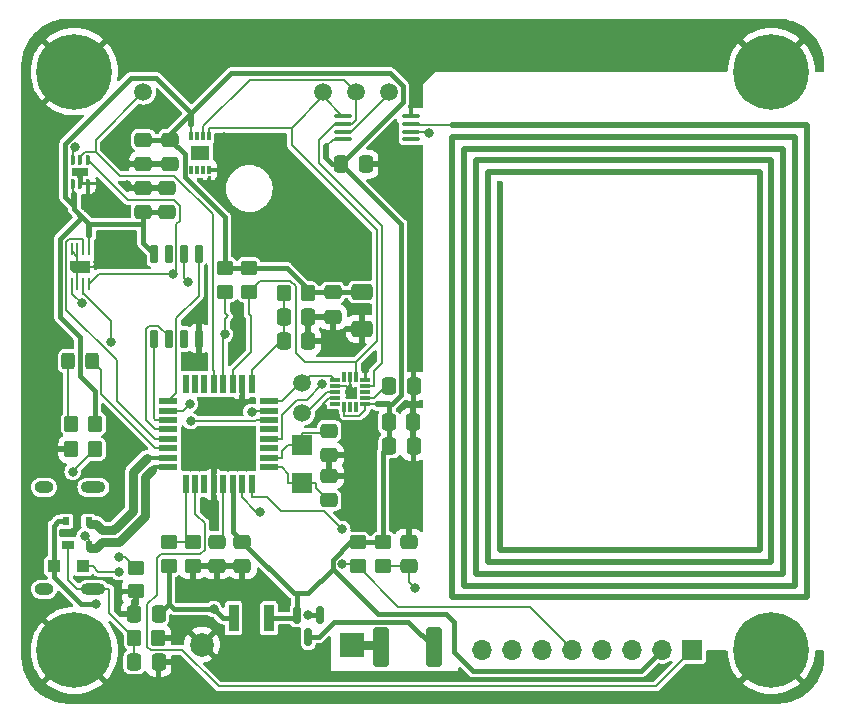
<source format=gbr>
%TF.GenerationSoftware,KiCad,Pcbnew,7.0.6-0*%
%TF.CreationDate,2023-08-18T22:24:39+03:00*%
%TF.ProjectId,iot-data-logger-nfc-samd21,696f742d-6461-4746-912d-6c6f67676572,rev?*%
%TF.SameCoordinates,Original*%
%TF.FileFunction,Copper,L1,Top*%
%TF.FilePolarity,Positive*%
%FSLAX46Y46*%
G04 Gerber Fmt 4.6, Leading zero omitted, Abs format (unit mm)*
G04 Created by KiCad (PCBNEW 7.0.6-0) date 2023-08-18 22:24:39*
%MOMM*%
%LPD*%
G01*
G04 APERTURE LIST*
G04 Aperture macros list*
%AMRoundRect*
0 Rectangle with rounded corners*
0 $1 Rounding radius*
0 $2 $3 $4 $5 $6 $7 $8 $9 X,Y pos of 4 corners*
0 Add a 4 corners polygon primitive as box body*
4,1,4,$2,$3,$4,$5,$6,$7,$8,$9,$2,$3,0*
0 Add four circle primitives for the rounded corners*
1,1,$1+$1,$2,$3*
1,1,$1+$1,$4,$5*
1,1,$1+$1,$6,$7*
1,1,$1+$1,$8,$9*
0 Add four rect primitives between the rounded corners*
20,1,$1+$1,$2,$3,$4,$5,0*
20,1,$1+$1,$4,$5,$6,$7,0*
20,1,$1+$1,$6,$7,$8,$9,0*
20,1,$1+$1,$8,$9,$2,$3,0*%
%AMFreePoly0*
4,1,9,5.362500,-0.866500,1.237500,-0.866500,1.237500,-0.450000,-1.237500,-0.450000,-1.237500,0.450000,1.237500,0.450000,1.237500,0.866500,5.362500,0.866500,5.362500,-0.866500,5.362500,-0.866500,$1*%
%AMFreePoly1*
4,1,6,0.500000,-0.850000,-0.500000,-0.850000,-0.500000,0.550000,-0.200000,0.850000,0.500000,0.850000,0.500000,-0.850000,0.500000,-0.850000,$1*%
G04 Aperture macros list end*
%TA.AperFunction,EtchedComponent*%
%ADD10C,0.500000*%
%TD*%
%TA.AperFunction,SMDPad,CuDef*%
%ADD11R,0.900000X2.300000*%
%TD*%
%TA.AperFunction,SMDPad,CuDef*%
%ADD12FreePoly0,270.000000*%
%TD*%
%TA.AperFunction,SMDPad,CuDef*%
%ADD13C,0.500000*%
%TD*%
%TA.AperFunction,SMDPad,CuDef*%
%ADD14RoundRect,0.250000X-0.450000X0.350000X-0.450000X-0.350000X0.450000X-0.350000X0.450000X0.350000X0*%
%TD*%
%TA.AperFunction,SMDPad,CuDef*%
%ADD15RoundRect,0.008100X0.126900X-0.361900X0.126900X0.361900X-0.126900X0.361900X-0.126900X-0.361900X0*%
%TD*%
%TA.AperFunction,SMDPad,CuDef*%
%ADD16R,1.350000X0.650000*%
%TD*%
%TA.AperFunction,SMDPad,CuDef*%
%ADD17RoundRect,0.250000X-0.337500X-0.475000X0.337500X-0.475000X0.337500X0.475000X-0.337500X0.475000X0*%
%TD*%
%TA.AperFunction,SMDPad,CuDef*%
%ADD18RoundRect,0.250000X0.450000X-0.350000X0.450000X0.350000X-0.450000X0.350000X-0.450000X-0.350000X0*%
%TD*%
%TA.AperFunction,ComponentPad*%
%ADD19C,1.500000*%
%TD*%
%TA.AperFunction,SMDPad,CuDef*%
%ADD20RoundRect,0.250000X-0.475000X0.337500X-0.475000X-0.337500X0.475000X-0.337500X0.475000X0.337500X0*%
%TD*%
%TA.AperFunction,SMDPad,CuDef*%
%ADD21R,1.000000X0.700000*%
%TD*%
%TA.AperFunction,SMDPad,CuDef*%
%ADD22R,0.600000X0.700000*%
%TD*%
%TA.AperFunction,SMDPad,CuDef*%
%ADD23R,1.000000X1.000000*%
%TD*%
%TA.AperFunction,SMDPad,CuDef*%
%ADD24RoundRect,0.250000X0.400000X1.450000X-0.400000X1.450000X-0.400000X-1.450000X0.400000X-1.450000X0*%
%TD*%
%TA.AperFunction,ComponentPad*%
%ADD25R,1.700000X1.700000*%
%TD*%
%TA.AperFunction,ComponentPad*%
%ADD26O,1.700000X1.700000*%
%TD*%
%TA.AperFunction,ComponentPad*%
%ADD27C,0.800000*%
%TD*%
%TA.AperFunction,ComponentPad*%
%ADD28C,6.400000*%
%TD*%
%TA.AperFunction,SMDPad,CuDef*%
%ADD29RoundRect,0.150000X-0.150000X0.587500X-0.150000X-0.587500X0.150000X-0.587500X0.150000X0.587500X0*%
%TD*%
%TA.AperFunction,SMDPad,CuDef*%
%ADD30RoundRect,0.250000X0.475000X-0.337500X0.475000X0.337500X-0.475000X0.337500X-0.475000X-0.337500X0*%
%TD*%
%TA.AperFunction,SMDPad,CuDef*%
%ADD31R,0.250000X1.100000*%
%TD*%
%TA.AperFunction,SMDPad,CuDef*%
%ADD32FreePoly1,90.000000*%
%TD*%
%TA.AperFunction,SMDPad,CuDef*%
%ADD33RoundRect,0.250000X0.350000X0.450000X-0.350000X0.450000X-0.350000X-0.450000X0.350000X-0.450000X0*%
%TD*%
%TA.AperFunction,SMDPad,CuDef*%
%ADD34RoundRect,0.250000X0.337500X0.475000X-0.337500X0.475000X-0.337500X-0.475000X0.337500X-0.475000X0*%
%TD*%
%TA.AperFunction,SMDPad,CuDef*%
%ADD35R,0.300000X0.750000*%
%TD*%
%TA.AperFunction,SMDPad,CuDef*%
%ADD36R,1.500000X1.300000*%
%TD*%
%TA.AperFunction,SMDPad,CuDef*%
%ADD37RoundRect,0.250000X-0.350000X-0.450000X0.350000X-0.450000X0.350000X0.450000X-0.350000X0.450000X0*%
%TD*%
%TA.AperFunction,SMDPad,CuDef*%
%ADD38R,1.600000X0.550000*%
%TD*%
%TA.AperFunction,SMDPad,CuDef*%
%ADD39R,0.550000X1.600000*%
%TD*%
%TA.AperFunction,SMDPad,CuDef*%
%ADD40R,1.800000X1.750000*%
%TD*%
%TA.AperFunction,SMDPad,CuDef*%
%ADD41RoundRect,0.150000X0.150000X-0.650000X0.150000X0.650000X-0.150000X0.650000X-0.150000X-0.650000X0*%
%TD*%
%TA.AperFunction,SMDPad,CuDef*%
%ADD42RoundRect,0.250000X-0.650000X0.412500X-0.650000X-0.412500X0.650000X-0.412500X0.650000X0.412500X0*%
%TD*%
%TA.AperFunction,SMDPad,CuDef*%
%ADD43RoundRect,0.100000X0.637500X0.100000X-0.637500X0.100000X-0.637500X-0.100000X0.637500X-0.100000X0*%
%TD*%
%TA.AperFunction,ComponentPad*%
%ADD44C,0.600000*%
%TD*%
%TA.AperFunction,SMDPad,CuDef*%
%ADD45R,0.813000X0.305000*%
%TD*%
%TA.AperFunction,SMDPad,CuDef*%
%ADD46R,0.305000X0.813000*%
%TD*%
%TA.AperFunction,SMDPad,CuDef*%
%ADD47RoundRect,0.250000X0.325000X0.450000X-0.325000X0.450000X-0.325000X-0.450000X0.325000X-0.450000X0*%
%TD*%
%TA.AperFunction,ComponentPad*%
%ADD48O,1.600000X1.000000*%
%TD*%
%TA.AperFunction,ComponentPad*%
%ADD49O,2.100000X1.000000*%
%TD*%
%TA.AperFunction,ComponentPad*%
%ADD50R,2.000000X2.000000*%
%TD*%
%TA.AperFunction,ComponentPad*%
%ADD51C,2.000000*%
%TD*%
%TA.AperFunction,ViaPad*%
%ADD52C,0.800000*%
%TD*%
%TA.AperFunction,Conductor*%
%ADD53C,0.200000*%
%TD*%
%TA.AperFunction,Conductor*%
%ADD54C,0.800000*%
%TD*%
%TA.AperFunction,Conductor*%
%ADD55C,0.400000*%
%TD*%
%TA.AperFunction,Conductor*%
%ADD56C,0.770000*%
%TD*%
%TA.AperFunction,Conductor*%
%ADD57C,0.300000*%
%TD*%
G04 APERTURE END LIST*
%TA.AperFunction,EtchedComponent*%
%TO.C,NT3*%
G36*
X84070000Y-51808000D02*
G01*
X83570000Y-51808000D01*
X83570000Y-50808000D01*
X84070000Y-50808000D01*
X84070000Y-51808000D01*
G37*
%TD.AperFunction*%
%TA.AperFunction,EtchedComponent*%
%TO.C,NT5*%
G36*
X64004000Y-58420000D02*
G01*
X63504000Y-58420000D01*
X63504000Y-57420000D01*
X64004000Y-57420000D01*
X64004000Y-58420000D01*
G37*
%TD.AperFunction*%
%TA.AperFunction,EtchedComponent*%
%TO.C,NT4*%
G36*
X62734000Y-55880000D02*
G01*
X62234000Y-55880000D01*
X62234000Y-54880000D01*
X62734000Y-54880000D01*
X62734000Y-55880000D01*
G37*
%TD.AperFunction*%
%TA.AperFunction,EtchedComponent*%
%TO.C,NT1*%
G36*
X72640000Y-49014000D02*
G01*
X72140000Y-49014000D01*
X72140000Y-48014000D01*
X72640000Y-48014000D01*
X72640000Y-49014000D01*
G37*
%TD.AperFunction*%
%TA.AperFunction,EtchedComponent*%
%TO.C,NT2*%
G36*
X89138000Y-72894000D02*
G01*
X88138000Y-72894000D01*
X88138000Y-72394000D01*
X89138000Y-72394000D01*
X89138000Y-72894000D01*
G37*
%TD.AperFunction*%
D10*
%TO.C,AE1*%
X94500000Y-49000000D02*
X124500000Y-49000000D01*
X94500000Y-50000000D02*
X123500000Y-50000000D01*
X94500000Y-89000000D02*
X94500000Y-50000000D01*
X95500000Y-51000000D02*
X122500000Y-51000000D01*
X95500000Y-88000000D02*
X95500000Y-51000000D01*
X96500000Y-52000000D02*
X121500000Y-52000000D01*
X96500000Y-87000000D02*
X96500000Y-52000000D01*
X97500000Y-53000000D02*
X120500000Y-53000000D01*
X97500000Y-86000000D02*
X97500000Y-53000000D01*
X98500000Y-85000000D02*
X98500000Y-54000000D01*
X120500000Y-53000000D02*
X120500000Y-85000000D01*
X120500000Y-85000000D02*
X98500000Y-85000000D01*
X121500000Y-52000000D02*
X121500000Y-86000000D01*
X121500000Y-86000000D02*
X97500000Y-86000000D01*
X122500000Y-51000000D02*
X122500000Y-87000000D01*
X122500000Y-87000000D02*
X96500000Y-87000000D01*
X123500000Y-50000000D02*
X123500000Y-88000000D01*
X123500000Y-88000000D02*
X95500000Y-88000000D01*
X124500000Y-49000000D02*
X124500000Y-89000000D01*
X124500000Y-89000000D02*
X94500000Y-89000000D01*
%TD*%
D11*
%TO.P,U1,1,OUT*%
%TO.N,+3V0*%
X78970000Y-90768000D03*
D12*
%TO.P,U1,2,GND*%
%TO.N,GND*%
X77470000Y-90855500D03*
D11*
%TO.P,U1,3,IN*%
%TO.N,+5V*%
X75970000Y-90768000D03*
%TD*%
D13*
%TO.P,NT3,1,1*%
%TO.N,Net-(U9-VCC)*%
X83820000Y-50808000D03*
%TO.P,NT3,2,2*%
%TO.N,+3V0*%
X83820000Y-51808000D03*
%TD*%
D14*
%TO.P,R9,1*%
%TO.N,+3V0*%
X77262000Y-61118500D03*
%TO.P,R9,2*%
%TO.N,SDA*%
X77262000Y-63118500D03*
%TD*%
D13*
%TO.P,NT5,1,1*%
%TO.N,Net-(U6-VDD)*%
X63754000Y-58420000D03*
%TO.P,NT5,2,2*%
%TO.N,+3V0*%
X63754000Y-57420000D03*
%TD*%
D15*
%TO.P,U8,1,VDD*%
%TO.N,Net-(U8-VDD)*%
X62350000Y-53995000D03*
%TO.P,U8,2,ADDR*%
%TO.N,GND*%
X63000000Y-53995000D03*
%TO.P,U8,3,GND*%
X63650000Y-53995000D03*
%TO.P,U8,4,SCL*%
%TO.N,SCL*%
X63650000Y-52005000D03*
%TO.P,U8,5,INT*%
%TO.N,LIGHT_INT*%
X63000000Y-52005000D03*
%TO.P,U8,6,SDA*%
%TO.N,SDA*%
X62350000Y-52005000D03*
D16*
%TO.P,U8,7,EXP*%
%TO.N,GND*%
X63000000Y-53000000D03*
%TD*%
D17*
%TO.P,C19,1*%
%TO.N,+3V0*%
X89132500Y-76200000D03*
%TO.P,C19,2*%
%TO.N,GND*%
X91207500Y-76200000D03*
%TD*%
D18*
%TO.P,R1,1*%
%TO.N,+5V*%
X70485000Y-86344000D03*
%TO.P,R1,2*%
%TO.N,USB_VBUS_SENSE*%
X70485000Y-84344000D03*
%TD*%
D19*
%TO.P,TP1,1,1*%
%TO.N,SDA*%
X83566000Y-46228000D03*
%TD*%
D20*
%TO.P,C4,1*%
%TO.N,+3V0*%
X84368000Y-63168500D03*
%TO.P,C4,2*%
%TO.N,GND*%
X84368000Y-65243500D03*
%TD*%
D21*
%TO.P,D3,1,GND*%
%TO.N,Net-(D3-GND)*%
X61988000Y-84566000D03*
D22*
%TO.P,D3,2,I/O1*%
%TO.N,USB_D+*%
X63688000Y-84566000D03*
%TO.P,D3,3,I/O2*%
%TO.N,USB_D-*%
X63688000Y-82566000D03*
%TO.P,D3,4,VCC*%
%TO.N,+5V*%
X61788000Y-82566000D03*
%TD*%
D23*
%TO.P,D1,1,K*%
%TO.N,+5V*%
X60726000Y-86360000D03*
%TO.P,D1,2,A*%
%TO.N,Net-(D1-A)*%
X63226000Y-86360000D03*
%TD*%
D24*
%TO.P,F1,1*%
%TO.N,Net-(Q1-D)*%
X92903000Y-93218000D03*
%TO.P,F1,2*%
%TO.N,Net-(BT1-+)*%
X88453000Y-93218000D03*
%TD*%
D20*
%TO.P,C11,1*%
%TO.N,Net-(U2-VDDCORE)*%
X74549000Y-84306500D03*
%TO.P,C11,2*%
%TO.N,GND*%
X74549000Y-86381500D03*
%TD*%
D25*
%TO.P,J1,1,Pin_1*%
%TO.N,~RESET*%
X114808000Y-93472000D03*
D26*
%TO.P,J1,2,Pin_2*%
%TO.N,+3V0*%
X112268000Y-93472000D03*
%TO.P,J1,3,Pin_3*%
%TO.N,GND*%
X109728000Y-93472000D03*
%TO.P,J1,4,Pin_4*%
%TO.N,unconnected-(J1-Pin_4-Pad4)*%
X107188000Y-93472000D03*
%TO.P,J1,5,Pin_5*%
%TO.N,SWDCLK*%
X104648000Y-93472000D03*
%TO.P,J1,6,Pin_6*%
%TO.N,unconnected-(J1-Pin_6-Pad6)*%
X102108000Y-93472000D03*
%TO.P,J1,7,Pin_7*%
%TO.N,unconnected-(J1-Pin_7-Pad7)*%
X99568000Y-93472000D03*
%TO.P,J1,8,Pin_8*%
%TO.N,SWDIO*%
X97028000Y-93472000D03*
%TD*%
D27*
%TO.P,H3,1,1*%
%TO.N,GND*%
X119100000Y-93500000D03*
X119802944Y-91802944D03*
X119802944Y-95197056D03*
X121500000Y-91100000D03*
D28*
X121500000Y-93500000D03*
D27*
X121500000Y-95900000D03*
X123197056Y-91802944D03*
X123197056Y-95197056D03*
X123900000Y-93500000D03*
%TD*%
D29*
%TO.P,Q1,1,G*%
%TO.N,+5V*%
X83246000Y-90502500D03*
%TO.P,Q1,2,S*%
%TO.N,+3V0*%
X81346000Y-90502500D03*
%TO.P,Q1,3,D*%
%TO.N,Net-(Q1-D)*%
X82296000Y-92377500D03*
%TD*%
D30*
%TO.P,C16,1*%
%TO.N,+3V0*%
X68326000Y-56409500D03*
%TO.P,C16,2*%
%TO.N,GND*%
X68326000Y-54334500D03*
%TD*%
D14*
%TO.P,R3,1*%
%TO.N,+3V0*%
X86487000Y-84344000D03*
%TO.P,R3,2*%
%TO.N,SWDCLK*%
X86487000Y-86344000D03*
%TD*%
D18*
%TO.P,R6,1*%
%TO.N,GND*%
X67691000Y-88503000D03*
%TO.P,R6,2*%
%TO.N,Net-(J2-CC1)*%
X67691000Y-86503000D03*
%TD*%
D13*
%TO.P,NT4,1,1*%
%TO.N,+3V0*%
X62484000Y-55880000D03*
%TO.P,NT4,2,2*%
%TO.N,Net-(U8-VDD)*%
X62484000Y-54880000D03*
%TD*%
D17*
%TO.P,C14,1*%
%TO.N,Net-(U2-VDDANA)*%
X80205500Y-65278000D03*
%TO.P,C14,2*%
%TO.N,GND*%
X82280500Y-65278000D03*
%TD*%
%TO.P,C20,1*%
%TO.N,Net-(U7-BYP)*%
X89132500Y-71120000D03*
%TO.P,C20,2*%
%TO.N,GND*%
X91207500Y-71120000D03*
%TD*%
D20*
%TO.P,C2,1*%
%TO.N,XOUT32*%
X84074000Y-74908500D03*
%TO.P,C2,2*%
%TO.N,GND*%
X84074000Y-76983500D03*
%TD*%
D14*
%TO.P,R4,1*%
%TO.N,+3V0*%
X88646000Y-84344000D03*
%TO.P,R4,2*%
%TO.N,~RESET*%
X88646000Y-86344000D03*
%TD*%
D19*
%TO.P,TP6,1,1*%
%TO.N,NFC_INT*%
X89154000Y-46228000D03*
%TD*%
D14*
%TO.P,R10,1*%
%TO.N,+3V0*%
X75262000Y-61118500D03*
%TO.P,R10,2*%
%TO.N,SCL*%
X75262000Y-63118500D03*
%TD*%
D17*
%TO.P,C10,1*%
%TO.N,+3V0*%
X85068500Y-52324000D03*
%TO.P,C10,2*%
%TO.N,GND*%
X87143500Y-52324000D03*
%TD*%
%TO.P,C12,1*%
%TO.N,Net-(D3-GND)*%
X67542500Y-94488000D03*
%TO.P,C12,2*%
%TO.N,GND*%
X69617500Y-94488000D03*
%TD*%
D31*
%TO.P,U6,1,SDA*%
%TO.N,SDA*%
X62250000Y-62450000D03*
%TO.P,U6,2,ADDR*%
%TO.N,GND*%
X62750000Y-62450000D03*
%TO.P,U6,3,ALERT*%
%TO.N,TEMP_INT*%
X63250000Y-62450000D03*
%TO.P,U6,4,SCL*%
%TO.N,SCL*%
X63750000Y-62450000D03*
%TO.P,U6,5,VDD*%
%TO.N,Net-(U6-VDD)*%
X63750000Y-59550000D03*
%TO.P,U6,6,~{RESET}*%
%TO.N,~TEMP_RESET*%
X63250000Y-59550000D03*
%TO.P,U6,7,R*%
%TO.N,GND*%
X62750000Y-59550000D03*
%TO.P,U6,8,VSS*%
X62250000Y-59550000D03*
D32*
%TO.P,U6,9,VSS*%
X63000000Y-61000000D03*
%TD*%
D33*
%TO.P,R8,1*%
%TO.N,+3V0*%
X64246000Y-74295000D03*
%TO.P,R8,2*%
%TO.N,Net-(D2-A)*%
X62246000Y-74295000D03*
%TD*%
D19*
%TO.P,TP8,1,1*%
%TO.N,IMU_INT1*%
X81788000Y-70866000D03*
%TD*%
D17*
%TO.P,C13,1*%
%TO.N,Net-(U2-VDDANA)*%
X80205500Y-67310000D03*
%TO.P,C13,2*%
%TO.N,GND*%
X82280500Y-67310000D03*
%TD*%
D34*
%TO.P,C5,1*%
%TO.N,+5V*%
X69617500Y-90424000D03*
%TO.P,C5,2*%
%TO.N,GND*%
X67542500Y-90424000D03*
%TD*%
D35*
%TO.P,U4,1*%
%TO.N,N/C*%
X72398000Y-52832000D03*
%TO.P,U4,2*%
X72898000Y-52832000D03*
%TO.P,U4,3*%
X73398000Y-52832000D03*
%TO.P,U4,4,GND*%
%TO.N,GND*%
X73898000Y-52832000D03*
%TO.P,U4,5,SDA*%
%TO.N,SDA*%
X73898000Y-49932000D03*
%TO.P,U4,6,SCL*%
%TO.N,SCL*%
X73398000Y-49932000D03*
%TO.P,U4,7*%
%TO.N,N/C*%
X72898000Y-49932000D03*
%TO.P,U4,8,VCC*%
%TO.N,Net-(U4-VCC)*%
X72398000Y-49932000D03*
D36*
%TO.P,U4,9*%
%TO.N,N/C*%
X73148000Y-51382000D03*
%TD*%
D37*
%TO.P,R7,1*%
%TO.N,GND*%
X62246000Y-76454000D03*
%TO.P,R7,2*%
%TO.N,Net-(J2-CC2)*%
X64246000Y-76454000D03*
%TD*%
D38*
%TO.P,U2,1,PA00/VDDANA/EXTINT[0]/SERCOM1/PAD[0]/TCC2/WO[0]*%
%TO.N,XIN32*%
X78952500Y-77989000D03*
%TO.P,U2,2,PA01/VDDANA/EXTINT[1]/SERCOM1/PAD[1]/TCC2/WO[1]*%
%TO.N,XOUT32*%
X78952500Y-77189000D03*
%TO.P,U2,3,PA02/VDDANA/EXTINT[2]/AIN[0]/Y[0]/VOUT*%
%TO.N,unconnected-(U2-PA02{slash}VDDANA{slash}EXTINT[2]{slash}AIN[0]{slash}Y[0]{slash}VOUT-Pad3)*%
X78952500Y-76389000D03*
%TO.P,U2,4,PA03/VDDANA/EXTINT[3]/ADC/VREFADAC/VREFA/AIN[1]/Y[1]*%
%TO.N,NFC_INT*%
X78952500Y-75589000D03*
%TO.P,U2,5,PA04/VDDANA/EXTINT[4]/ADC/VREFB/AIN[4]/AIN[0]/Y[2]/SERCOM0/PAD[0]/TCC0/WO[0]*%
%TO.N,unconnected-(U2-PA04{slash}VDDANA{slash}EXTINT[4]{slash}ADC{slash}VREFB{slash}AIN[4]{slash}AIN[0]{slash}Y[2]{slash}SERCOM0{slash}PAD[0]{slash}TCC0{slash}WO[0]-Pad5)*%
X78952500Y-74789000D03*
%TO.P,U2,6,PA05/VDDANA/EXTINT[5]/AIN[5]/AIN[1]/Y[3]/SERCOM0/PAD[1]/TCC0/WO[1]*%
%TO.N,TEMP_INT*%
X78952500Y-73989000D03*
%TO.P,U2,7,PA06/VDDANA/EXTINT[6]/AIN[6]/AIN[2]/Y[4]/SERCOM0/PAD[2]/TCC1/WO[0]*%
%TO.N,IMU_INT2*%
X78952500Y-73189000D03*
%TO.P,U2,8,PA07/VDDANA/EXTINT[7]/AIN[7]/AIN[3]/Y[5]/SERCOM0/PAD[3]/TCC1/WO[1]/I2S/SD[0]*%
%TO.N,IMU_INT1*%
X78952500Y-72389000D03*
D39*
%TO.P,U2,9,VDDANA*%
%TO.N,Net-(U2-VDDANA)*%
X77502500Y-70939000D03*
%TO.P,U2,10,GND*%
%TO.N,GND*%
X76702500Y-70939000D03*
%TO.P,U2,11,PA08/VDDIO/NMI/AIN[16]/X[0]/SERCOM0/PAD[0]/SERCOM2/PAD[0]/TCC0/WO[0]/TCC1/WO[2]/I2S/SD[1]*%
%TO.N,SDA*%
X75902500Y-70939000D03*
%TO.P,U2,12,PA09/VDDIO/EXTINT[9]/AIN[17]/X[1]/SERCOM0/PAD[1]/SERCOM2/PAD[1]/TCC0/WO[1]/TCC1/WO[3]/I2S/MCK[0]*%
%TO.N,SCL*%
X75102500Y-70939000D03*
%TO.P,U2,13,PA10/VDDIO/EXTINT[10]/AIN[18]/X[2]/SERCOM0/PAD[2]/SERCOM2/PAD[2]/TCC1/WO[0]/TCC0/WO[2]/I2S/SCK[0]/GCLK_IO[4]*%
%TO.N,LIGHT_INT*%
X74302500Y-70939000D03*
%TO.P,U2,14,PA11/VDDIO/EXTINT[11]/AIN[19]/X[3]/SERCOM0/PAD[3]/SERCOM2/PAD[3]/TCC1/WO[1]/TCC0/WO[3]/I2S/FS[0]/GCLK_IO[5]*%
%TO.N,unconnected-(U2-PA11{slash}VDDIO{slash}EXTINT[11]{slash}AIN[19]{slash}X[3]{slash}SERCOM0{slash}PAD[3]{slash}SERCOM2{slash}PAD[3]{slash}TCC1{slash}WO[1]{slash}TCC0{slash}WO[3]{slash}I2S{slash}FS[0]{slash}GCLK_IO[5]-Pad14)*%
X73502500Y-70939000D03*
%TO.P,U2,15,PA14/VDDIO/EXTINT[14]/SERCOM2/PAD[2]/SERCOM4/PAD[2]/TC3/WO[0]/TCC0/WO[4]/GCLK_IO[0]*%
%TO.N,unconnected-(U2-PA14{slash}VDDIO{slash}EXTINT[14]{slash}SERCOM2{slash}PAD[2]{slash}SERCOM4{slash}PAD[2]{slash}TC3{slash}WO[0]{slash}TCC0{slash}WO[4]{slash}GCLK_IO[0]-Pad15)*%
X72702500Y-70939000D03*
%TO.P,U2,16,PA15/VDDIO/EXTINT[15]/SERCOM2/PAD[3]/SERCOM4/PAD[3]/TC3/WO[1]/TCC0/WO[5]/GCLK_IO[1]*%
%TO.N,unconnected-(U2-PA15{slash}VDDIO{slash}EXTINT[15]{slash}SERCOM2{slash}PAD[3]{slash}SERCOM4{slash}PAD[3]{slash}TC3{slash}WO[1]{slash}TCC0{slash}WO[5]{slash}GCLK_IO[1]-Pad16)*%
X71902500Y-70939000D03*
D38*
%TO.P,U2,17,PA16/VDDIO/EXTINT[0]/X[4]/SERCOM1/PAD[0]/SERCOM3/PAD[0]/TCC2/WO[0]/TCC0/WO[6]/GCLK_IO[2]*%
%TO.N,MOSI*%
X70452500Y-72389000D03*
%TO.P,U2,18,PA17/VDDIO/EXTINT[1]/X[5]/SERCOM1/PAD[1]/SERCOM3/PAD[1]/TCC2/WO[1]/TCC0/WO[7]/GCLK_IO[3]*%
%TO.N,SCK*%
X70452500Y-73189000D03*
%TO.P,U2,19,PA18/VDDIO/EXTINT[2]/X[6]/SERCOM1/PAD[2]/SERCOM3/PAD[2]/TC3/WO[0]/TCC0/WO[2]/AC/CMP[0]*%
%TO.N,~FLASH_CS*%
X70452500Y-73989000D03*
%TO.P,U2,20,PA19/VDDIO/EXTINT[3]/X[7]/SERCOM1/PAD[3]/SERCOM3/PAD[3]/TC3/WO[1]/TCC0/WO[3]/I2S/SD[0]/AC/CMP[1]*%
%TO.N,MISO*%
X70452500Y-74789000D03*
%TO.P,U2,21,PA22/VDDIO/EXTINT[6]/X[10]/SERCOM3/PAD[0]/SERCOM5/PAD[0]/TC4/WO[0]/TCC0/WO[4]/GCLK_IO[6]*%
%TO.N,~TEMP_RESET*%
X70452500Y-75589000D03*
%TO.P,U2,22,PA23/VDDIO/EXTINT[7]/X[11]/SERCOM3/PAD[1]/SERCOM5/PAD[1]/TC4/WO[1]/TCC0/WO[5]/USB/SOF1KHZ/GCLK_IO[7]*%
%TO.N,LED*%
X70452500Y-76389000D03*
%TO.P,U2,23,PA24/VDDIO/EXTINT[12]/SERCOM3/PAD[2]/SERCOM5/PAD[2]/TC5/WO[0]/TCC1/WO[2]/USB/DM*%
%TO.N,USB_D-*%
X70452500Y-77189000D03*
%TO.P,U2,24,PA25/VDDIO/EXTINT[13]/SERCOM3/PAD[3]/SERCOM5/PAD[3]/TC5/WO[1]/TCC1/WO[3]/USB/DP*%
%TO.N,USB_D+*%
X70452500Y-77989000D03*
D39*
%TO.P,U2,25,PA27/VDDIO/EXTINT[15]/GCLK_IO[0]*%
%TO.N,USB_VBUS_SENSE*%
X71902500Y-79439000D03*
%TO.P,U2,26,~{RESET}*%
%TO.N,~RESET*%
X72702500Y-79439000D03*
%TO.P,U2,27,PA28/VDDIO/EXTINT[8]/GCLK_IO[0]*%
%TO.N,unconnected-(U2-PA28{slash}VDDIO{slash}EXTINT[8]{slash}GCLK_IO[0]-Pad27)*%
X73502500Y-79439000D03*
%TO.P,U2,28,GND*%
%TO.N,GND*%
X74302500Y-79439000D03*
%TO.P,U2,29,VDDCORE*%
%TO.N,Net-(U2-VDDCORE)*%
X75102500Y-79439000D03*
%TO.P,U2,30,VDDIN*%
%TO.N,+3V0*%
X75902500Y-79439000D03*
%TO.P,U2,31,PA30/VDDIO/EXTINT[10]/SERCOM1/PAD[2]/TCC1/WO[0]/SWCLK/GCLK_IO[0]*%
%TO.N,SWDCLK*%
X76702500Y-79439000D03*
%TO.P,U2,32,PA31/VDDIO/EXTINT[11]/SERCOM1/PAD[3]/TCC1/WO[1]/SWDIO*%
%TO.N,SWDIO*%
X77502500Y-79439000D03*
%TD*%
D37*
%TO.P,R5,1*%
%TO.N,Net-(D3-GND)*%
X67580000Y-92456000D03*
%TO.P,R5,2*%
%TO.N,GND*%
X69580000Y-92456000D03*
%TD*%
D30*
%TO.P,C8,1*%
%TO.N,+3V0*%
X70358000Y-56409500D03*
%TO.P,C8,2*%
%TO.N,GND*%
X70358000Y-54334500D03*
%TD*%
D19*
%TO.P,TP2,1,1*%
%TO.N,SCL*%
X86360000Y-46228000D03*
%TD*%
D33*
%TO.P,FB1,1*%
%TO.N,+3V0*%
X82243000Y-63246000D03*
%TO.P,FB1,2*%
%TO.N,Net-(U2-VDDANA)*%
X80243000Y-63246000D03*
%TD*%
D40*
%TO.P,Y1,1,1*%
%TO.N,XIN32*%
X81788000Y-79349000D03*
%TO.P,Y1,2,2*%
%TO.N,XOUT32*%
X81788000Y-76099000D03*
%TD*%
D19*
%TO.P,TP11,1,1*%
%TO.N,LIGHT_INT*%
X68326000Y-46228000D03*
%TD*%
D20*
%TO.P,C15,1*%
%TO.N,+3V0*%
X70612000Y-50270500D03*
%TO.P,C15,2*%
%TO.N,GND*%
X70612000Y-52345500D03*
%TD*%
D27*
%TO.P,H1,1,1*%
%TO.N,GND*%
X60100000Y-44500000D03*
X60802944Y-42802944D03*
X60802944Y-46197056D03*
X62500000Y-42100000D03*
D28*
X62500000Y-44500000D03*
D27*
X62500000Y-46900000D03*
X64197056Y-42802944D03*
X64197056Y-46197056D03*
X64900000Y-44500000D03*
%TD*%
D13*
%TO.P,NT1,1,1*%
%TO.N,+3V0*%
X72390000Y-48014000D03*
%TO.P,NT1,2,2*%
%TO.N,Net-(U4-VCC)*%
X72390000Y-49014000D03*
%TD*%
D20*
%TO.P,C9,1*%
%TO.N,+3V0*%
X76708000Y-84306500D03*
%TO.P,C9,2*%
%TO.N,GND*%
X76708000Y-86381500D03*
%TD*%
D13*
%TO.P,NT2,1,1*%
%TO.N,+3V0*%
X89138000Y-72644000D03*
%TO.P,NT2,2,2*%
%TO.N,Net-(U7-VDD)*%
X88138000Y-72644000D03*
%TD*%
D41*
%TO.P,U3,1,~{CS}*%
%TO.N,~FLASH_CS*%
X69215000Y-67100000D03*
%TO.P,U3,2,SO*%
%TO.N,MISO*%
X70485000Y-67100000D03*
%TO.P,U3,3,~{WP}*%
%TO.N,unconnected-(U3-~{WP}-Pad3)*%
X71755000Y-67100000D03*
%TO.P,U3,4,GND*%
%TO.N,GND*%
X73025000Y-67100000D03*
%TO.P,U3,5,SI*%
%TO.N,MOSI*%
X73025000Y-59900000D03*
%TO.P,U3,6,SCK*%
%TO.N,SCK*%
X71755000Y-59900000D03*
%TO.P,U3,7,~{HOLD}*%
%TO.N,unconnected-(U3-~{HOLD}-Pad7)*%
X70485000Y-59900000D03*
%TO.P,U3,8,VCC*%
%TO.N,+3V0*%
X69215000Y-59900000D03*
%TD*%
D42*
%TO.P,C3,1*%
%TO.N,+3V0*%
X86868000Y-63143500D03*
%TO.P,C3,2*%
%TO.N,GND*%
X86868000Y-66268500D03*
%TD*%
D19*
%TO.P,TP9,1,1*%
%TO.N,IMU_INT2*%
X81788000Y-73406000D03*
%TD*%
D30*
%TO.P,C6,1*%
%TO.N,~RESET*%
X90805000Y-86381500D03*
%TO.P,C6,2*%
%TO.N,GND*%
X90805000Y-84306500D03*
%TD*%
D43*
%TO.P,U9,1,V_EH*%
%TO.N,unconnected-(U9-V_EH-Pad1)*%
X91000500Y-50210000D03*
%TO.P,U9,2,AC0*%
%TO.N,Net-(U9-AC0)*%
X91000500Y-49560000D03*
%TO.P,U9,3,AC1*%
%TO.N,Net-(U9-AC1)*%
X91000500Y-48910000D03*
%TO.P,U9,4,VSS*%
%TO.N,GND*%
X91000500Y-48260000D03*
%TO.P,U9,5,SDA*%
%TO.N,SDA*%
X85275500Y-48260000D03*
%TO.P,U9,6,SCL*%
%TO.N,SCL*%
X85275500Y-48910000D03*
%TO.P,U9,7,GPO_(OD)*%
%TO.N,NFC_INT*%
X85275500Y-49560000D03*
%TO.P,U9,8,VCC*%
%TO.N,Net-(U9-VCC)*%
X85275500Y-50210000D03*
%TD*%
D14*
%TO.P,R2,1*%
%TO.N,USB_VBUS_SENSE*%
X72517000Y-84344000D03*
%TO.P,R2,2*%
%TO.N,GND*%
X72517000Y-86344000D03*
%TD*%
D20*
%TO.P,C21,1*%
%TO.N,+3V0*%
X68326000Y-50270500D03*
%TO.P,C21,2*%
%TO.N,GND*%
X68326000Y-52345500D03*
%TD*%
D30*
%TO.P,C1,1*%
%TO.N,XIN32*%
X84074000Y-80793500D03*
%TO.P,C1,2*%
%TO.N,GND*%
X84074000Y-78718500D03*
%TD*%
D17*
%TO.P,C18,1*%
%TO.N,+3V0*%
X89111000Y-74168000D03*
%TO.P,C18,2*%
%TO.N,GND*%
X91186000Y-74168000D03*
%TD*%
D44*
%TO.P,AE1,*%
%TO.N,*%
X98500000Y-54000000D03*
D13*
%TO.P,AE1,1*%
%TO.N,Net-(U9-AC1)*%
X94500000Y-49000000D03*
%TD*%
D45*
%TO.P,U7,1,VDDIO*%
%TO.N,Net-(U7-VDD)*%
X87127000Y-72628000D03*
%TO.P,U7,2,BYP*%
%TO.N,Net-(U7-BYP)*%
X87127000Y-72128000D03*
%TO.P,U7,3*%
%TO.N,N/C*%
X87127000Y-71628000D03*
%TO.P,U7,4,SCL*%
%TO.N,SCL*%
X87127000Y-71128000D03*
%TO.P,U7,5,GND@0*%
%TO.N,GND*%
X87127000Y-70628000D03*
D46*
%TO.P,U7,6,SDA*%
%TO.N,SDA*%
X86352000Y-70353000D03*
%TO.P,U7,7,SA0*%
%TO.N,GND*%
X85852000Y-70353000D03*
%TO.P,U7,8*%
%TO.N,N/C*%
X85352000Y-70353000D03*
D45*
%TO.P,U7,9,INT2*%
%TO.N,IMU_INT1*%
X84577000Y-70628000D03*
%TO.P,U7,10,GND@1*%
%TO.N,GND*%
X84577000Y-71128000D03*
%TO.P,U7,11,INT1*%
%TO.N,IMU_INT2*%
X84577000Y-71628000D03*
%TO.P,U7,12,GND@2*%
%TO.N,GND*%
X84577000Y-72128000D03*
%TO.P,U7,13*%
%TO.N,N/C*%
X84577000Y-72628000D03*
D46*
%TO.P,U7,14,VDD*%
%TO.N,Net-(U7-VDD)*%
X85352000Y-72903000D03*
%TO.P,U7,15*%
%TO.N,N/C*%
X85852000Y-72903000D03*
%TO.P,U7,16*%
X86352000Y-72903000D03*
%TD*%
D47*
%TO.P,D2,1,K*%
%TO.N,LED*%
X64025000Y-69000000D03*
%TO.P,D2,2,A*%
%TO.N,Net-(D2-A)*%
X61975000Y-69000000D03*
%TD*%
D27*
%TO.P,H4,1,1*%
%TO.N,GND*%
X60100000Y-93500000D03*
X60802944Y-91802944D03*
X60802944Y-95197056D03*
X62500000Y-91100000D03*
D28*
X62500000Y-93500000D03*
D27*
X62500000Y-95900000D03*
X64197056Y-91802944D03*
X64197056Y-95197056D03*
X64900000Y-93500000D03*
%TD*%
%TO.P,H2,1,1*%
%TO.N,GND*%
X119100000Y-44500000D03*
X119802944Y-42802944D03*
X119802944Y-46197056D03*
X121500000Y-42100000D03*
D28*
X121500000Y-44500000D03*
D27*
X121500000Y-46900000D03*
X123197056Y-42802944D03*
X123197056Y-46197056D03*
X123900000Y-44500000D03*
%TD*%
D48*
%TO.P,J2,*%
%TO.N,*%
X59925000Y-88320000D03*
X59925000Y-79680000D03*
D49*
X64105000Y-79680000D03*
%TO.P,J2,S1,SHIELD*%
%TO.N,Net-(D3-GND)*%
X64105000Y-88320000D03*
%TD*%
D50*
%TO.P,BT1,1,+*%
%TO.N,Net-(BT1-+)*%
X86000000Y-93000000D03*
D51*
%TO.P,BT1,2,-*%
%TO.N,GND*%
X73300000Y-93000000D03*
%TD*%
D52*
%TO.N,GND*%
X75184000Y-50038000D03*
X66929000Y-54102000D03*
X74295000Y-77216000D03*
X76200000Y-64516000D03*
X84328000Y-67310000D03*
X75946000Y-68453000D03*
X75946000Y-72898000D03*
X73279000Y-64516000D03*
X64516000Y-60579000D03*
X85725000Y-76962000D03*
X70993000Y-48006000D03*
X85852000Y-71501000D03*
X66294000Y-88519000D03*
X64897000Y-55626000D03*
X87503000Y-68961000D03*
X87122000Y-61468000D03*
X91313000Y-69342000D03*
X87122000Y-58293000D03*
X111379000Y-95758000D03*
X66929000Y-52324000D03*
X91313000Y-52324000D03*
%TO.N,+5V*%
X74287800Y-89980500D03*
X82296000Y-90464200D03*
X64352400Y-89560000D03*
%TO.N,SDA*%
X63143100Y-64121900D03*
X62586700Y-50900200D03*
%TO.N,SCL*%
X75228300Y-66733700D03*
X70882700Y-61613200D03*
%TO.N,SWDIO*%
X85162900Y-83214400D03*
%TO.N,SWDCLK*%
X78218400Y-81749700D03*
X85182700Y-86155900D03*
%TO.N,NFC_INT*%
X83480200Y-70953800D03*
%TO.N,Net-(D1-A)*%
X66273500Y-86853500D03*
%TO.N,TEMP_INT*%
X72343300Y-74055400D03*
X65627600Y-67397200D03*
%TO.N,SCK*%
X72250700Y-72600600D03*
X72103900Y-62340300D03*
%TO.N,USB_D+*%
X63373000Y-83820000D03*
%TO.N,USB_D-*%
X65913000Y-83185000D03*
%TO.N,~RESET*%
X91333400Y-88213700D03*
%TO.N,IMU_INT2*%
X77498500Y-73314000D03*
%TO.N,Net-(J2-CC1)*%
X66293300Y-85576400D03*
%TO.N,Net-(J2-CC2)*%
X62357000Y-78359000D03*
%TO.N,Net-(U9-AC0)*%
X92550500Y-49725400D03*
%TD*%
D53*
%TO.N,GND*%
X85852000Y-70353000D02*
X85852000Y-71501000D01*
X63000000Y-61000000D02*
X64095000Y-61000000D01*
X62250000Y-59550000D02*
X62250000Y-59698000D01*
X62750000Y-59550000D02*
X62750000Y-60198000D01*
X62250000Y-59698000D02*
X62750000Y-60198000D01*
X84577000Y-71128000D02*
X85479000Y-71128000D01*
X62750000Y-60198000D02*
X62750000Y-60750000D01*
X84082000Y-72128000D02*
X83566000Y-72644000D01*
X62750000Y-61250000D02*
X63000000Y-61000000D01*
X84577000Y-72128000D02*
X84082000Y-72128000D01*
X62750000Y-60750000D02*
X63000000Y-61000000D01*
X85479000Y-71128000D02*
X85852000Y-71501000D01*
X64095000Y-61000000D02*
X64516000Y-60579000D01*
X62750000Y-62450000D02*
X62750000Y-61250000D01*
%TO.N,XIN32*%
X84074000Y-80793500D02*
X82989900Y-79709400D01*
X81788000Y-79349000D02*
X80586100Y-79349000D01*
X80586100Y-78520700D02*
X80586100Y-79349000D01*
X82989900Y-79709400D02*
X82989900Y-79349000D01*
X80054400Y-77989000D02*
X80586100Y-78520700D01*
X78952500Y-77989000D02*
X80054400Y-77989000D01*
X81788000Y-79349000D02*
X82989900Y-79349000D01*
%TO.N,Net-(BT1-+)*%
X88235000Y-93000000D02*
X88453000Y-93218000D01*
D54*
X86000000Y-93000000D02*
X88235000Y-93000000D01*
D53*
%TO.N,Net-(U2-VDDCORE)*%
X75102500Y-79439000D02*
X75102500Y-83753000D01*
X75102500Y-83753000D02*
X74549000Y-84306500D01*
%TO.N,XOUT32*%
X81788000Y-76099000D02*
X81788000Y-75088500D01*
X78952500Y-77189000D02*
X80054400Y-77189000D01*
X81788000Y-76099000D02*
X80586100Y-76099000D01*
X80054400Y-77189000D02*
X80054400Y-76630700D01*
X81788000Y-75088500D02*
X83894000Y-75088500D01*
X83894000Y-75088500D02*
X84074000Y-74908500D01*
X80054400Y-76630700D02*
X80586100Y-76099000D01*
D55*
%TO.N,+5V*%
X63024100Y-89560000D02*
X60726000Y-87261900D01*
X74287800Y-89980500D02*
X75075300Y-90768000D01*
X60726000Y-82926100D02*
X61086100Y-82566000D01*
X82296000Y-90464200D02*
X83207700Y-90464200D01*
X70485000Y-89556500D02*
X70909000Y-89980500D01*
X70909000Y-89980500D02*
X74287800Y-89980500D01*
X70485000Y-89556500D02*
X70485000Y-86344000D01*
X69617500Y-90424000D02*
X70485000Y-89556500D01*
X75075300Y-90768000D02*
X75118100Y-90768000D01*
X60726000Y-86360000D02*
X60726000Y-82926100D01*
X64352400Y-89560000D02*
X63024100Y-89560000D01*
X60726000Y-86360000D02*
X60726000Y-87261900D01*
X83207700Y-90464200D02*
X83246000Y-90502500D01*
X61788000Y-82566000D02*
X61086100Y-82566000D01*
X75970000Y-90768000D02*
X75118100Y-90768000D01*
%TO.N,+3V0*%
X110490000Y-95250000D02*
X112268000Y-93472000D01*
X68326000Y-57420000D02*
X63754000Y-57420000D01*
X71822800Y-53384400D02*
X75262000Y-56823600D01*
X69395600Y-45019600D02*
X67306800Y-45019600D01*
X84356600Y-85848100D02*
X84356600Y-86598800D01*
X82320500Y-63168500D02*
X82243000Y-63246000D01*
X67306800Y-45019600D02*
X61731500Y-50594900D01*
X86487000Y-84344000D02*
X85860700Y-84344000D01*
X86487000Y-84344000D02*
X88646000Y-84344000D01*
X63129500Y-56795400D02*
X63754000Y-57420000D01*
X90321800Y-47070700D02*
X90321800Y-45731100D01*
X62484000Y-56149900D02*
X62921300Y-56587200D01*
X84336000Y-52324000D02*
X83820000Y-51808000D01*
X89214200Y-44623500D02*
X75780500Y-44623500D01*
X80469400Y-61118500D02*
X77262000Y-61118500D01*
X84356600Y-86598800D02*
X88181800Y-90424000D01*
X68326000Y-57420000D02*
X68326000Y-56409500D01*
X85068500Y-52324000D02*
X84336000Y-52324000D01*
X70612000Y-49792000D02*
X70612000Y-50270500D01*
X61299800Y-65300900D02*
X62952900Y-66954000D01*
X75902500Y-83501000D02*
X75902500Y-79439000D01*
X69215000Y-59900000D02*
X68326000Y-59011000D01*
X75262000Y-56823600D02*
X75262000Y-61118500D01*
X89132500Y-76200000D02*
X89111000Y-76178500D01*
X96266000Y-95250000D02*
X94615000Y-93599000D01*
X99485900Y-95250000D02*
X110490000Y-95250000D01*
X85068500Y-52324000D02*
X90321800Y-47070700D01*
X81346000Y-88664000D02*
X81065500Y-88664000D01*
X62484000Y-55880000D02*
X62484000Y-56149900D01*
X62921300Y-56587200D02*
X62921300Y-56587300D01*
X81065500Y-88664000D02*
X76708000Y-84306500D01*
X62952900Y-70237400D02*
X64246000Y-71530500D01*
X86868000Y-63143500D02*
X84393000Y-63143500D01*
X68326000Y-59011000D02*
X68326000Y-57420000D01*
X89111000Y-74168000D02*
X89111000Y-72671000D01*
X88646000Y-84344000D02*
X88646000Y-76686500D01*
X82320500Y-62969600D02*
X80469400Y-61118500D01*
X89111000Y-72671000D02*
X89138000Y-72644000D01*
X70612000Y-50270500D02*
X71822800Y-51481300D01*
X82320500Y-63168500D02*
X82320500Y-62969600D01*
X84368000Y-63168500D02*
X82320500Y-63168500D01*
X94615000Y-93599000D02*
X94615000Y-91059000D01*
X99485900Y-95250000D02*
X96266000Y-95250000D01*
X81346000Y-88664000D02*
X81346000Y-90502500D01*
X61299800Y-58625100D02*
X61299800Y-65300900D01*
X88646000Y-76686500D02*
X89132500Y-76200000D01*
X90321800Y-45731100D02*
X89214200Y-44623500D01*
X90170000Y-57425500D02*
X85068500Y-52324000D01*
X94615000Y-91059000D02*
X93980000Y-90424000D01*
X89111000Y-76178500D02*
X89111000Y-74168000D01*
X72390000Y-48014000D02*
X69395600Y-45019600D01*
X70358000Y-56409500D02*
X68326000Y-56409500D01*
X89393000Y-72644000D02*
X90170000Y-71867000D01*
X71822800Y-51481300D02*
X71822800Y-53384400D01*
X89138000Y-72644000D02*
X89393000Y-72644000D01*
X82291400Y-88664000D02*
X81346000Y-88664000D01*
X81080500Y-90768000D02*
X81346000Y-90502500D01*
X78970000Y-90768000D02*
X81080500Y-90768000D01*
X85860700Y-84344000D02*
X84356600Y-85848100D01*
X84356600Y-86598800D02*
X82291400Y-88664000D01*
X88181800Y-90424000D02*
X93980000Y-90424000D01*
X61731500Y-55127500D02*
X62484000Y-55880000D01*
X62952900Y-66954000D02*
X62952900Y-70237400D01*
X75262000Y-61118500D02*
X77262000Y-61118500D01*
X63129500Y-56795400D02*
X61299800Y-58625100D01*
X75780500Y-44623500D02*
X72390000Y-48014000D01*
X90170000Y-71867000D02*
X90170000Y-57425500D01*
X64246000Y-71530500D02*
X64246000Y-74295000D01*
X62921300Y-56587300D02*
X63129500Y-56795400D01*
X84393000Y-63143500D02*
X84368000Y-63168500D01*
X76708000Y-84306500D02*
X75902500Y-83501000D01*
X61731500Y-50594900D02*
X61731500Y-55127500D01*
X68326000Y-50270500D02*
X70612000Y-50270500D01*
X72390000Y-48014000D02*
X70612000Y-49792000D01*
D53*
%TO.N,Net-(D3-GND)*%
X62753100Y-88320000D02*
X61988000Y-87554900D01*
X64105000Y-88320000D02*
X62753100Y-88320000D01*
X67542500Y-92493500D02*
X67542500Y-94488000D01*
X61988000Y-87554900D02*
X61988000Y-84566000D01*
X65456900Y-90332900D02*
X65456900Y-88320000D01*
X67580000Y-92456000D02*
X65456900Y-90332900D01*
X67580000Y-92456000D02*
X67542500Y-92493500D01*
X64105000Y-88320000D02*
X65456900Y-88320000D01*
%TO.N,SDA*%
X88074800Y-67338500D02*
X86352000Y-69061300D01*
X85275500Y-48301000D02*
X83566000Y-46591500D01*
X80902400Y-49255100D02*
X80902400Y-50685500D01*
X80902400Y-49255100D02*
X83566000Y-46591500D01*
X82015300Y-69061300D02*
X81243000Y-68289000D01*
X86352000Y-70353000D02*
X86352000Y-69644600D01*
X73898000Y-49255100D02*
X80902400Y-49255100D01*
X83566000Y-46591500D02*
X83566000Y-46228000D01*
X81243000Y-62662900D02*
X80771800Y-62191700D01*
X81243000Y-68289000D02*
X81243000Y-62662900D01*
X80771800Y-62191700D02*
X78188800Y-62191700D01*
X78188800Y-62191700D02*
X77262000Y-63118500D01*
X62250000Y-63301900D02*
X62323100Y-63301900D01*
X86352000Y-69061300D02*
X82015300Y-69061300D01*
X62250000Y-62450000D02*
X62250000Y-63301900D01*
X75902500Y-69766800D02*
X75902500Y-70939000D01*
X77404000Y-65181000D02*
X77404000Y-68265300D01*
X86352000Y-69061300D02*
X86352000Y-69644600D01*
X62350000Y-51136900D02*
X62350000Y-52005000D01*
X77404000Y-65181000D02*
X77262000Y-65039000D01*
X80902400Y-50685500D02*
X88074800Y-57857900D01*
X88074800Y-57857900D02*
X88074800Y-67338500D01*
X77262000Y-65039000D02*
X77262000Y-63118500D01*
X62323100Y-63301900D02*
X63143100Y-64121900D01*
X77404000Y-68265300D02*
X75902500Y-69766800D01*
X62586700Y-50900200D02*
X62350000Y-51136900D01*
X73898000Y-49932000D02*
X73898000Y-49255100D01*
%TO.N,SCL*%
X88497500Y-69173900D02*
X88497500Y-57559700D01*
X86360000Y-48546800D02*
X86360000Y-46228000D01*
X87835400Y-69836000D02*
X88497500Y-69173900D01*
X87835400Y-71128000D02*
X87835400Y-69836000D01*
X70882700Y-61613200D02*
X71120000Y-61375900D01*
X75102500Y-70939000D02*
X75102500Y-66859500D01*
X75228300Y-65456700D02*
X75504000Y-65181000D01*
X75262000Y-64939000D02*
X75262000Y-63118500D01*
X85275500Y-48951000D02*
X85955800Y-48951000D01*
X71401400Y-57095600D02*
X71401400Y-55844000D01*
X84563300Y-48951000D02*
X85275500Y-48951000D01*
X73398000Y-49106500D02*
X73398000Y-49932000D01*
X75102500Y-66859500D02*
X75228300Y-66733700D01*
X71120000Y-57377000D02*
X71401400Y-57095600D01*
X71120000Y-61375900D02*
X71120000Y-57377000D01*
X71401400Y-55844000D02*
X70929400Y-55372000D01*
X77330200Y-45174300D02*
X73398000Y-49106500D01*
X88497500Y-57559700D02*
X83192500Y-52254700D01*
X83192500Y-50321800D02*
X84563300Y-48951000D01*
X86360000Y-46228000D02*
X85306300Y-45174300D01*
X87127000Y-71128000D02*
X87835400Y-71128000D01*
X83192500Y-52254700D02*
X83192500Y-50321800D01*
X70929400Y-55372000D02*
X67017000Y-55372000D01*
X85955800Y-48951000D02*
X86360000Y-48546800D01*
X75228300Y-66733700D02*
X75228300Y-65456700D01*
X67017000Y-55372000D02*
X63650000Y-52005000D01*
X63750000Y-62450000D02*
X64586700Y-61613300D01*
X75504000Y-65181000D02*
X75262000Y-64939000D01*
X70882700Y-61613300D02*
X70882700Y-61613200D01*
X85306300Y-45174300D02*
X77330200Y-45174300D01*
X64586700Y-61613300D02*
X70882700Y-61613300D01*
%TO.N,SWDIO*%
X83652000Y-81703500D02*
X79968300Y-81703500D01*
X78805700Y-80540900D02*
X77502500Y-80540900D01*
X77502500Y-79439000D02*
X77502500Y-80540900D01*
X85162900Y-83214400D02*
X83652000Y-81703500D01*
X79968300Y-81703500D02*
X78805700Y-80540900D01*
%TO.N,SWDCLK*%
X101092000Y-89789000D02*
X89932000Y-89789000D01*
X89932000Y-89789000D02*
X86487000Y-86344000D01*
X104648000Y-93472000D02*
X104648000Y-93345000D01*
X76702500Y-80540900D02*
X77911300Y-81749700D01*
X86298900Y-86155900D02*
X86487000Y-86344000D01*
X77911300Y-81749700D02*
X78218400Y-81749700D01*
X104648000Y-93345000D02*
X101092000Y-89789000D01*
X85182700Y-86155900D02*
X86298900Y-86155900D01*
X76702500Y-79439000D02*
X76702500Y-80540900D01*
%TO.N,Net-(U2-VDDANA)*%
X80205500Y-67056000D02*
X77502500Y-69759000D01*
X77502500Y-69759000D02*
X77502500Y-69837100D01*
X80205500Y-63283500D02*
X80205500Y-65151000D01*
X80243000Y-63246000D02*
X80205500Y-63283500D01*
X80205500Y-65151000D02*
X80205500Y-67056000D01*
X77502500Y-70939000D02*
X77502500Y-69837100D01*
%TO.N,Net-(U7-BYP)*%
X89132500Y-71120000D02*
X88843400Y-71120000D01*
X88843400Y-71120000D02*
X87835400Y-72128000D01*
X87127000Y-72128000D02*
X87835400Y-72128000D01*
%TO.N,NFC_INT*%
X85275500Y-49601000D02*
X85941800Y-49601000D01*
X81369200Y-72272100D02*
X82161900Y-72272100D01*
X80054400Y-73586900D02*
X81369200Y-72272100D01*
X89154000Y-46388800D02*
X89154000Y-46228000D01*
X78952500Y-75589000D02*
X80054400Y-75589000D01*
X80054400Y-75589000D02*
X80054400Y-73586900D01*
X85941800Y-49601000D02*
X89154000Y-46388800D01*
X82161900Y-72272100D02*
X83480200Y-70953800D01*
%TO.N,Net-(D1-A)*%
X63226000Y-86360000D02*
X64027900Y-86360000D01*
X66273500Y-86853500D02*
X64521400Y-86853500D01*
X64521400Y-86853500D02*
X64027900Y-86360000D01*
%TO.N,Net-(D2-A)*%
X61975000Y-74024000D02*
X62246000Y-74295000D01*
X61975000Y-69000000D02*
X61975000Y-74024000D01*
D55*
%TO.N,Net-(Q1-D)*%
X82296000Y-92377500D02*
X83169100Y-92377500D01*
X83169100Y-92377500D02*
X84487600Y-91059000D01*
X84487600Y-91059000D02*
X90744000Y-91059000D01*
X90744000Y-91059000D02*
X92903000Y-93218000D01*
D53*
%TO.N,TEMP_INT*%
X63250000Y-63301900D02*
X63323300Y-63301900D01*
X77784200Y-74055400D02*
X72343300Y-74055400D01*
X78952500Y-73989000D02*
X77850600Y-73989000D01*
X63323300Y-63301900D02*
X65627600Y-65606200D01*
X63250000Y-62450000D02*
X63250000Y-63301900D01*
X65627600Y-65606200D02*
X65627600Y-67397200D01*
X77850600Y-73989000D02*
X77784200Y-74055400D01*
%TO.N,MOSI*%
X71120200Y-71721300D02*
X70452500Y-72389000D01*
X71120200Y-65361400D02*
X71120200Y-71721300D01*
X73025000Y-59900000D02*
X73025000Y-63456600D01*
X73025000Y-63456600D02*
X71120200Y-65361400D01*
%TO.N,SCK*%
X71755000Y-59900000D02*
X71755000Y-61991400D01*
X72250700Y-72600600D02*
X71662300Y-73189000D01*
X71755000Y-61991400D02*
X72103900Y-62340300D01*
X71662300Y-73189000D02*
X70452500Y-73189000D01*
%TO.N,MISO*%
X69350600Y-74789000D02*
X68571500Y-74009900D01*
X68851100Y-65991100D02*
X69583000Y-65991100D01*
X68571500Y-66270700D02*
X68851100Y-65991100D01*
X70452500Y-74789000D02*
X69350600Y-74789000D01*
X70485000Y-66893100D02*
X70485000Y-67100000D01*
X69583000Y-65991100D02*
X70485000Y-66893100D01*
X68571500Y-74009900D02*
X68571500Y-66270700D01*
D56*
%TO.N,USB_D+*%
X68430000Y-78813900D02*
X68430000Y-82115900D01*
X69034900Y-78209000D02*
X68430000Y-78813900D01*
X64340000Y-84820000D02*
X63815000Y-84820000D01*
X68430000Y-82115900D02*
X66240900Y-84305000D01*
D53*
X63688000Y-84566000D02*
X63688000Y-84135000D01*
X63688000Y-84135000D02*
X63373000Y-83820000D01*
D57*
X69254900Y-77989000D02*
X69034900Y-78209000D01*
D56*
X64855000Y-84305000D02*
X64340000Y-84820000D01*
X66240900Y-84305000D02*
X64855000Y-84305000D01*
D57*
X70522500Y-77989000D02*
X69254900Y-77989000D01*
D53*
X63815000Y-84820000D02*
X63815000Y-84389000D01*
D56*
%TO.N,USB_D-*%
X65913000Y-83223100D02*
X65801100Y-83335000D01*
X65913000Y-83223100D02*
X65913000Y-83223100D01*
D57*
X68683100Y-77189000D02*
X68633100Y-77239000D01*
D56*
X66018050Y-83118050D02*
X67460000Y-81676100D01*
X67460000Y-78412100D02*
X68633100Y-77239000D01*
D57*
X70522500Y-77189000D02*
X68683100Y-77189000D01*
D56*
X65913000Y-83223100D02*
X65913000Y-83185000D01*
X64340000Y-82820000D02*
X63815000Y-82820000D01*
X65951100Y-83185000D02*
X65995550Y-83140550D01*
X64855000Y-83335000D02*
X64340000Y-82820000D01*
X67460000Y-81676100D02*
X67460000Y-78412100D01*
X65801100Y-83335000D02*
X64855000Y-83335000D01*
X65913000Y-83185000D02*
X65951100Y-83185000D01*
X65995550Y-83140550D02*
X66018050Y-83118050D01*
D53*
%TO.N,~RESET*%
X91333400Y-88213700D02*
X90805000Y-87685300D01*
X68673200Y-89603300D02*
X68673200Y-93186100D01*
X74703100Y-96547300D02*
X111732700Y-96547300D01*
X88683500Y-86381500D02*
X88646000Y-86344000D01*
X73521100Y-82730800D02*
X73521100Y-84952400D01*
X111732700Y-96547300D02*
X114808000Y-93472000D01*
X69480200Y-85702200D02*
X69480200Y-88796300D01*
X69838400Y-85344000D02*
X69480200Y-85702200D01*
X72702500Y-81912200D02*
X73521100Y-82730800D01*
X68946600Y-93459500D02*
X71615300Y-93459500D01*
X69480200Y-88796300D02*
X68673200Y-89603300D01*
X90805000Y-86381500D02*
X88683500Y-86381500D01*
X68673200Y-93186100D02*
X68946600Y-93459500D01*
X72702500Y-79439000D02*
X72702500Y-81912200D01*
X90805000Y-87685300D02*
X90805000Y-86381500D01*
X73129500Y-85344000D02*
X69838400Y-85344000D01*
X73521100Y-84952400D02*
X73129500Y-85344000D01*
X71615300Y-93459500D02*
X74703100Y-96547300D01*
%TO.N,LED*%
X64747900Y-71786300D02*
X64747900Y-69722900D01*
X70452500Y-76389000D02*
X69350600Y-76389000D01*
X64747900Y-69722900D02*
X64025000Y-69000000D01*
X69350600Y-76389000D02*
X64747900Y-71786300D01*
%TO.N,USB_VBUS_SENSE*%
X71902500Y-84344000D02*
X70485000Y-84344000D01*
X72517000Y-84344000D02*
X71902500Y-84344000D01*
X71902500Y-79439000D02*
X71902500Y-80540900D01*
X71902500Y-80540900D02*
X71902500Y-84344000D01*
%TO.N,IMU_INT1*%
X82412900Y-70241100D02*
X84190100Y-70241100D01*
X78952500Y-72389000D02*
X80054400Y-72389000D01*
X84190100Y-70241100D02*
X84577000Y-70628000D01*
X81788000Y-70866000D02*
X82412900Y-70241100D01*
X81788000Y-70866000D02*
X81577400Y-70866000D01*
X81577400Y-70866000D02*
X80054400Y-72389000D01*
%TO.N,IMU_INT2*%
X81788000Y-73406000D02*
X82090600Y-73406000D01*
X77725600Y-73314000D02*
X77498500Y-73314000D01*
X77850600Y-73189000D02*
X77725600Y-73314000D01*
X84577000Y-71628000D02*
X83868600Y-71628000D01*
X82090600Y-73406000D02*
X83868600Y-71628000D01*
X78952500Y-73189000D02*
X77850600Y-73189000D01*
%TO.N,Net-(J2-CC1)*%
X66764400Y-85576400D02*
X66293300Y-85576400D01*
X67691000Y-86503000D02*
X66764400Y-85576400D01*
%TO.N,Net-(J2-CC2)*%
X62738000Y-77978000D02*
X62738000Y-77962000D01*
X62357000Y-78359000D02*
X62738000Y-77978000D01*
X62738000Y-77962000D02*
X64246000Y-76454000D01*
%TO.N,~FLASH_CS*%
X69350600Y-73989000D02*
X69215000Y-73853400D01*
X69215000Y-73853400D02*
X69215000Y-67100000D01*
X70452500Y-73989000D02*
X69350600Y-73989000D01*
%TO.N,LIGHT_INT*%
X63411300Y-51310100D02*
X63000000Y-51721400D01*
X66322300Y-53340000D02*
X70961600Y-53340000D01*
X64292400Y-51310100D02*
X64292400Y-50261600D01*
X64292400Y-51310100D02*
X63411300Y-51310100D01*
X74203200Y-56581600D02*
X74203200Y-69737800D01*
X64292400Y-51310100D02*
X66322300Y-53340000D01*
X74203200Y-69737800D02*
X74302500Y-69837100D01*
X63000000Y-51721400D02*
X63000000Y-52005000D01*
X74302500Y-70939000D02*
X74302500Y-69837100D01*
X70961600Y-53340000D02*
X74203200Y-56581600D01*
X64292400Y-50261600D02*
X68326000Y-46228000D01*
%TO.N,~TEMP_RESET*%
X70452500Y-75589000D02*
X69350600Y-75589000D01*
X61999900Y-58698100D02*
X61823100Y-58874900D01*
X61823100Y-64654700D02*
X66113400Y-68945000D01*
X66113400Y-72351800D02*
X69350600Y-75589000D01*
X61823100Y-58874900D02*
X61823100Y-64654700D01*
X63250000Y-59550000D02*
X63250000Y-58698100D01*
X63250000Y-58698100D02*
X61999900Y-58698100D01*
X66113400Y-68945000D02*
X66113400Y-72351800D01*
%TO.N,Net-(U7-VDD)*%
X87127000Y-72644000D02*
X88138000Y-72644000D01*
X87127000Y-73114000D02*
X87127000Y-72644000D01*
X85352000Y-72903000D02*
X85352000Y-73611400D01*
X86629600Y-73611400D02*
X87127000Y-73114000D01*
X87127000Y-72644000D02*
X87127000Y-72628000D01*
X85352000Y-73611400D02*
X86629600Y-73611400D01*
%TO.N,Net-(U4-VCC)*%
X72398000Y-49932000D02*
X72398000Y-49255100D01*
X72390000Y-49247100D02*
X72390000Y-49014000D01*
X72398000Y-49255100D02*
X72390000Y-49247100D01*
%TO.N,Net-(U8-VDD)*%
X62350000Y-53995000D02*
X62350000Y-54746000D01*
X62350000Y-54746000D02*
X62484000Y-54880000D01*
%TO.N,Net-(U6-VDD)*%
X63750000Y-59550000D02*
X63750000Y-58424000D01*
X63750000Y-58424000D02*
X63754000Y-58420000D01*
%TO.N,Net-(U9-AC0)*%
X92426100Y-49601000D02*
X91000500Y-49601000D01*
X92550500Y-49725400D02*
X92426100Y-49601000D01*
%TO.N,Net-(U9-AC1)*%
X91049500Y-49000000D02*
X91000500Y-48951000D01*
X94500000Y-49000000D02*
X91049500Y-49000000D01*
%TO.N,Net-(U9-VCC)*%
X85275500Y-50251000D02*
X84377000Y-50251000D01*
X84377000Y-50251000D02*
X83820000Y-50808000D01*
%TD*%
%TA.AperFunction,Conductor*%
%TO.N,GND*%
G36*
X122001423Y-40000566D02*
G01*
X122040986Y-40002394D01*
X122172950Y-40008495D01*
X122372549Y-40018302D01*
X122378048Y-40018819D01*
X122563357Y-40044668D01*
X122749828Y-40072329D01*
X122754871Y-40073294D01*
X122939341Y-40116681D01*
X123120221Y-40161989D01*
X123124797Y-40163327D01*
X123305568Y-40223916D01*
X123480339Y-40286450D01*
X123484471Y-40288100D01*
X123542986Y-40313936D01*
X123659474Y-40365370D01*
X123826973Y-40444592D01*
X123830601Y-40446457D01*
X123998128Y-40539770D01*
X123998142Y-40539778D01*
X124156964Y-40634972D01*
X124160119Y-40636996D01*
X124318603Y-40745559D01*
X124467377Y-40855897D01*
X124470001Y-40857957D01*
X124618027Y-40980876D01*
X124755321Y-41105314D01*
X124757514Y-41107402D01*
X124892596Y-41242484D01*
X124894687Y-41244680D01*
X125019129Y-41381980D01*
X125142034Y-41529989D01*
X125144109Y-41532632D01*
X125254443Y-41681400D01*
X125363002Y-41839879D01*
X125365032Y-41843044D01*
X125460221Y-42001857D01*
X125553527Y-42169371D01*
X125555410Y-42173034D01*
X125634638Y-42340547D01*
X125711899Y-42515527D01*
X125713558Y-42519685D01*
X125776093Y-42694459D01*
X125836662Y-42875173D01*
X125838018Y-42879812D01*
X125883317Y-43060654D01*
X125926696Y-43245090D01*
X125927672Y-43250189D01*
X125955337Y-43436689D01*
X125981177Y-43621933D01*
X125981697Y-43627459D01*
X125991512Y-43827229D01*
X125999434Y-43998575D01*
X125999500Y-44001439D01*
X125999500Y-44376000D01*
X125979815Y-44443039D01*
X125927011Y-44488794D01*
X125875500Y-44500000D01*
X125322749Y-44500000D01*
X125255710Y-44480315D01*
X125209955Y-44427511D01*
X125198919Y-44382490D01*
X125184780Y-44112712D01*
X125124113Y-43729676D01*
X125124112Y-43729669D01*
X125023737Y-43355063D01*
X124884755Y-42993005D01*
X124708689Y-42647456D01*
X124497468Y-42322206D01*
X124288904Y-42064649D01*
X124288903Y-42064648D01*
X123391248Y-42962302D01*
X123432551Y-42900489D01*
X123451954Y-42802944D01*
X123432551Y-42705399D01*
X123377296Y-42622704D01*
X123294601Y-42567449D01*
X123221680Y-42552944D01*
X123172432Y-42552944D01*
X123099511Y-42567449D01*
X123037690Y-42608755D01*
X123935350Y-41711096D01*
X123935350Y-41711095D01*
X123677793Y-41502531D01*
X123352543Y-41291310D01*
X123006994Y-41115244D01*
X122644936Y-40976262D01*
X122270330Y-40875887D01*
X122270323Y-40875886D01*
X121887287Y-40815219D01*
X121500001Y-40794922D01*
X121499999Y-40794922D01*
X121112712Y-40815219D01*
X120729676Y-40875886D01*
X120729669Y-40875887D01*
X120355063Y-40976262D01*
X119993005Y-41115244D01*
X119647456Y-41291310D01*
X119322206Y-41502531D01*
X119064648Y-41711095D01*
X119064648Y-41711096D01*
X119962306Y-42608754D01*
X119900489Y-42567449D01*
X119827568Y-42552944D01*
X119778320Y-42552944D01*
X119705399Y-42567449D01*
X119622704Y-42622704D01*
X119567449Y-42705399D01*
X119548046Y-42802944D01*
X119567449Y-42900489D01*
X119608754Y-42962306D01*
X118711096Y-42064648D01*
X118711095Y-42064648D01*
X118502531Y-42322206D01*
X118291310Y-42647456D01*
X118115244Y-42993005D01*
X117976262Y-43355063D01*
X117875887Y-43729669D01*
X117875886Y-43729676D01*
X117815219Y-44112712D01*
X117801081Y-44382490D01*
X117777915Y-44448407D01*
X117722789Y-44491336D01*
X117677251Y-44500000D01*
X92999999Y-44500000D01*
X92000000Y-45499999D01*
X92000000Y-47474931D01*
X91980315Y-47541970D01*
X91927511Y-47587725D01*
X91858353Y-47597669D01*
X91828549Y-47589493D01*
X91794630Y-47575444D01*
X91677330Y-47560000D01*
X91200500Y-47560000D01*
X91200500Y-48280700D01*
X91180815Y-48347739D01*
X91128011Y-48393494D01*
X91076500Y-48404700D01*
X90924500Y-48404700D01*
X90857461Y-48385015D01*
X90811706Y-48332211D01*
X90800500Y-48280700D01*
X90800500Y-47559999D01*
X90784932Y-47544432D01*
X90770910Y-47540315D01*
X90725155Y-47487511D01*
X90715211Y-47418353D01*
X90744236Y-47354797D01*
X90744237Y-47354796D01*
X90751257Y-47346695D01*
X90753330Y-47342153D01*
X90766861Y-47319347D01*
X90769851Y-47315355D01*
X90788167Y-47266243D01*
X90789844Y-47262195D01*
X90811617Y-47214523D01*
X90812326Y-47209584D01*
X90818883Y-47183896D01*
X90820630Y-47179214D01*
X90820630Y-47179210D01*
X90820631Y-47179208D01*
X90822719Y-47150000D01*
X90824368Y-47126925D01*
X90824835Y-47122584D01*
X90827100Y-47106838D01*
X90827100Y-47090957D01*
X90827258Y-47086533D01*
X90830995Y-47034285D01*
X90830994Y-47034284D01*
X90830995Y-47034282D01*
X90829931Y-47029393D01*
X90827100Y-47003045D01*
X90827100Y-45798752D01*
X90829933Y-45772397D01*
X90830995Y-45767518D01*
X90827257Y-45715261D01*
X90827100Y-45710841D01*
X90827100Y-45694961D01*
X90824841Y-45679253D01*
X90824367Y-45674846D01*
X90820630Y-45622588D01*
X90820629Y-45622582D01*
X90818884Y-45617903D01*
X90812326Y-45592213D01*
X90811617Y-45587277D01*
X90789852Y-45539620D01*
X90788168Y-45535558D01*
X90769851Y-45486445D01*
X90766859Y-45482448D01*
X90753333Y-45459651D01*
X90751257Y-45455105D01*
X90716936Y-45415497D01*
X90714175Y-45412070D01*
X90704655Y-45399352D01*
X90693415Y-45388112D01*
X90690411Y-45384885D01*
X90656105Y-45345294D01*
X90656104Y-45345293D01*
X90651902Y-45342593D01*
X90631262Y-45325959D01*
X89619340Y-44314038D01*
X89602708Y-44293399D01*
X89600007Y-44289196D01*
X89600004Y-44289193D01*
X89560405Y-44254880D01*
X89557165Y-44251863D01*
X89545955Y-44240653D01*
X89545948Y-44240646D01*
X89545942Y-44240642D01*
X89545936Y-44240636D01*
X89533233Y-44231127D01*
X89529799Y-44228360D01*
X89490195Y-44194043D01*
X89490194Y-44194042D01*
X89490192Y-44194041D01*
X89485646Y-44191965D01*
X89462850Y-44178440D01*
X89458855Y-44175449D01*
X89458852Y-44175448D01*
X89409755Y-44157135D01*
X89405671Y-44155443D01*
X89358023Y-44133683D01*
X89353074Y-44132971D01*
X89327398Y-44126417D01*
X89322715Y-44124670D01*
X89270450Y-44120931D01*
X89266054Y-44120459D01*
X89250340Y-44118200D01*
X89250338Y-44118200D01*
X89234458Y-44118200D01*
X89230037Y-44118042D01*
X89214336Y-44116919D01*
X89177786Y-44114305D01*
X89177778Y-44114305D01*
X89172904Y-44115366D01*
X89146547Y-44118200D01*
X75848153Y-44118200D01*
X75821796Y-44115366D01*
X75816921Y-44114305D01*
X75816913Y-44114305D01*
X75778026Y-44117086D01*
X75764662Y-44118042D01*
X75760242Y-44118200D01*
X75744360Y-44118200D01*
X75728647Y-44120459D01*
X75724251Y-44120931D01*
X75671986Y-44124670D01*
X75671983Y-44124671D01*
X75667296Y-44126419D01*
X75641620Y-44132972D01*
X75636680Y-44133682D01*
X75636674Y-44133684D01*
X75589017Y-44155447D01*
X75584930Y-44157139D01*
X75535850Y-44175446D01*
X75535840Y-44175452D01*
X75531842Y-44178445D01*
X75509057Y-44191964D01*
X75504506Y-44194042D01*
X75504503Y-44194044D01*
X75464907Y-44228353D01*
X75461466Y-44231127D01*
X75448752Y-44240645D01*
X75437519Y-44251876D01*
X75434285Y-44254886D01*
X75394695Y-44289193D01*
X75394690Y-44289198D01*
X75391988Y-44293404D01*
X75375359Y-44314037D01*
X72477680Y-47211716D01*
X72416357Y-47245201D01*
X72346665Y-47240217D01*
X72302318Y-47211716D01*
X69800740Y-44710138D01*
X69784108Y-44689499D01*
X69781407Y-44685296D01*
X69781404Y-44685293D01*
X69741805Y-44650980D01*
X69738565Y-44647963D01*
X69727355Y-44636753D01*
X69727348Y-44636746D01*
X69727342Y-44636742D01*
X69727336Y-44636736D01*
X69714633Y-44627227D01*
X69711199Y-44624460D01*
X69671595Y-44590143D01*
X69671594Y-44590142D01*
X69671592Y-44590141D01*
X69667046Y-44588065D01*
X69644250Y-44574540D01*
X69640255Y-44571549D01*
X69640252Y-44571548D01*
X69640249Y-44571547D01*
X69630281Y-44567828D01*
X69591155Y-44553235D01*
X69587071Y-44551543D01*
X69539423Y-44529783D01*
X69534474Y-44529071D01*
X69508798Y-44522517D01*
X69504115Y-44520770D01*
X69451850Y-44517031D01*
X69447454Y-44516559D01*
X69431740Y-44514300D01*
X69431738Y-44514300D01*
X69415858Y-44514300D01*
X69411437Y-44514142D01*
X69395736Y-44513019D01*
X69359186Y-44510405D01*
X69359178Y-44510405D01*
X69354304Y-44511466D01*
X69327947Y-44514300D01*
X67374453Y-44514300D01*
X67348096Y-44511466D01*
X67343221Y-44510405D01*
X67343213Y-44510405D01*
X67304326Y-44513186D01*
X67290962Y-44514142D01*
X67286542Y-44514300D01*
X67270660Y-44514300D01*
X67254947Y-44516559D01*
X67250551Y-44517031D01*
X67198286Y-44520770D01*
X67198283Y-44520771D01*
X67193596Y-44522519D01*
X67167920Y-44529072D01*
X67162980Y-44529782D01*
X67162977Y-44529783D01*
X67115318Y-44551547D01*
X67111230Y-44553240D01*
X67062147Y-44571547D01*
X67062140Y-44571551D01*
X67058140Y-44574546D01*
X67035357Y-44588063D01*
X67030807Y-44590140D01*
X67030806Y-44590141D01*
X66991211Y-44624450D01*
X66987769Y-44627224D01*
X66985836Y-44628671D01*
X66975051Y-44636745D01*
X66963811Y-44647983D01*
X66960577Y-44650994D01*
X66920995Y-44685294D01*
X66920988Y-44685301D01*
X66918290Y-44689500D01*
X66901661Y-44710134D01*
X66353063Y-45258731D01*
X66291740Y-45292216D01*
X66222048Y-45287232D01*
X66166115Y-45245360D01*
X66141698Y-45179896D01*
X66142909Y-45151652D01*
X66184780Y-44887287D01*
X66205078Y-44500000D01*
X66205078Y-44499999D01*
X66184780Y-44112712D01*
X66124113Y-43729676D01*
X66124112Y-43729669D01*
X66023737Y-43355063D01*
X65884755Y-42993005D01*
X65708689Y-42647456D01*
X65497468Y-42322206D01*
X65288904Y-42064649D01*
X65288903Y-42064648D01*
X64391247Y-42962304D01*
X64432551Y-42900489D01*
X64451954Y-42802944D01*
X64432551Y-42705399D01*
X64377296Y-42622704D01*
X64294601Y-42567449D01*
X64221680Y-42552944D01*
X64172432Y-42552944D01*
X64099511Y-42567449D01*
X64037690Y-42608755D01*
X64935350Y-41711096D01*
X64935350Y-41711095D01*
X64677793Y-41502531D01*
X64352543Y-41291310D01*
X64006994Y-41115244D01*
X63644936Y-40976262D01*
X63270330Y-40875887D01*
X63270323Y-40875886D01*
X62887287Y-40815219D01*
X62500001Y-40794922D01*
X62499999Y-40794922D01*
X62112712Y-40815219D01*
X61729676Y-40875886D01*
X61729669Y-40875887D01*
X61355063Y-40976262D01*
X60993005Y-41115244D01*
X60647456Y-41291310D01*
X60322206Y-41502531D01*
X60064648Y-41711095D01*
X60064648Y-41711096D01*
X60962306Y-42608754D01*
X60900489Y-42567449D01*
X60827568Y-42552944D01*
X60778320Y-42552944D01*
X60705399Y-42567449D01*
X60622704Y-42622704D01*
X60567449Y-42705399D01*
X60548046Y-42802944D01*
X60567449Y-42900489D01*
X60608753Y-42962305D01*
X59711096Y-42064648D01*
X59711095Y-42064648D01*
X59502531Y-42322206D01*
X59291310Y-42647456D01*
X59115244Y-42993005D01*
X58976262Y-43355063D01*
X58875887Y-43729669D01*
X58875886Y-43729676D01*
X58815219Y-44112712D01*
X58794922Y-44499999D01*
X58794922Y-44500000D01*
X58815219Y-44887287D01*
X58875886Y-45270323D01*
X58875887Y-45270330D01*
X58976262Y-45644936D01*
X59115244Y-46006994D01*
X59291310Y-46352543D01*
X59502531Y-46677793D01*
X59711095Y-46935350D01*
X59711096Y-46935350D01*
X60608756Y-46037689D01*
X60567449Y-46099511D01*
X60548046Y-46197056D01*
X60567449Y-46294601D01*
X60622704Y-46377296D01*
X60705399Y-46432551D01*
X60778320Y-46447056D01*
X60827568Y-46447056D01*
X60900489Y-46432551D01*
X60962304Y-46391247D01*
X60064648Y-47288903D01*
X60064649Y-47288904D01*
X60322206Y-47497468D01*
X60647456Y-47708689D01*
X60993005Y-47884755D01*
X61355063Y-48023737D01*
X61729669Y-48124112D01*
X61729676Y-48124113D01*
X62112712Y-48184780D01*
X62499999Y-48205078D01*
X62500001Y-48205078D01*
X62887287Y-48184780D01*
X63151653Y-48142909D01*
X63220946Y-48151863D01*
X63274398Y-48196860D01*
X63295038Y-48263611D01*
X63276313Y-48330925D01*
X63258732Y-48353063D01*
X61422037Y-50189759D01*
X61401404Y-50206388D01*
X61397198Y-50209090D01*
X61397193Y-50209095D01*
X61362886Y-50248685D01*
X61359876Y-50251919D01*
X61348645Y-50263152D01*
X61339127Y-50275866D01*
X61336353Y-50279307D01*
X61302044Y-50318903D01*
X61302042Y-50318906D01*
X61299964Y-50323457D01*
X61286445Y-50346242D01*
X61283452Y-50350240D01*
X61283446Y-50350250D01*
X61265139Y-50399330D01*
X61263447Y-50403417D01*
X61241684Y-50451074D01*
X61241682Y-50451080D01*
X61240972Y-50456020D01*
X61234419Y-50481696D01*
X61232671Y-50486383D01*
X61232670Y-50486386D01*
X61228931Y-50538651D01*
X61228459Y-50543047D01*
X61226200Y-50558760D01*
X61226200Y-50574641D01*
X61226042Y-50579065D01*
X61222305Y-50631314D01*
X61222305Y-50631319D01*
X61223367Y-50636201D01*
X61226199Y-50662552D01*
X61226199Y-55059845D01*
X61223368Y-55086188D01*
X61222306Y-55091072D01*
X61222305Y-55091082D01*
X61226042Y-55143333D01*
X61226200Y-55147757D01*
X61226200Y-55163640D01*
X61228459Y-55179354D01*
X61228931Y-55183750D01*
X61232670Y-55236015D01*
X61234417Y-55240698D01*
X61240971Y-55266374D01*
X61241683Y-55271323D01*
X61256876Y-55304592D01*
X61263441Y-55318966D01*
X61265135Y-55323055D01*
X61283448Y-55372152D01*
X61283449Y-55372155D01*
X61286440Y-55376150D01*
X61299965Y-55398946D01*
X61302041Y-55403492D01*
X61302042Y-55403494D01*
X61302043Y-55403495D01*
X61336360Y-55443099D01*
X61339127Y-55446533D01*
X61348636Y-55459236D01*
X61348642Y-55459242D01*
X61348646Y-55459248D01*
X61348653Y-55459255D01*
X61359863Y-55470465D01*
X61362880Y-55473705D01*
X61397196Y-55513307D01*
X61401399Y-55516008D01*
X61422038Y-55532640D01*
X61939938Y-56050540D01*
X61973423Y-56111863D01*
X61975941Y-56129373D01*
X61978542Y-56165733D01*
X61978700Y-56170158D01*
X61978700Y-56186040D01*
X61980959Y-56201754D01*
X61981431Y-56206150D01*
X61985170Y-56258415D01*
X61986917Y-56263098D01*
X61993471Y-56288774D01*
X61994183Y-56293723D01*
X61994184Y-56293725D01*
X62015941Y-56341366D01*
X62017635Y-56345455D01*
X62035948Y-56394552D01*
X62035949Y-56394555D01*
X62038940Y-56398550D01*
X62052465Y-56421346D01*
X62054541Y-56425892D01*
X62054542Y-56425894D01*
X62054543Y-56425895D01*
X62088860Y-56465499D01*
X62091627Y-56468933D01*
X62101136Y-56481636D01*
X62101142Y-56481642D01*
X62101146Y-56481648D01*
X62101153Y-56481655D01*
X62112363Y-56492865D01*
X62115380Y-56496105D01*
X62124241Y-56506331D01*
X62149696Y-56535707D01*
X62153899Y-56538408D01*
X62174538Y-56555040D01*
X62327216Y-56707718D01*
X62360701Y-56769041D01*
X62355717Y-56838733D01*
X62327216Y-56883080D01*
X60990337Y-58219959D01*
X60969704Y-58236588D01*
X60965498Y-58239290D01*
X60965493Y-58239295D01*
X60931186Y-58278885D01*
X60928176Y-58282119D01*
X60916945Y-58293352D01*
X60907427Y-58306066D01*
X60904653Y-58309507D01*
X60870344Y-58349103D01*
X60870342Y-58349106D01*
X60868264Y-58353657D01*
X60854745Y-58376442D01*
X60851752Y-58380440D01*
X60851746Y-58380450D01*
X60833439Y-58429530D01*
X60831747Y-58433617D01*
X60809984Y-58481274D01*
X60809982Y-58481280D01*
X60809272Y-58486220D01*
X60802719Y-58511896D01*
X60800971Y-58516583D01*
X60800970Y-58516586D01*
X60797231Y-58568851D01*
X60796759Y-58573247D01*
X60794500Y-58588960D01*
X60794500Y-58604841D01*
X60794342Y-58609261D01*
X60790605Y-58661518D01*
X60791666Y-58666397D01*
X60794500Y-58692752D01*
X60794500Y-65233245D01*
X60791668Y-65259597D01*
X60790604Y-65264485D01*
X60794342Y-65316733D01*
X60794500Y-65321157D01*
X60794500Y-65337040D01*
X60796759Y-65352754D01*
X60797231Y-65357150D01*
X60800970Y-65409415D01*
X60802717Y-65414098D01*
X60809271Y-65439774D01*
X60809983Y-65444723D01*
X60809984Y-65444725D01*
X60831741Y-65492366D01*
X60833435Y-65496455D01*
X60851748Y-65545552D01*
X60851749Y-65545555D01*
X60854740Y-65549550D01*
X60868265Y-65572346D01*
X60870341Y-65576892D01*
X60870342Y-65576894D01*
X60870343Y-65576895D01*
X60904660Y-65616499D01*
X60907427Y-65619933D01*
X60916936Y-65632636D01*
X60916942Y-65632642D01*
X60916946Y-65632648D01*
X60916953Y-65632655D01*
X60928163Y-65643865D01*
X60931180Y-65647105D01*
X60961378Y-65681955D01*
X60965496Y-65686707D01*
X60969699Y-65689408D01*
X60990338Y-65706040D01*
X62411281Y-67126983D01*
X62444766Y-67188306D01*
X62447600Y-67214664D01*
X62447600Y-67870700D01*
X62427915Y-67937739D01*
X62375111Y-67983494D01*
X62323600Y-67994700D01*
X61606524Y-67994700D01*
X61566353Y-67999523D01*
X61517290Y-68005415D01*
X61375280Y-68061417D01*
X61253651Y-68153651D01*
X61161417Y-68275280D01*
X61105415Y-68417290D01*
X61101392Y-68450797D01*
X61094700Y-68506524D01*
X61094700Y-69493476D01*
X61098558Y-69525601D01*
X61105415Y-69582709D01*
X61129649Y-69644162D01*
X61143947Y-69680420D01*
X61161417Y-69724719D01*
X61253651Y-69846348D01*
X61366541Y-69931955D01*
X61375283Y-69938584D01*
X61491192Y-69984292D01*
X61546334Y-70027197D01*
X61569527Y-70093105D01*
X61569700Y-70099646D01*
X61569700Y-73333943D01*
X61550015Y-73400982D01*
X61520628Y-73432745D01*
X61499652Y-73448652D01*
X61499648Y-73448656D01*
X61407417Y-73570280D01*
X61351415Y-73712290D01*
X61348196Y-73739103D01*
X61340700Y-73801524D01*
X61340700Y-74788476D01*
X61345035Y-74824575D01*
X61351415Y-74877709D01*
X61407417Y-75019719D01*
X61497807Y-75138915D01*
X61499652Y-75141348D01*
X61519757Y-75156594D01*
X61561280Y-75212787D01*
X61565831Y-75282508D01*
X61531966Y-75343622D01*
X61509928Y-75360936D01*
X61427659Y-75411680D01*
X61427655Y-75411683D01*
X61303684Y-75535654D01*
X61211643Y-75684875D01*
X61211641Y-75684880D01*
X61156494Y-75851302D01*
X61156493Y-75851309D01*
X61146000Y-75954013D01*
X61146000Y-76204000D01*
X62372000Y-76204000D01*
X62439039Y-76223685D01*
X62484794Y-76276489D01*
X62496000Y-76328000D01*
X62496000Y-76580000D01*
X62476315Y-76647039D01*
X62423511Y-76692794D01*
X62372000Y-76704000D01*
X61146001Y-76704000D01*
X61146001Y-76953986D01*
X61156494Y-77056697D01*
X61211641Y-77223119D01*
X61211643Y-77223124D01*
X61303684Y-77372345D01*
X61427654Y-77496315D01*
X61576875Y-77588356D01*
X61576880Y-77588358D01*
X61743302Y-77643505D01*
X61743310Y-77643506D01*
X61782829Y-77647544D01*
X61847521Y-77673940D01*
X61887672Y-77731121D01*
X61890536Y-77800932D01*
X61855202Y-77861208D01*
X61852456Y-77863716D01*
X61825199Y-77887863D01*
X61825196Y-77887867D01*
X61727901Y-78028821D01*
X61727901Y-78028822D01*
X61667165Y-78188970D01*
X61646520Y-78358999D01*
X61646520Y-78359000D01*
X61667165Y-78529029D01*
X61727901Y-78689177D01*
X61727901Y-78689178D01*
X61762942Y-78739943D01*
X61825198Y-78830135D01*
X61953401Y-78943714D01*
X62105060Y-79023310D01*
X62188210Y-79043804D01*
X62271360Y-79064300D01*
X62271361Y-79064300D01*
X62442640Y-79064300D01*
X62515253Y-79046402D01*
X62608940Y-79023310D01*
X62760599Y-78943714D01*
X62888802Y-78830135D01*
X62986099Y-78689177D01*
X63046835Y-78529029D01*
X63067480Y-78359000D01*
X63058811Y-78287608D01*
X63070271Y-78218689D01*
X63071390Y-78216434D01*
X63077688Y-78204072D01*
X63100488Y-78172691D01*
X63777561Y-77495618D01*
X63838884Y-77462134D01*
X63865242Y-77459300D01*
X64639470Y-77459300D01*
X64639476Y-77459300D01*
X64728711Y-77448584D01*
X64870717Y-77392584D01*
X64992348Y-77300348D01*
X65084584Y-77178717D01*
X65140584Y-77036711D01*
X65151300Y-76947476D01*
X65151300Y-75960524D01*
X65140584Y-75871289D01*
X65084584Y-75729283D01*
X65061692Y-75699095D01*
X64992348Y-75607651D01*
X64870719Y-75515417D01*
X64870717Y-75515416D01*
X64805895Y-75489853D01*
X64750753Y-75446949D01*
X64727560Y-75381041D01*
X64743680Y-75313057D01*
X64793997Y-75264580D01*
X64805885Y-75259150D01*
X64870717Y-75233584D01*
X64992348Y-75141348D01*
X65084584Y-75019717D01*
X65140584Y-74877711D01*
X65151300Y-74788476D01*
X65151300Y-73801524D01*
X65140584Y-73712289D01*
X65084584Y-73570283D01*
X65077006Y-73560290D01*
X64992348Y-73448651D01*
X64870716Y-73356415D01*
X64829809Y-73340283D01*
X64774665Y-73297377D01*
X64751473Y-73231469D01*
X64751300Y-73224929D01*
X64751300Y-72662243D01*
X64770985Y-72595204D01*
X64823789Y-72549449D01*
X64892947Y-72539505D01*
X64956503Y-72568530D01*
X64962981Y-72574562D01*
X68724152Y-76335733D01*
X68757637Y-76397056D01*
X68752653Y-76466748D01*
X68710781Y-76522681D01*
X68645317Y-76547098D01*
X68628985Y-76547188D01*
X68591119Y-76544897D01*
X68591113Y-76544898D01*
X68426225Y-76575114D01*
X68426221Y-76575116D01*
X68273359Y-76643914D01*
X68273356Y-76643916D01*
X68174506Y-76721360D01*
X66987962Y-77907904D01*
X66985236Y-77910471D01*
X66939505Y-77950986D01*
X66904810Y-78001251D01*
X66902591Y-78004267D01*
X66864916Y-78052355D01*
X66864915Y-78052357D01*
X66860881Y-78061320D01*
X66849863Y-78080855D01*
X66844282Y-78088941D01*
X66844280Y-78088944D01*
X66822618Y-78146059D01*
X66821186Y-78149517D01*
X66796112Y-78205231D01*
X66794341Y-78214895D01*
X66788320Y-78236497D01*
X66784837Y-78245681D01*
X66784835Y-78245689D01*
X66777473Y-78306320D01*
X66776910Y-78310022D01*
X66765898Y-78370112D01*
X66765898Y-78370116D01*
X66769587Y-78431094D01*
X66769700Y-78434839D01*
X66769700Y-81338805D01*
X66750015Y-81405844D01*
X66733381Y-81426486D01*
X65628352Y-82531514D01*
X65598297Y-82553629D01*
X65509402Y-82600284D01*
X65509400Y-82600286D01*
X65494468Y-82613515D01*
X65431235Y-82643237D01*
X65412241Y-82644700D01*
X65192294Y-82644700D01*
X65125255Y-82625015D01*
X65104613Y-82608381D01*
X64985647Y-82489415D01*
X64844178Y-82347946D01*
X64841627Y-82345235D01*
X64801116Y-82299508D01*
X64801117Y-82299508D01*
X64750842Y-82264806D01*
X64747826Y-82262586D01*
X64708396Y-82231696D01*
X64699741Y-82224915D01*
X64699739Y-82224914D01*
X64699733Y-82224910D01*
X64690781Y-82220881D01*
X64671239Y-82209860D01*
X64663155Y-82204280D01*
X64606045Y-82182621D01*
X64602585Y-82181188D01*
X64546875Y-82156115D01*
X64537211Y-82154344D01*
X64515593Y-82148317D01*
X64506413Y-82144836D01*
X64506411Y-82144835D01*
X64506410Y-82144835D01*
X64445778Y-82137473D01*
X64442084Y-82136911D01*
X64381985Y-82125898D01*
X64381981Y-82125897D01*
X64370640Y-82126584D01*
X64302534Y-82110983D01*
X64253674Y-82061037D01*
X64249719Y-82052897D01*
X64244235Y-82040478D01*
X64244234Y-82040475D01*
X64163525Y-81959766D01*
X64147339Y-81952619D01*
X64059110Y-81913662D01*
X64033579Y-81910700D01*
X63342428Y-81910700D01*
X63342405Y-81910702D01*
X63316893Y-81913661D01*
X63316890Y-81913662D01*
X63212475Y-81959765D01*
X63131766Y-82040474D01*
X63085662Y-82144888D01*
X63085662Y-82144890D01*
X63082700Y-82170419D01*
X63082700Y-82961571D01*
X63082702Y-82961594D01*
X63085660Y-82987105D01*
X63085662Y-82987109D01*
X63105940Y-83033035D01*
X63115011Y-83102311D01*
X63085187Y-83165496D01*
X63050131Y-83192915D01*
X62969403Y-83235284D01*
X62841198Y-83348864D01*
X62841196Y-83348867D01*
X62743901Y-83489821D01*
X62743901Y-83489822D01*
X62683165Y-83649969D01*
X62664717Y-83801904D01*
X62637095Y-83866082D01*
X62579161Y-83905138D01*
X62537161Y-83910416D01*
X62537161Y-83910700D01*
X62534901Y-83910700D01*
X62534488Y-83910752D01*
X62533585Y-83910700D01*
X61442428Y-83910700D01*
X61442405Y-83910702D01*
X61416893Y-83913661D01*
X61416892Y-83913661D01*
X61405383Y-83918743D01*
X61336105Y-83927812D01*
X61272920Y-83897987D01*
X61235891Y-83838737D01*
X61231300Y-83805307D01*
X61231300Y-83326692D01*
X61250985Y-83259653D01*
X61303789Y-83213898D01*
X61372947Y-83203954D01*
X61405384Y-83213257D01*
X61416891Y-83218338D01*
X61442421Y-83221300D01*
X62133578Y-83221299D01*
X62159109Y-83218338D01*
X62263525Y-83172234D01*
X62344234Y-83091525D01*
X62390338Y-82987109D01*
X62393300Y-82961579D01*
X62393299Y-82170422D01*
X62390338Y-82144891D01*
X62344234Y-82040475D01*
X62263525Y-81959766D01*
X62247339Y-81952619D01*
X62159110Y-81913662D01*
X62133579Y-81910700D01*
X61442428Y-81910700D01*
X61442405Y-81910702D01*
X61416893Y-81913661D01*
X61416890Y-81913662D01*
X61312475Y-81959765D01*
X61312474Y-81959766D01*
X61247860Y-82024381D01*
X61186537Y-82057866D01*
X61160179Y-82060700D01*
X61153753Y-82060700D01*
X61127396Y-82057866D01*
X61122521Y-82056805D01*
X61122513Y-82056805D01*
X61083626Y-82059586D01*
X61070262Y-82060542D01*
X61065842Y-82060700D01*
X61049960Y-82060700D01*
X61034247Y-82062959D01*
X61029851Y-82063431D01*
X60977586Y-82067170D01*
X60977583Y-82067171D01*
X60972896Y-82068919D01*
X60947220Y-82075472D01*
X60942280Y-82076182D01*
X60942274Y-82076184D01*
X60894617Y-82097947D01*
X60890530Y-82099639D01*
X60841450Y-82117946D01*
X60841440Y-82117952D01*
X60837442Y-82120945D01*
X60814657Y-82134464D01*
X60810106Y-82136542D01*
X60810103Y-82136544D01*
X60770507Y-82170853D01*
X60767066Y-82173627D01*
X60754352Y-82183145D01*
X60743119Y-82194376D01*
X60739885Y-82197386D01*
X60700295Y-82231693D01*
X60700290Y-82231698D01*
X60697588Y-82235904D01*
X60680959Y-82256537D01*
X60416537Y-82520959D01*
X60395904Y-82537588D01*
X60391698Y-82540290D01*
X60391693Y-82540295D01*
X60357386Y-82579885D01*
X60354376Y-82583119D01*
X60343145Y-82594352D01*
X60333627Y-82607066D01*
X60330853Y-82610507D01*
X60296544Y-82650103D01*
X60296542Y-82650106D01*
X60294464Y-82654657D01*
X60280945Y-82677442D01*
X60277952Y-82681440D01*
X60277946Y-82681450D01*
X60259639Y-82730530D01*
X60257947Y-82734617D01*
X60236184Y-82782274D01*
X60236182Y-82782280D01*
X60235472Y-82787220D01*
X60228919Y-82812896D01*
X60227171Y-82817583D01*
X60227170Y-82817586D01*
X60223431Y-82869851D01*
X60222959Y-82874247D01*
X60220700Y-82889960D01*
X60220700Y-82905841D01*
X60220542Y-82910265D01*
X60216873Y-82961571D01*
X60216805Y-82962518D01*
X60217866Y-82967397D01*
X60220700Y-82993752D01*
X60220699Y-85447806D01*
X60201014Y-85514846D01*
X60148210Y-85560600D01*
X60146786Y-85561240D01*
X60050474Y-85603766D01*
X59969766Y-85684474D01*
X59923662Y-85788888D01*
X59923662Y-85788890D01*
X59920700Y-85814419D01*
X59920700Y-86905571D01*
X59920702Y-86905594D01*
X59923661Y-86931106D01*
X59923662Y-86931109D01*
X59969765Y-87035524D01*
X60050475Y-87116234D01*
X60145886Y-87158362D01*
X60199262Y-87203447D01*
X60219484Y-87262944D01*
X60220542Y-87277743D01*
X60220700Y-87282156D01*
X60220700Y-87298040D01*
X60222959Y-87313754D01*
X60223431Y-87318150D01*
X60227803Y-87379257D01*
X60224769Y-87379474D01*
X60220860Y-87434046D01*
X60178983Y-87489975D01*
X60113516Y-87514385D01*
X60104683Y-87514700D01*
X59579764Y-87514700D01*
X59444675Y-87529920D01*
X59444670Y-87529921D01*
X59273377Y-87589859D01*
X59273374Y-87589861D01*
X59119731Y-87686402D01*
X59119725Y-87686407D01*
X58991407Y-87814725D01*
X58991402Y-87814731D01*
X58894861Y-87968374D01*
X58894859Y-87968377D01*
X58834921Y-88139670D01*
X58834920Y-88139675D01*
X58814604Y-88319996D01*
X58814604Y-88320003D01*
X58834920Y-88500324D01*
X58834921Y-88500329D01*
X58894859Y-88671622D01*
X58894861Y-88671625D01*
X58991402Y-88825268D01*
X58991407Y-88825274D01*
X59119725Y-88953592D01*
X59119731Y-88953597D01*
X59273374Y-89050138D01*
X59273377Y-89050140D01*
X59273381Y-89050141D01*
X59273382Y-89050142D01*
X59393512Y-89092177D01*
X59444670Y-89110078D01*
X59444675Y-89110079D01*
X59527903Y-89119456D01*
X59579765Y-89125299D01*
X59579768Y-89125300D01*
X59579771Y-89125300D01*
X60270232Y-89125300D01*
X60270233Y-89125299D01*
X60337779Y-89117688D01*
X60405324Y-89110079D01*
X60405327Y-89110078D01*
X60405330Y-89110078D01*
X60576618Y-89050142D01*
X60576620Y-89050140D01*
X60576622Y-89050140D01*
X60576625Y-89050138D01*
X60730268Y-88953597D01*
X60730269Y-88953596D01*
X60730274Y-88953593D01*
X60858593Y-88825274D01*
X60858597Y-88825268D01*
X60955138Y-88671625D01*
X60955141Y-88671619D01*
X60955142Y-88671618D01*
X61010749Y-88512700D01*
X61051471Y-88455925D01*
X61116424Y-88430177D01*
X61184985Y-88443633D01*
X61215472Y-88465974D01*
X62345273Y-89595775D01*
X62378758Y-89657098D01*
X62373774Y-89726790D01*
X62331902Y-89782723D01*
X62266438Y-89807140D01*
X62264082Y-89807286D01*
X62112712Y-89815219D01*
X61729676Y-89875886D01*
X61729669Y-89875887D01*
X61355063Y-89976262D01*
X60993005Y-90115244D01*
X60647456Y-90291310D01*
X60322206Y-90502531D01*
X60064648Y-90711095D01*
X60064648Y-90711096D01*
X60962306Y-91608754D01*
X60900489Y-91567449D01*
X60827568Y-91552944D01*
X60778320Y-91552944D01*
X60705399Y-91567449D01*
X60622704Y-91622704D01*
X60567449Y-91705399D01*
X60548046Y-91802944D01*
X60567449Y-91900489D01*
X60608753Y-91962305D01*
X59711096Y-91064648D01*
X59711095Y-91064648D01*
X59502531Y-91322206D01*
X59291310Y-91647456D01*
X59115244Y-91993005D01*
X58976262Y-92355063D01*
X58875887Y-92729669D01*
X58875886Y-92729676D01*
X58815219Y-93112712D01*
X58794922Y-93499999D01*
X58794922Y-93500000D01*
X58815219Y-93887287D01*
X58875886Y-94270323D01*
X58875887Y-94270330D01*
X58976262Y-94644936D01*
X59115244Y-95006994D01*
X59291310Y-95352543D01*
X59502531Y-95677793D01*
X59711095Y-95935350D01*
X59711096Y-95935350D01*
X60608757Y-95037688D01*
X60567449Y-95099511D01*
X60548046Y-95197056D01*
X60567449Y-95294601D01*
X60622704Y-95377296D01*
X60705399Y-95432551D01*
X60778320Y-95447056D01*
X60827568Y-95447056D01*
X60900489Y-95432551D01*
X60962303Y-95391247D01*
X60064648Y-96288903D01*
X60064649Y-96288904D01*
X60322206Y-96497468D01*
X60647456Y-96708689D01*
X60993005Y-96884755D01*
X61355063Y-97023737D01*
X61729669Y-97124112D01*
X61729676Y-97124113D01*
X62112712Y-97184780D01*
X62499999Y-97205078D01*
X62500001Y-97205078D01*
X62887287Y-97184780D01*
X63270323Y-97124113D01*
X63270330Y-97124112D01*
X63644936Y-97023737D01*
X64006994Y-96884755D01*
X64352543Y-96708689D01*
X64677783Y-96497476D01*
X64677785Y-96497475D01*
X64935349Y-96288902D01*
X64037690Y-95391243D01*
X64099511Y-95432551D01*
X64172432Y-95447056D01*
X64221680Y-95447056D01*
X64294601Y-95432551D01*
X64377296Y-95377296D01*
X64432551Y-95294601D01*
X64451954Y-95197056D01*
X64432551Y-95099511D01*
X64391244Y-95037691D01*
X65288902Y-95935349D01*
X65497475Y-95677785D01*
X65497476Y-95677783D01*
X65708689Y-95352543D01*
X65884755Y-95006994D01*
X66023737Y-94644936D01*
X66124112Y-94270330D01*
X66124113Y-94270323D01*
X66184780Y-93887287D01*
X66205078Y-93500000D01*
X66205078Y-93499999D01*
X66184780Y-93112712D01*
X66124113Y-92729676D01*
X66124112Y-92729669D01*
X66023737Y-92355063D01*
X65884755Y-91993005D01*
X65708689Y-91647456D01*
X65497476Y-91322216D01*
X65497474Y-91322214D01*
X65387663Y-91186608D01*
X65360771Y-91122120D01*
X65373013Y-91053331D01*
X65420502Y-91002081D01*
X65488160Y-90984641D01*
X65554506Y-91006548D01*
X65571710Y-91020891D01*
X66638381Y-92087562D01*
X66671866Y-92148885D01*
X66674700Y-92175242D01*
X66674700Y-92949476D01*
X66677405Y-92972000D01*
X66685415Y-93038709D01*
X66691524Y-93054200D01*
X66741192Y-93180150D01*
X66741417Y-93180719D01*
X66833651Y-93302348D01*
X66898094Y-93351216D01*
X66939617Y-93407408D01*
X66944169Y-93477129D01*
X66910305Y-93538244D01*
X66898095Y-93548823D01*
X66808652Y-93616650D01*
X66716417Y-93738280D01*
X66660415Y-93880290D01*
X66649699Y-93969530D01*
X66649699Y-95006469D01*
X66660415Y-95095709D01*
X66671897Y-95124826D01*
X66694397Y-95181882D01*
X66716417Y-95237719D01*
X66808651Y-95359348D01*
X66924312Y-95447056D01*
X66930283Y-95451584D01*
X67072289Y-95507584D01*
X67161524Y-95518300D01*
X67161530Y-95518300D01*
X67923470Y-95518300D01*
X67923476Y-95518300D01*
X68012711Y-95507584D01*
X68154717Y-95451584D01*
X68276348Y-95359348D01*
X68303505Y-95323536D01*
X68373709Y-95230959D01*
X68376566Y-95233126D01*
X68414471Y-95196013D01*
X68482897Y-95181882D01*
X68548100Y-95206988D01*
X68589379Y-95263360D01*
X68590453Y-95266461D01*
X68595642Y-95282121D01*
X68595643Y-95282124D01*
X68687684Y-95431345D01*
X68811654Y-95555315D01*
X68960875Y-95647356D01*
X68960880Y-95647358D01*
X69127302Y-95702505D01*
X69127309Y-95702506D01*
X69230019Y-95712999D01*
X69367499Y-95712999D01*
X69367500Y-95712998D01*
X69367500Y-94738000D01*
X69867500Y-94738000D01*
X69867500Y-95712999D01*
X70004972Y-95712999D01*
X70004986Y-95712998D01*
X70107697Y-95702505D01*
X70274119Y-95647358D01*
X70274124Y-95647356D01*
X70423345Y-95555315D01*
X70547315Y-95431345D01*
X70639356Y-95282124D01*
X70639358Y-95282119D01*
X70694505Y-95115697D01*
X70694506Y-95115690D01*
X70704999Y-95012986D01*
X70705000Y-95012973D01*
X70705000Y-94738000D01*
X69867500Y-94738000D01*
X69367500Y-94738000D01*
X69367500Y-93988800D01*
X69387185Y-93921761D01*
X69439989Y-93876006D01*
X69491500Y-93864800D01*
X69743500Y-93864800D01*
X69810539Y-93884485D01*
X69856294Y-93937289D01*
X69867500Y-93988800D01*
X69867500Y-94238000D01*
X70704999Y-94238000D01*
X70704999Y-93988800D01*
X70724684Y-93921761D01*
X70777488Y-93876006D01*
X70828999Y-93864800D01*
X71396057Y-93864800D01*
X71463096Y-93884485D01*
X71483738Y-93901119D01*
X74371118Y-96788499D01*
X74461901Y-96879282D01*
X74474570Y-96885737D01*
X74481980Y-96889513D01*
X74498568Y-96899678D01*
X74516804Y-96912927D01*
X74538234Y-96919890D01*
X74556212Y-96927336D01*
X74576294Y-96937568D01*
X74598553Y-96941092D01*
X74617468Y-96945633D01*
X74638907Y-96952600D01*
X74638909Y-96952600D01*
X111796892Y-96952600D01*
X111796893Y-96952600D01*
X111818328Y-96945634D01*
X111837247Y-96941092D01*
X111859506Y-96937568D01*
X111879592Y-96927333D01*
X111897551Y-96919894D01*
X111918996Y-96912927D01*
X111918996Y-96912926D01*
X111918998Y-96912926D01*
X111925269Y-96908368D01*
X111937231Y-96899678D01*
X111953815Y-96889514D01*
X111973899Y-96879282D01*
X112064682Y-96788499D01*
X112064681Y-96788498D01*
X112100992Y-96752188D01*
X112101001Y-96752178D01*
X114189562Y-94663618D01*
X114250885Y-94630133D01*
X114277243Y-94627299D01*
X115703572Y-94627299D01*
X115703578Y-94627299D01*
X115729109Y-94624338D01*
X115833525Y-94578234D01*
X115914234Y-94497525D01*
X115960338Y-94393109D01*
X115963300Y-94367579D01*
X115963300Y-93624000D01*
X115982985Y-93556961D01*
X116035789Y-93511206D01*
X116087300Y-93500000D01*
X117677251Y-93500000D01*
X117744290Y-93519685D01*
X117790045Y-93572489D01*
X117801081Y-93617510D01*
X117815219Y-93887287D01*
X117875886Y-94270323D01*
X117875887Y-94270330D01*
X117976262Y-94644936D01*
X118115244Y-95006994D01*
X118291310Y-95352543D01*
X118502531Y-95677793D01*
X118711095Y-95935350D01*
X118711096Y-95935350D01*
X119608756Y-95037689D01*
X119567449Y-95099511D01*
X119548046Y-95197056D01*
X119567449Y-95294601D01*
X119622704Y-95377296D01*
X119705399Y-95432551D01*
X119778320Y-95447056D01*
X119827568Y-95447056D01*
X119900489Y-95432551D01*
X119962304Y-95391247D01*
X119064648Y-96288903D01*
X119064649Y-96288904D01*
X119322206Y-96497468D01*
X119647456Y-96708689D01*
X119993005Y-96884755D01*
X120355063Y-97023737D01*
X120729669Y-97124112D01*
X120729676Y-97124113D01*
X121112712Y-97184780D01*
X121499999Y-97205078D01*
X121500001Y-97205078D01*
X121887287Y-97184780D01*
X122270323Y-97124113D01*
X122270330Y-97124112D01*
X122644936Y-97023737D01*
X123006994Y-96884755D01*
X123352543Y-96708689D01*
X123677783Y-96497476D01*
X123677785Y-96497475D01*
X123935349Y-96288902D01*
X123037691Y-95391244D01*
X123099511Y-95432551D01*
X123172432Y-95447056D01*
X123221680Y-95447056D01*
X123294601Y-95432551D01*
X123377296Y-95377296D01*
X123432551Y-95294601D01*
X123451954Y-95197056D01*
X123432551Y-95099511D01*
X123391244Y-95037691D01*
X124288902Y-95935349D01*
X124497475Y-95677785D01*
X124497476Y-95677783D01*
X124708689Y-95352543D01*
X124884755Y-95006994D01*
X125023737Y-94644936D01*
X125124112Y-94270330D01*
X125124113Y-94270323D01*
X125184780Y-93887287D01*
X125198919Y-93617510D01*
X125222085Y-93551593D01*
X125277211Y-93508664D01*
X125322749Y-93500000D01*
X125875499Y-93500000D01*
X125942538Y-93519685D01*
X125988293Y-93572489D01*
X125999499Y-93624000D01*
X125999499Y-94168732D01*
X125999244Y-94174345D01*
X125985260Y-94328241D01*
X125963749Y-94556897D01*
X125962950Y-94562565D01*
X125938729Y-94691213D01*
X125928659Y-94744700D01*
X125928521Y-94745431D01*
X125888996Y-94944851D01*
X125887736Y-94950029D01*
X125834506Y-95134037D01*
X125776400Y-95323536D01*
X125774767Y-95328192D01*
X125703371Y-95508462D01*
X125627069Y-95689243D01*
X125625152Y-95693358D01*
X125536289Y-95867177D01*
X125442442Y-96038456D01*
X125440330Y-96042022D01*
X125334845Y-96207287D01*
X125224320Y-96367768D01*
X125222101Y-96370790D01*
X125100987Y-96525694D01*
X124974806Y-96673998D01*
X124972563Y-96676493D01*
X124837997Y-96818335D01*
X124835909Y-96820433D01*
X124696305Y-96954177D01*
X124694119Y-96956174D01*
X124546663Y-97084519D01*
X124544074Y-97086652D01*
X124390474Y-97206382D01*
X124230537Y-97320736D01*
X124227422Y-97322823D01*
X124062348Y-97426373D01*
X123892718Y-97524675D01*
X123889065Y-97526632D01*
X123713936Y-97613048D01*
X123536445Y-97694390D01*
X123532252Y-97696129D01*
X123348390Y-97764606D01*
X123165209Y-97828217D01*
X123160487Y-97829648D01*
X122968693Y-97879575D01*
X122782551Y-97924878D01*
X122777323Y-97925915D01*
X122765914Y-97927672D01*
X122576382Y-97956858D01*
X122392231Y-97983418D01*
X122386534Y-97983972D01*
X122156932Y-97995677D01*
X122067939Y-97999929D01*
X122064979Y-98000000D01*
X70161477Y-98000000D01*
X62001437Y-97999500D01*
X61998577Y-97999434D01*
X61827238Y-97991512D01*
X61627459Y-97981697D01*
X61621933Y-97981177D01*
X61436689Y-97955337D01*
X61250189Y-97927672D01*
X61245090Y-97926696D01*
X61060654Y-97883317D01*
X60879812Y-97838018D01*
X60875173Y-97836662D01*
X60694459Y-97776093D01*
X60519685Y-97713558D01*
X60515527Y-97711899D01*
X60340547Y-97634638D01*
X60173034Y-97555410D01*
X60169371Y-97553527D01*
X60117572Y-97524675D01*
X60070865Y-97498659D01*
X60001857Y-97460221D01*
X59843044Y-97365032D01*
X59839879Y-97363002D01*
X59730371Y-97287989D01*
X59681392Y-97254437D01*
X59532632Y-97144109D01*
X59529989Y-97142034D01*
X59381980Y-97019129D01*
X59312520Y-96956174D01*
X59244680Y-96894687D01*
X59242484Y-96892596D01*
X59107402Y-96757514D01*
X59105314Y-96755321D01*
X58980876Y-96618027D01*
X58857957Y-96470001D01*
X58855897Y-96467377D01*
X58745559Y-96318603D01*
X58636996Y-96160119D01*
X58634966Y-96156954D01*
X58624304Y-96139166D01*
X58539778Y-95998142D01*
X58446457Y-95830601D01*
X58444588Y-95826964D01*
X58412535Y-95759194D01*
X58365370Y-95659474D01*
X58288100Y-95484471D01*
X58286450Y-95480339D01*
X58223916Y-95305568D01*
X58163327Y-95124797D01*
X58161989Y-95120221D01*
X58116675Y-94939315D01*
X58111402Y-94916895D01*
X58073294Y-94754871D01*
X58072329Y-94749828D01*
X58044668Y-94563357D01*
X58018819Y-94378048D01*
X58018302Y-94372549D01*
X58008495Y-94172950D01*
X58001959Y-94031560D01*
X58000566Y-94001423D01*
X58000500Y-93998560D01*
X58000500Y-79680003D01*
X58814604Y-79680003D01*
X58834920Y-79860324D01*
X58834921Y-79860329D01*
X58894859Y-80031622D01*
X58894861Y-80031625D01*
X58991402Y-80185268D01*
X58991407Y-80185274D01*
X59119725Y-80313592D01*
X59119731Y-80313597D01*
X59273374Y-80410138D01*
X59273377Y-80410140D01*
X59273381Y-80410141D01*
X59273382Y-80410142D01*
X59440083Y-80468473D01*
X59444670Y-80470078D01*
X59444675Y-80470079D01*
X59534799Y-80480233D01*
X59579765Y-80485299D01*
X59579768Y-80485300D01*
X59579771Y-80485300D01*
X60270232Y-80485300D01*
X60270233Y-80485299D01*
X60339058Y-80477545D01*
X60405324Y-80470079D01*
X60405327Y-80470078D01*
X60405330Y-80470078D01*
X60576618Y-80410142D01*
X60576620Y-80410140D01*
X60576622Y-80410140D01*
X60576625Y-80410138D01*
X60730268Y-80313597D01*
X60730269Y-80313596D01*
X60730274Y-80313593D01*
X60858593Y-80185274D01*
X60864877Y-80175273D01*
X60955138Y-80031625D01*
X60955140Y-80031622D01*
X60955140Y-80031620D01*
X60955142Y-80031618D01*
X61015078Y-79860330D01*
X61028383Y-79742245D01*
X61035396Y-79680003D01*
X62744604Y-79680003D01*
X62764920Y-79860324D01*
X62764921Y-79860329D01*
X62824859Y-80031622D01*
X62824861Y-80031625D01*
X62921402Y-80185268D01*
X62921407Y-80185274D01*
X63049725Y-80313592D01*
X63049731Y-80313597D01*
X63203374Y-80410138D01*
X63203377Y-80410140D01*
X63203381Y-80410141D01*
X63203382Y-80410142D01*
X63370083Y-80468473D01*
X63374670Y-80470078D01*
X63374675Y-80470079D01*
X63464799Y-80480233D01*
X63509765Y-80485299D01*
X63509768Y-80485300D01*
X63509771Y-80485300D01*
X64700232Y-80485300D01*
X64700233Y-80485299D01*
X64769058Y-80477545D01*
X64835324Y-80470079D01*
X64835327Y-80470078D01*
X64835330Y-80470078D01*
X65006618Y-80410142D01*
X65006620Y-80410140D01*
X65006622Y-80410140D01*
X65006625Y-80410138D01*
X65160268Y-80313597D01*
X65160269Y-80313596D01*
X65160274Y-80313593D01*
X65288593Y-80185274D01*
X65294877Y-80175273D01*
X65385138Y-80031625D01*
X65385140Y-80031622D01*
X65385140Y-80031620D01*
X65385142Y-80031618D01*
X65445078Y-79860330D01*
X65458383Y-79742245D01*
X65465396Y-79680003D01*
X65465396Y-79679996D01*
X65445079Y-79499675D01*
X65445078Y-79499670D01*
X65403518Y-79380897D01*
X65385142Y-79328382D01*
X65385141Y-79328381D01*
X65385140Y-79328377D01*
X65385138Y-79328374D01*
X65288597Y-79174731D01*
X65288592Y-79174725D01*
X65160274Y-79046407D01*
X65160268Y-79046402D01*
X65006625Y-78949861D01*
X65006622Y-78949859D01*
X64835329Y-78889921D01*
X64835324Y-78889920D01*
X64700235Y-78874700D01*
X64700229Y-78874700D01*
X63509771Y-78874700D01*
X63509764Y-78874700D01*
X63374675Y-78889920D01*
X63374670Y-78889921D01*
X63203377Y-78949859D01*
X63203374Y-78949861D01*
X63049731Y-79046402D01*
X63049725Y-79046407D01*
X62921407Y-79174725D01*
X62921402Y-79174731D01*
X62824861Y-79328374D01*
X62824859Y-79328377D01*
X62764921Y-79499670D01*
X62764920Y-79499675D01*
X62744604Y-79679996D01*
X62744604Y-79680003D01*
X61035396Y-79680003D01*
X61035396Y-79679996D01*
X61015079Y-79499675D01*
X61015078Y-79499670D01*
X60973518Y-79380897D01*
X60955142Y-79328382D01*
X60955141Y-79328381D01*
X60955140Y-79328377D01*
X60955138Y-79328374D01*
X60858597Y-79174731D01*
X60858592Y-79174725D01*
X60730274Y-79046407D01*
X60730268Y-79046402D01*
X60576625Y-78949861D01*
X60576622Y-78949859D01*
X60405329Y-78889921D01*
X60405324Y-78889920D01*
X60270235Y-78874700D01*
X60270229Y-78874700D01*
X59579771Y-78874700D01*
X59579764Y-78874700D01*
X59444675Y-78889920D01*
X59444670Y-78889921D01*
X59273377Y-78949859D01*
X59273374Y-78949861D01*
X59119731Y-79046402D01*
X59119725Y-79046407D01*
X58991407Y-79174725D01*
X58991402Y-79174731D01*
X58894861Y-79328374D01*
X58894859Y-79328377D01*
X58834921Y-79499670D01*
X58834920Y-79499675D01*
X58814604Y-79679996D01*
X58814604Y-79680003D01*
X58000500Y-79680003D01*
X58000500Y-44001439D01*
X58000566Y-43998576D01*
X58008487Y-43827238D01*
X58008488Y-43827229D01*
X58008490Y-43827168D01*
X58018302Y-43627446D01*
X58018818Y-43621955D01*
X58044670Y-43436633D01*
X58072331Y-43250162D01*
X58073292Y-43245137D01*
X58116689Y-43060626D01*
X58161993Y-42879764D01*
X58163323Y-42875216D01*
X58223915Y-42694431D01*
X58286457Y-42519641D01*
X58288100Y-42515527D01*
X58365368Y-42340530D01*
X58444615Y-42172977D01*
X58446444Y-42169423D01*
X58539781Y-42001852D01*
X58634990Y-41843005D01*
X58636979Y-41839904D01*
X58745570Y-41681381D01*
X58855924Y-41532586D01*
X58857928Y-41530033D01*
X58980875Y-41381973D01*
X59105351Y-41244636D01*
X59107361Y-41242526D01*
X59242526Y-41107361D01*
X59244636Y-41105351D01*
X59381973Y-40980875D01*
X59530033Y-40857928D01*
X59532586Y-40855924D01*
X59681381Y-40745570D01*
X59839904Y-40636979D01*
X59843005Y-40634990D01*
X60001858Y-40539778D01*
X60169423Y-40446444D01*
X60172977Y-40444615D01*
X60340530Y-40365368D01*
X60515538Y-40288095D01*
X60519641Y-40286457D01*
X60694431Y-40223915D01*
X60875216Y-40163323D01*
X60879764Y-40161993D01*
X61060626Y-40116689D01*
X61245137Y-40073292D01*
X61250162Y-40072331D01*
X61436651Y-40044667D01*
X61621955Y-40018818D01*
X61627446Y-40018302D01*
X61826958Y-40008500D01*
X61968945Y-40001935D01*
X61998577Y-40000566D01*
X62001440Y-40000500D01*
X121998560Y-40000500D01*
X122001423Y-40000566D01*
G37*
%TD.AperFunction*%
%TA.AperFunction,Conductor*%
G36*
X73735177Y-86113685D02*
G01*
X73755819Y-86130319D01*
X73757000Y-86131500D01*
X76834000Y-86131500D01*
X76901039Y-86151185D01*
X76946794Y-86203989D01*
X76958000Y-86255500D01*
X76958000Y-87468999D01*
X77232972Y-87468999D01*
X77232986Y-87468998D01*
X77335697Y-87458505D01*
X77502119Y-87403358D01*
X77502124Y-87403356D01*
X77651345Y-87311315D01*
X77775315Y-87187345D01*
X77867356Y-87038124D01*
X77867358Y-87038119D01*
X77922505Y-86871697D01*
X77922506Y-86871690D01*
X77932999Y-86768986D01*
X77932999Y-86545464D01*
X77952683Y-86478424D01*
X78005487Y-86432669D01*
X78074645Y-86422725D01*
X78138201Y-86451750D01*
X78144680Y-86457782D01*
X80660357Y-88973459D01*
X80676990Y-88994098D01*
X80679692Y-88998303D01*
X80679695Y-88998306D01*
X80719292Y-89032617D01*
X80722519Y-89035621D01*
X80733749Y-89046851D01*
X80733751Y-89046853D01*
X80733758Y-89046859D01*
X80746467Y-89056373D01*
X80749903Y-89059142D01*
X80788028Y-89092177D01*
X80796209Y-89099266D01*
X80794092Y-89101708D01*
X80829480Y-89142524D01*
X80840700Y-89194067D01*
X80840700Y-89588879D01*
X80821015Y-89655918D01*
X80816471Y-89662512D01*
X80788914Y-89699850D01*
X80743584Y-89829396D01*
X80743583Y-89829399D01*
X80740700Y-89860149D01*
X80740700Y-90138700D01*
X80721015Y-90205739D01*
X80668211Y-90251494D01*
X80616700Y-90262700D01*
X79849299Y-90262700D01*
X79782260Y-90243015D01*
X79736505Y-90190211D01*
X79725299Y-90138700D01*
X79725299Y-89572428D01*
X79725299Y-89572422D01*
X79722338Y-89546891D01*
X79676234Y-89442475D01*
X79595525Y-89361766D01*
X79562532Y-89347198D01*
X79491110Y-89315662D01*
X79465579Y-89312700D01*
X78474428Y-89312700D01*
X78474405Y-89312702D01*
X78448893Y-89315661D01*
X78448890Y-89315662D01*
X78344475Y-89361765D01*
X78263766Y-89442474D01*
X78217662Y-89546888D01*
X78217662Y-89546890D01*
X78214700Y-89572419D01*
X78214700Y-91963571D01*
X78214702Y-91963594D01*
X78217661Y-91989106D01*
X78217662Y-91989109D01*
X78263765Y-92093524D01*
X78263766Y-92093525D01*
X78344475Y-92174234D01*
X78448891Y-92220338D01*
X78474421Y-92223300D01*
X79465578Y-92223299D01*
X79491109Y-92220338D01*
X79595525Y-92174234D01*
X79676234Y-92093525D01*
X79722338Y-91989109D01*
X79725300Y-91963579D01*
X79725300Y-91397300D01*
X79744985Y-91330261D01*
X79797789Y-91284506D01*
X79849300Y-91273300D01*
X80702810Y-91273300D01*
X80769849Y-91292985D01*
X80802580Y-91323666D01*
X80870417Y-91415582D01*
X80980847Y-91497084D01*
X80980849Y-91497085D01*
X81110398Y-91542416D01*
X81116549Y-91542992D01*
X81141150Y-91545300D01*
X81141154Y-91545300D01*
X81550842Y-91545300D01*
X81550846Y-91545300D01*
X81563518Y-91544111D01*
X81632100Y-91557448D01*
X81682588Y-91605747D01*
X81698948Y-91673674D01*
X81694421Y-91696856D01*
X81695194Y-91697025D01*
X81693583Y-91704399D01*
X81690700Y-91735149D01*
X81690700Y-93019850D01*
X81693583Y-93050600D01*
X81693584Y-93050603D01*
X81738914Y-93180150D01*
X81738915Y-93180152D01*
X81820417Y-93290582D01*
X81930847Y-93372084D01*
X81930849Y-93372085D01*
X82060398Y-93417416D01*
X82066549Y-93417992D01*
X82091150Y-93420300D01*
X82091154Y-93420300D01*
X82500850Y-93420300D01*
X82521350Y-93418377D01*
X82531602Y-93417416D01*
X82661151Y-93372085D01*
X82771582Y-93290582D01*
X82853085Y-93180151D01*
X82898416Y-93050602D01*
X82899531Y-93038709D01*
X82901300Y-93019850D01*
X82901300Y-93006800D01*
X82920985Y-92939761D01*
X82973789Y-92894006D01*
X83025300Y-92882800D01*
X83101447Y-92882800D01*
X83127804Y-92885634D01*
X83130379Y-92886194D01*
X83132682Y-92886695D01*
X83184937Y-92882957D01*
X83189358Y-92882800D01*
X83205236Y-92882800D01*
X83205238Y-92882800D01*
X83220984Y-92880535D01*
X83225325Y-92880068D01*
X83258269Y-92877713D01*
X83277608Y-92876331D01*
X83277610Y-92876330D01*
X83277614Y-92876330D01*
X83282296Y-92874583D01*
X83307984Y-92868026D01*
X83312923Y-92867317D01*
X83360595Y-92845544D01*
X83364643Y-92843867D01*
X83413755Y-92825551D01*
X83417747Y-92822561D01*
X83440553Y-92809030D01*
X83445095Y-92806957D01*
X83484716Y-92772624D01*
X83488130Y-92769873D01*
X83500848Y-92760354D01*
X83512084Y-92749116D01*
X83515288Y-92746132D01*
X83554907Y-92711804D01*
X83557606Y-92707603D01*
X83574237Y-92686963D01*
X83989320Y-92271881D01*
X84050642Y-92238397D01*
X84120334Y-92243381D01*
X84176267Y-92285253D01*
X84200684Y-92350717D01*
X84201000Y-92359563D01*
X84201000Y-95250000D01*
X94996000Y-95250000D01*
X95003877Y-94997905D01*
X95025646Y-94931516D01*
X95079853Y-94887433D01*
X95149289Y-94879654D01*
X95211907Y-94910650D01*
X95215498Y-94914100D01*
X95860857Y-95559459D01*
X95877490Y-95580098D01*
X95880192Y-95584303D01*
X95880195Y-95584306D01*
X95919792Y-95618617D01*
X95923019Y-95621621D01*
X95934249Y-95632851D01*
X95934251Y-95632853D01*
X95934258Y-95632859D01*
X95946967Y-95642373D01*
X95950403Y-95645142D01*
X95988073Y-95677783D01*
X95990005Y-95679457D01*
X95994547Y-95681531D01*
X96017349Y-95695058D01*
X96021346Y-95698051D01*
X96061420Y-95712998D01*
X96070434Y-95716360D01*
X96074525Y-95718055D01*
X96122177Y-95739817D01*
X96127102Y-95740525D01*
X96127109Y-95740526D01*
X96152803Y-95747084D01*
X96157482Y-95748829D01*
X96157483Y-95748829D01*
X96157486Y-95748830D01*
X96209756Y-95752568D01*
X96214135Y-95753038D01*
X96229862Y-95755300D01*
X96245732Y-95755300D01*
X96250153Y-95755457D01*
X96302418Y-95759196D01*
X96307299Y-95758134D01*
X96333658Y-95755300D01*
X99449762Y-95755300D01*
X110422347Y-95755300D01*
X110448704Y-95758134D01*
X110451279Y-95758694D01*
X110453582Y-95759195D01*
X110505837Y-95755457D01*
X110510258Y-95755300D01*
X110526136Y-95755300D01*
X110526138Y-95755300D01*
X110541884Y-95753035D01*
X110546225Y-95752568D01*
X110579169Y-95750213D01*
X110598508Y-95748831D01*
X110598510Y-95748830D01*
X110598514Y-95748830D01*
X110603196Y-95747083D01*
X110628884Y-95740526D01*
X110633823Y-95739817D01*
X110681495Y-95718044D01*
X110685543Y-95716367D01*
X110734655Y-95698051D01*
X110738647Y-95695061D01*
X110761453Y-95681530D01*
X110765995Y-95679457D01*
X110805616Y-95645124D01*
X110809030Y-95642373D01*
X110821748Y-95632854D01*
X110832984Y-95621616D01*
X110836188Y-95618632D01*
X110875807Y-95584304D01*
X110878506Y-95580103D01*
X110895137Y-95559463D01*
X111833689Y-94620911D01*
X111895010Y-94587428D01*
X111944457Y-94588994D01*
X111944848Y-94586903D01*
X111950479Y-94587955D01*
X111950483Y-94587957D01*
X112160946Y-94627300D01*
X112160948Y-94627300D01*
X112375052Y-94627300D01*
X112375054Y-94627300D01*
X112585517Y-94587957D01*
X112785167Y-94510612D01*
X112955777Y-94404974D01*
X113023135Y-94386420D01*
X113089834Y-94407228D01*
X113134696Y-94460794D01*
X113143476Y-94530109D01*
X113113388Y-94593169D01*
X113108733Y-94598084D01*
X111601138Y-96105681D01*
X111539815Y-96139166D01*
X111513457Y-96142000D01*
X74922343Y-96142000D01*
X74855304Y-96122315D01*
X74834662Y-96105681D01*
X73427251Y-94698270D01*
X73393766Y-94636947D01*
X73398750Y-94567255D01*
X73440622Y-94511322D01*
X73494523Y-94488280D01*
X73669492Y-94459083D01*
X73904603Y-94378369D01*
X73904614Y-94378364D01*
X74123228Y-94260057D01*
X74123231Y-94260055D01*
X74170056Y-94223609D01*
X73441365Y-93494918D01*
X73445161Y-93494373D01*
X73578562Y-93433451D01*
X73689395Y-93337413D01*
X73768682Y-93214040D01*
X73791132Y-93137580D01*
X74523434Y-93869882D01*
X74623731Y-93716369D01*
X74723587Y-93488717D01*
X74784612Y-93247738D01*
X74784614Y-93247729D01*
X74805141Y-93000005D01*
X74805141Y-92999994D01*
X74784614Y-92752270D01*
X74784612Y-92752261D01*
X74723587Y-92511282D01*
X74623731Y-92283630D01*
X74523434Y-92130116D01*
X73791132Y-92862418D01*
X73768682Y-92785960D01*
X73689395Y-92662587D01*
X73578562Y-92566549D01*
X73445161Y-92505627D01*
X73441366Y-92505081D01*
X74170057Y-91776390D01*
X74170056Y-91776389D01*
X74123229Y-91739943D01*
X73904614Y-91621635D01*
X73904603Y-91621630D01*
X73669493Y-91540916D01*
X73424293Y-91500000D01*
X73175707Y-91500000D01*
X72930506Y-91540916D01*
X72695396Y-91621630D01*
X72695390Y-91621632D01*
X72476761Y-91739949D01*
X72429942Y-91776388D01*
X72429942Y-91776390D01*
X73158634Y-92505081D01*
X73154839Y-92505627D01*
X73021438Y-92566549D01*
X72910605Y-92662587D01*
X72831318Y-92785960D01*
X72808866Y-92862419D01*
X72076564Y-92130116D01*
X71976267Y-92283632D01*
X71876412Y-92511282D01*
X71815387Y-92752261D01*
X71815385Y-92752269D01*
X71799794Y-92940440D01*
X71774641Y-93005625D01*
X71718239Y-93046863D01*
X71676218Y-93054200D01*
X70804000Y-93054200D01*
X70736961Y-93034515D01*
X70691206Y-92981711D01*
X70680000Y-92930200D01*
X70680000Y-92706000D01*
X69830000Y-92706000D01*
X69830000Y-92930200D01*
X69810315Y-92997239D01*
X69757511Y-93042994D01*
X69706000Y-93054200D01*
X69454000Y-93054200D01*
X69386961Y-93034515D01*
X69341206Y-92981711D01*
X69330000Y-92930200D01*
X69330000Y-92330000D01*
X69349685Y-92262961D01*
X69402489Y-92217206D01*
X69454000Y-92206000D01*
X70679999Y-92206000D01*
X70679999Y-91956028D01*
X70679998Y-91956013D01*
X70669505Y-91853302D01*
X70614358Y-91686880D01*
X70614356Y-91686875D01*
X70522315Y-91537654D01*
X70397035Y-91412374D01*
X70363550Y-91351051D01*
X70368534Y-91281359D01*
X70385913Y-91249767D01*
X70396312Y-91236054D01*
X70443584Y-91173717D01*
X70499584Y-91031711D01*
X70510300Y-90942476D01*
X70510300Y-90549687D01*
X70529985Y-90482649D01*
X70582789Y-90436894D01*
X70651947Y-90426950D01*
X70677628Y-90433504D01*
X70701761Y-90442506D01*
X70713436Y-90446861D01*
X70717516Y-90448550D01*
X70765177Y-90470317D01*
X70770114Y-90471026D01*
X70770109Y-90471026D01*
X70795803Y-90477584D01*
X70800482Y-90479329D01*
X70800483Y-90479329D01*
X70800486Y-90479330D01*
X70852756Y-90483068D01*
X70857135Y-90483538D01*
X70872862Y-90485800D01*
X70888732Y-90485800D01*
X70893153Y-90485957D01*
X70945418Y-90489696D01*
X70950299Y-90488634D01*
X70976658Y-90485800D01*
X73747534Y-90485800D01*
X73814573Y-90505485D01*
X73829761Y-90516985D01*
X73884199Y-90565213D01*
X73884201Y-90565214D01*
X74035860Y-90644810D01*
X74119010Y-90665305D01*
X74202160Y-90685800D01*
X74202161Y-90685800D01*
X74227136Y-90685800D01*
X74294175Y-90705485D01*
X74314817Y-90722119D01*
X74670157Y-91077459D01*
X74686790Y-91098098D01*
X74689492Y-91102303D01*
X74689495Y-91102306D01*
X74729092Y-91136617D01*
X74732319Y-91139621D01*
X74743550Y-91150852D01*
X74743561Y-91150862D01*
X74756259Y-91160368D01*
X74759704Y-91163144D01*
X74790399Y-91189740D01*
X74799305Y-91197457D01*
X74803851Y-91199533D01*
X74826655Y-91213064D01*
X74830645Y-91216051D01*
X74879732Y-91234359D01*
X74883823Y-91236054D01*
X74913850Y-91249767D01*
X74931477Y-91257817D01*
X74936413Y-91258526D01*
X74962103Y-91265084D01*
X74966782Y-91266829D01*
X74966784Y-91266829D01*
X74966786Y-91266830D01*
X75009729Y-91269900D01*
X75019046Y-91270567D01*
X75023453Y-91271041D01*
X75039161Y-91273300D01*
X75039162Y-91273300D01*
X75055041Y-91273300D01*
X75059464Y-91273458D01*
X75099546Y-91276324D01*
X75165010Y-91300739D01*
X75206882Y-91356672D01*
X75214701Y-91400008D01*
X75214701Y-91963571D01*
X75214702Y-91963594D01*
X75217661Y-91989106D01*
X75217662Y-91989109D01*
X75263765Y-92093524D01*
X75263766Y-92093525D01*
X75344475Y-92174234D01*
X75448891Y-92220338D01*
X75474421Y-92223300D01*
X76465578Y-92223299D01*
X76491109Y-92220338D01*
X76595525Y-92174234D01*
X76676234Y-92093525D01*
X76722338Y-91989109D01*
X76725300Y-91963579D01*
X76725299Y-89572422D01*
X76722338Y-89546891D01*
X76676234Y-89442475D01*
X76595525Y-89361766D01*
X76562532Y-89347198D01*
X76491110Y-89315662D01*
X76465579Y-89312700D01*
X75474428Y-89312700D01*
X75474405Y-89312702D01*
X75448893Y-89315661D01*
X75448890Y-89315662D01*
X75344475Y-89361765D01*
X75263766Y-89442474D01*
X75217662Y-89546888D01*
X75217662Y-89546890D01*
X75214700Y-89572419D01*
X75214700Y-89758913D01*
X75195015Y-89825952D01*
X75142211Y-89871707D01*
X75073053Y-89881651D01*
X75009497Y-89852626D01*
X74974758Y-89802884D01*
X74945899Y-89726790D01*
X74916899Y-89650323D01*
X74911844Y-89643000D01*
X74862424Y-89571403D01*
X74819602Y-89509365D01*
X74691399Y-89395786D01*
X74539740Y-89316190D01*
X74539739Y-89316189D01*
X74539738Y-89316189D01*
X74373440Y-89275200D01*
X74373439Y-89275200D01*
X74202161Y-89275200D01*
X74202160Y-89275200D01*
X74035861Y-89316189D01*
X73884199Y-89395786D01*
X73829761Y-89444015D01*
X73766528Y-89473737D01*
X73747534Y-89475200D01*
X71169664Y-89475200D01*
X71102625Y-89455515D01*
X71081983Y-89438881D01*
X71026619Y-89383517D01*
X70993134Y-89322194D01*
X70990300Y-89295836D01*
X70990300Y-87353505D01*
X71009985Y-87286466D01*
X71062789Y-87240711D01*
X71068790Y-87238158D01*
X71209717Y-87182584D01*
X71289961Y-87121732D01*
X71355272Y-87096910D01*
X71423636Y-87111338D01*
X71470424Y-87155440D01*
X71474680Y-87162340D01*
X71474683Y-87162344D01*
X71598654Y-87286315D01*
X71747875Y-87378356D01*
X71747880Y-87378358D01*
X71914302Y-87433505D01*
X71914309Y-87433506D01*
X72017019Y-87443999D01*
X72266999Y-87443999D01*
X72267000Y-87443998D01*
X72267000Y-86594000D01*
X72767000Y-86594000D01*
X72767000Y-87443999D01*
X73016972Y-87443999D01*
X73016986Y-87443998D01*
X73119697Y-87433505D01*
X73286119Y-87378358D01*
X73286124Y-87378356D01*
X73441491Y-87282525D01*
X73443219Y-87285328D01*
X73494203Y-87264509D01*
X73562899Y-87277259D01*
X73594521Y-87300182D01*
X73605654Y-87311315D01*
X73754875Y-87403356D01*
X73754880Y-87403358D01*
X73921302Y-87458505D01*
X73921309Y-87458506D01*
X74024019Y-87468999D01*
X74298999Y-87468999D01*
X74299000Y-87468998D01*
X74299000Y-86631500D01*
X74799000Y-86631500D01*
X74799000Y-87468999D01*
X75073972Y-87468999D01*
X75073986Y-87468998D01*
X75176697Y-87458505D01*
X75343119Y-87403358D01*
X75343124Y-87403356D01*
X75492345Y-87311315D01*
X75540819Y-87262842D01*
X75602142Y-87229357D01*
X75671834Y-87234341D01*
X75716181Y-87262842D01*
X75764654Y-87311315D01*
X75913875Y-87403356D01*
X75913880Y-87403358D01*
X76080302Y-87458505D01*
X76080309Y-87458506D01*
X76183019Y-87468999D01*
X76457999Y-87468999D01*
X76458000Y-87468998D01*
X76458000Y-86631500D01*
X74799000Y-86631500D01*
X74299000Y-86631500D01*
X73372862Y-86631500D01*
X73305823Y-86611815D01*
X73285181Y-86595181D01*
X73284000Y-86594000D01*
X72767000Y-86594000D01*
X72267000Y-86594000D01*
X72267000Y-86218000D01*
X72286685Y-86150961D01*
X72339489Y-86105206D01*
X72391000Y-86094000D01*
X73668138Y-86094000D01*
X73735177Y-86113685D01*
G37*
%TD.AperFunction*%
%TA.AperFunction,Conductor*%
G36*
X64356420Y-95002867D02*
G01*
X64294601Y-94961561D01*
X64221680Y-94947056D01*
X64172432Y-94947056D01*
X64099511Y-94961561D01*
X64016816Y-95016816D01*
X63961561Y-95099511D01*
X63942158Y-95197056D01*
X63961561Y-95294601D01*
X64002868Y-95356421D01*
X63444180Y-94797733D01*
X63634870Y-94634870D01*
X63797733Y-94444180D01*
X64356420Y-95002867D01*
G37*
%TD.AperFunction*%
%TA.AperFunction,Conductor*%
G36*
X123356420Y-95002867D02*
G01*
X123294601Y-94961561D01*
X123221680Y-94947056D01*
X123172432Y-94947056D01*
X123099511Y-94961561D01*
X123016816Y-95016816D01*
X122961561Y-95099511D01*
X122942158Y-95197056D01*
X122961561Y-95294601D01*
X123002867Y-95356420D01*
X122444180Y-94797733D01*
X122634870Y-94634870D01*
X122797733Y-94444180D01*
X123356420Y-95002867D01*
G37*
%TD.AperFunction*%
%TA.AperFunction,Conductor*%
G36*
X120365130Y-94634870D02*
G01*
X120555819Y-94797733D01*
X119997135Y-95356416D01*
X120038439Y-95294601D01*
X120057842Y-95197056D01*
X120038439Y-95099511D01*
X119983184Y-95016816D01*
X119900489Y-94961561D01*
X119827568Y-94947056D01*
X119778320Y-94947056D01*
X119705399Y-94961561D01*
X119643577Y-95002868D01*
X120202266Y-94444180D01*
X120365130Y-94634870D01*
G37*
%TD.AperFunction*%
%TA.AperFunction,Conductor*%
G36*
X61365130Y-94634870D02*
G01*
X61555818Y-94797732D01*
X60997135Y-95356415D01*
X61038439Y-95294601D01*
X61057842Y-95197056D01*
X61038439Y-95099511D01*
X60983184Y-95016816D01*
X60900489Y-94961561D01*
X60827568Y-94947056D01*
X60778320Y-94947056D01*
X60705399Y-94961561D01*
X60643576Y-95002869D01*
X61202266Y-94444179D01*
X61365130Y-94634870D01*
G37*
%TD.AperFunction*%
%TA.AperFunction,Conductor*%
G36*
X61555819Y-92202266D02*
G01*
X61365130Y-92365130D01*
X61202266Y-92555818D01*
X60643582Y-91997134D01*
X60705399Y-92038439D01*
X60778320Y-92052944D01*
X60827568Y-92052944D01*
X60900489Y-92038439D01*
X60983184Y-91983184D01*
X61038439Y-91900489D01*
X61057842Y-91802944D01*
X61038439Y-91705399D01*
X60997133Y-91643581D01*
X61555819Y-92202266D01*
G37*
%TD.AperFunction*%
%TA.AperFunction,Conductor*%
G36*
X64099571Y-87020700D02*
G01*
X64143918Y-87049200D01*
X64185068Y-87090348D01*
X64189418Y-87094698D01*
X64189418Y-87094699D01*
X64280201Y-87185482D01*
X64300287Y-87195716D01*
X64316869Y-87205877D01*
X64335104Y-87219126D01*
X64356534Y-87226088D01*
X64374513Y-87233536D01*
X64394594Y-87243768D01*
X64416851Y-87247292D01*
X64435776Y-87251836D01*
X64457206Y-87258800D01*
X64489503Y-87258800D01*
X65631175Y-87258800D01*
X65698214Y-87278485D01*
X65733224Y-87312359D01*
X65741694Y-87324630D01*
X65741698Y-87324635D01*
X65869901Y-87438214D01*
X66021560Y-87517810D01*
X66049242Y-87524633D01*
X66187860Y-87558800D01*
X66187861Y-87558800D01*
X66359141Y-87558800D01*
X66359143Y-87558799D01*
X66397320Y-87549389D01*
X66497758Y-87524633D01*
X66567559Y-87527701D01*
X66624621Y-87568020D01*
X66650827Y-87632789D01*
X66637857Y-87701444D01*
X66632972Y-87710125D01*
X66556645Y-87833871D01*
X66556641Y-87833880D01*
X66501494Y-88000302D01*
X66501493Y-88000309D01*
X66491000Y-88103013D01*
X66491000Y-88253000D01*
X67817000Y-88253000D01*
X67884039Y-88272685D01*
X67929794Y-88325489D01*
X67941000Y-88377000D01*
X67941000Y-89519000D01*
X67921315Y-89586039D01*
X67868511Y-89631794D01*
X67817000Y-89643000D01*
X67792500Y-89643000D01*
X67792500Y-90550000D01*
X67772815Y-90617039D01*
X67720011Y-90662794D01*
X67668500Y-90674000D01*
X66422543Y-90674000D01*
X66355504Y-90654315D01*
X66334862Y-90637681D01*
X65898519Y-90201338D01*
X65883591Y-90174000D01*
X66455000Y-90174000D01*
X67292500Y-90174000D01*
X67292500Y-89283000D01*
X67312185Y-89215961D01*
X67364989Y-89170206D01*
X67416500Y-89159000D01*
X67441000Y-89159000D01*
X67441000Y-88753000D01*
X66491001Y-88753000D01*
X66491001Y-88902986D01*
X66501494Y-89005697D01*
X66556641Y-89172119D01*
X66556645Y-89172128D01*
X66644254Y-89314165D01*
X66662694Y-89381557D01*
X66641771Y-89448221D01*
X66626399Y-89466940D01*
X66612683Y-89480656D01*
X66520643Y-89629875D01*
X66520641Y-89629880D01*
X66465494Y-89796302D01*
X66465493Y-89796309D01*
X66455000Y-89899013D01*
X66455000Y-90174000D01*
X65883591Y-90174000D01*
X65865034Y-90140015D01*
X65862200Y-90113657D01*
X65862200Y-88361654D01*
X65863727Y-88342255D01*
X65867252Y-88320000D01*
X65867252Y-88319997D01*
X65847169Y-88193198D01*
X65847168Y-88193196D01*
X65847168Y-88193194D01*
X65788882Y-88078801D01*
X65788880Y-88078799D01*
X65788877Y-88078795D01*
X65698104Y-87988022D01*
X65698099Y-87988018D01*
X65601205Y-87938648D01*
X65601202Y-87938646D01*
X65583703Y-87929730D01*
X65456902Y-87909648D01*
X65456898Y-87909648D01*
X65438916Y-87912496D01*
X65369622Y-87903541D01*
X65316170Y-87858545D01*
X65314524Y-87855995D01*
X65300625Y-87833875D01*
X65288593Y-87814726D01*
X65160274Y-87686407D01*
X65160268Y-87686402D01*
X65006625Y-87589861D01*
X65006622Y-87589859D01*
X64835329Y-87529921D01*
X64835324Y-87529920D01*
X64700235Y-87514700D01*
X64700229Y-87514700D01*
X63509771Y-87514700D01*
X63509764Y-87514700D01*
X63374675Y-87529920D01*
X63374670Y-87529921D01*
X63203377Y-87589859D01*
X63203374Y-87589861D01*
X63049731Y-87686402D01*
X63049724Y-87686408D01*
X62958886Y-87777245D01*
X62897563Y-87810729D01*
X62827871Y-87805744D01*
X62783525Y-87777244D01*
X62429618Y-87423337D01*
X62396133Y-87362014D01*
X62393299Y-87335665D01*
X62393299Y-87237131D01*
X62412984Y-87170096D01*
X62465788Y-87124341D01*
X62534946Y-87114397D01*
X62567385Y-87123701D01*
X62639268Y-87155440D01*
X62654891Y-87162338D01*
X62680421Y-87165300D01*
X63771578Y-87165299D01*
X63797109Y-87162338D01*
X63901525Y-87116234D01*
X63968560Y-87049198D01*
X64029879Y-87015716D01*
X64099571Y-87020700D01*
G37*
%TD.AperFunction*%
%TA.AperFunction,Conductor*%
G36*
X89723177Y-48486436D02*
G01*
X89779110Y-48528308D01*
X89794404Y-48555165D01*
X89838901Y-48662589D01*
X89932076Y-48784017D01*
X89957270Y-48849186D01*
X89957700Y-48859502D01*
X89957700Y-49041895D01*
X89972732Y-49136808D01*
X89972733Y-49136811D01*
X89994080Y-49178706D01*
X90006976Y-49247375D01*
X89994081Y-49291292D01*
X89972730Y-49333196D01*
X89957700Y-49428097D01*
X89957700Y-49691895D01*
X89972732Y-49786808D01*
X89972733Y-49786811D01*
X89994080Y-49828706D01*
X90006976Y-49897375D01*
X89994081Y-49941292D01*
X89972730Y-49983196D01*
X89957700Y-50078097D01*
X89957700Y-50341895D01*
X89972732Y-50436807D01*
X89980002Y-50451074D01*
X90031018Y-50551199D01*
X90031020Y-50551201D01*
X90031022Y-50551204D01*
X90121795Y-50641977D01*
X90121799Y-50641980D01*
X90121801Y-50641982D01*
X90236194Y-50700268D01*
X90236196Y-50700268D01*
X90236198Y-50700269D01*
X90331097Y-50715299D01*
X90331103Y-50715300D01*
X91669896Y-50715299D01*
X91764806Y-50700268D01*
X91819704Y-50672295D01*
X91888373Y-50659399D01*
X91953114Y-50685675D01*
X91993371Y-50742781D01*
X92000000Y-50782780D01*
X92000000Y-69833947D01*
X91980315Y-69900986D01*
X91927511Y-69946741D01*
X91858353Y-69956685D01*
X91836997Y-69951653D01*
X91697700Y-69905495D01*
X91697690Y-69905493D01*
X91594986Y-69895000D01*
X91457500Y-69895000D01*
X91457500Y-72344999D01*
X91594972Y-72344999D01*
X91594986Y-72344998D01*
X91697695Y-72334506D01*
X91836995Y-72288346D01*
X91906824Y-72285944D01*
X91966866Y-72321675D01*
X91998059Y-72384196D01*
X92000000Y-72406052D01*
X92000000Y-72889072D01*
X91980315Y-72956111D01*
X91927511Y-73001866D01*
X91858353Y-73011810D01*
X91836996Y-73006778D01*
X91676197Y-72953494D01*
X91676190Y-72953493D01*
X91573486Y-72943000D01*
X91436000Y-72943000D01*
X91436000Y-74947319D01*
X91454666Y-74981504D01*
X91457500Y-75007862D01*
X91457500Y-77424999D01*
X91594972Y-77424999D01*
X91594986Y-77424998D01*
X91697695Y-77414506D01*
X91836995Y-77368346D01*
X91906824Y-77365944D01*
X91966866Y-77401675D01*
X91998059Y-77464196D01*
X92000000Y-77486052D01*
X91999999Y-83328976D01*
X91980314Y-83396015D01*
X91927510Y-83441770D01*
X91858352Y-83451714D01*
X91794796Y-83422689D01*
X91788318Y-83416657D01*
X91748345Y-83376684D01*
X91599124Y-83284643D01*
X91599119Y-83284641D01*
X91432697Y-83229494D01*
X91432690Y-83229493D01*
X91329986Y-83219000D01*
X91055000Y-83219000D01*
X91055000Y-84432500D01*
X91035315Y-84499539D01*
X90982511Y-84545294D01*
X90931000Y-84556500D01*
X90679000Y-84556500D01*
X90611961Y-84536815D01*
X90566206Y-84484011D01*
X90555000Y-84432500D01*
X90555000Y-83219000D01*
X90280029Y-83219000D01*
X90280012Y-83219001D01*
X90177302Y-83229494D01*
X90010880Y-83284641D01*
X90010875Y-83284643D01*
X89861654Y-83376684D01*
X89737684Y-83500654D01*
X89689414Y-83578913D01*
X89637466Y-83625637D01*
X89568503Y-83636859D01*
X89504421Y-83609016D01*
X89496194Y-83601497D01*
X89492350Y-83597653D01*
X89370719Y-83505417D01*
X89370715Y-83505415D01*
X89229809Y-83449848D01*
X89174666Y-83406942D01*
X89151473Y-83341034D01*
X89151300Y-83334494D01*
X89151300Y-77354300D01*
X89170985Y-77287261D01*
X89223789Y-77241506D01*
X89275300Y-77230300D01*
X89513470Y-77230300D01*
X89513476Y-77230300D01*
X89602711Y-77219584D01*
X89744717Y-77163584D01*
X89866348Y-77071348D01*
X89958584Y-76949717D01*
X89958583Y-76949717D01*
X89963709Y-76942959D01*
X89966566Y-76945126D01*
X90004471Y-76908013D01*
X90072897Y-76893882D01*
X90138100Y-76918988D01*
X90179379Y-76975360D01*
X90180453Y-76978461D01*
X90185642Y-76994121D01*
X90185643Y-76994124D01*
X90277684Y-77143345D01*
X90401654Y-77267315D01*
X90550875Y-77359356D01*
X90550880Y-77359358D01*
X90717302Y-77414505D01*
X90717309Y-77414506D01*
X90820019Y-77424999D01*
X90957499Y-77424999D01*
X90957500Y-77424998D01*
X90957500Y-75420679D01*
X90938833Y-75386492D01*
X90936000Y-75360137D01*
X90936000Y-72943000D01*
X90798527Y-72943000D01*
X90798512Y-72943001D01*
X90695802Y-72953494D01*
X90529380Y-73008641D01*
X90529375Y-73008643D01*
X90380154Y-73100684D01*
X90256184Y-73224654D01*
X90164143Y-73373875D01*
X90164140Y-73373882D01*
X90158952Y-73389540D01*
X90119178Y-73446984D01*
X90054662Y-73473805D01*
X89985886Y-73461489D01*
X89944645Y-73423193D01*
X89942209Y-73425041D01*
X89844848Y-73296651D01*
X89736417Y-73214426D01*
X89694894Y-73158234D01*
X89690342Y-73088512D01*
X89723657Y-73027945D01*
X89724748Y-73026854D01*
X89735986Y-73015614D01*
X89739203Y-73012620D01*
X89778807Y-72978304D01*
X89781506Y-72974103D01*
X89798137Y-72953463D01*
X90437734Y-72313866D01*
X90499055Y-72280383D01*
X90564417Y-72283843D01*
X90717302Y-72334505D01*
X90717309Y-72334506D01*
X90820019Y-72344999D01*
X90957499Y-72344999D01*
X90957500Y-72344998D01*
X90957500Y-69895000D01*
X90820027Y-69895000D01*
X90820002Y-69895002D01*
X90811897Y-69895830D01*
X90743204Y-69883059D01*
X90692321Y-69835176D01*
X90675299Y-69772472D01*
X90675299Y-57493158D01*
X90678134Y-57466792D01*
X90679195Y-57461918D01*
X90675457Y-57409661D01*
X90675300Y-57405241D01*
X90675300Y-57389361D01*
X90673041Y-57373653D01*
X90672567Y-57369246D01*
X90668830Y-57316988D01*
X90668829Y-57316982D01*
X90667084Y-57312303D01*
X90660526Y-57286613D01*
X90659817Y-57281677D01*
X90638054Y-57234023D01*
X90636359Y-57229932D01*
X90633551Y-57222404D01*
X90618051Y-57180845D01*
X90615064Y-57176855D01*
X90601531Y-57154048D01*
X90599457Y-57149505D01*
X90593762Y-57142933D01*
X90565144Y-57109904D01*
X90562368Y-57106459D01*
X90552862Y-57093761D01*
X90552852Y-57093750D01*
X90541621Y-57082519D01*
X90538617Y-57079292D01*
X90504306Y-57039695D01*
X90504303Y-57039692D01*
X90500098Y-57036990D01*
X90479459Y-57020357D01*
X87219782Y-53760680D01*
X87186297Y-53699357D01*
X87191281Y-53629665D01*
X87233153Y-53573732D01*
X87298617Y-53549315D01*
X87307463Y-53548999D01*
X87530972Y-53548999D01*
X87530986Y-53548998D01*
X87633697Y-53538505D01*
X87800119Y-53483358D01*
X87800124Y-53483356D01*
X87949345Y-53391315D01*
X88073315Y-53267345D01*
X88165356Y-53118124D01*
X88165358Y-53118119D01*
X88220505Y-52951697D01*
X88220506Y-52951690D01*
X88230999Y-52848986D01*
X88231000Y-52848973D01*
X88231000Y-52574000D01*
X87017500Y-52574000D01*
X86950461Y-52554315D01*
X86904706Y-52501511D01*
X86893500Y-52450000D01*
X86893500Y-52198000D01*
X86913185Y-52130961D01*
X86965989Y-52085206D01*
X87017500Y-52074000D01*
X88230999Y-52074000D01*
X88230999Y-51799028D01*
X88230998Y-51799013D01*
X88220505Y-51696302D01*
X88165358Y-51529880D01*
X88165356Y-51529875D01*
X88073315Y-51380654D01*
X87949345Y-51256684D01*
X87800124Y-51164643D01*
X87800119Y-51164641D01*
X87633697Y-51109494D01*
X87633690Y-51109493D01*
X87530986Y-51099000D01*
X87307463Y-51099000D01*
X87240424Y-51079315D01*
X87194669Y-51026511D01*
X87184725Y-50957353D01*
X87213750Y-50893797D01*
X87219772Y-50887329D01*
X89592166Y-48514934D01*
X89653485Y-48481452D01*
X89723177Y-48486436D01*
G37*
%TD.AperFunction*%
%TA.AperFunction,Conductor*%
G36*
X83679929Y-72492362D02*
G01*
X83735862Y-72534233D01*
X83813305Y-72637682D01*
X83813311Y-72637689D01*
X83815509Y-72639334D01*
X83817153Y-72641530D01*
X83819579Y-72643956D01*
X83819230Y-72644304D01*
X83857381Y-72695267D01*
X83865200Y-72738601D01*
X83865200Y-72826070D01*
X83865202Y-72826094D01*
X83868161Y-72851606D01*
X83868162Y-72851609D01*
X83914265Y-72956024D01*
X83914266Y-72956024D01*
X83914266Y-72956025D01*
X83994975Y-73036734D01*
X84099391Y-73082838D01*
X84124921Y-73085800D01*
X84770200Y-73085799D01*
X84837239Y-73105483D01*
X84882994Y-73158287D01*
X84894200Y-73209798D01*
X84894200Y-73355070D01*
X84894202Y-73355094D01*
X84897161Y-73380606D01*
X84897161Y-73380608D01*
X84897162Y-73380609D01*
X84936134Y-73468873D01*
X84946700Y-73518958D01*
X84946700Y-73569745D01*
X84945173Y-73589144D01*
X84941648Y-73611399D01*
X84941648Y-73611400D01*
X84946700Y-73643297D01*
X84961730Y-73738201D01*
X84961731Y-73738204D01*
X84961732Y-73738206D01*
X85020018Y-73852599D01*
X85020019Y-73852600D01*
X85020022Y-73852604D01*
X85110795Y-73943377D01*
X85110798Y-73943379D01*
X85110801Y-73943382D01*
X85225194Y-74001668D01*
X85225196Y-74001668D01*
X85225198Y-74001669D01*
X85351998Y-74021752D01*
X85352000Y-74021752D01*
X85374256Y-74018226D01*
X85393654Y-74016700D01*
X86693792Y-74016700D01*
X86693793Y-74016700D01*
X86715228Y-74009734D01*
X86734147Y-74005192D01*
X86756406Y-74001668D01*
X86776492Y-73991433D01*
X86794451Y-73983994D01*
X86815896Y-73977027D01*
X86815896Y-73977026D01*
X86815898Y-73977026D01*
X86822169Y-73972468D01*
X86834127Y-73963780D01*
X86850715Y-73953614D01*
X86870799Y-73943382D01*
X86961582Y-73852599D01*
X86961581Y-73852598D01*
X86997888Y-73816292D01*
X86997893Y-73816285D01*
X87436145Y-73378036D01*
X87436144Y-73378036D01*
X87458982Y-73355199D01*
X87458983Y-73355196D01*
X87463138Y-73351042D01*
X87467110Y-73339244D01*
X87469212Y-73335120D01*
X87479380Y-73318527D01*
X87492627Y-73300296D01*
X87499594Y-73278851D01*
X87507033Y-73260892D01*
X87517268Y-73240806D01*
X87520792Y-73218547D01*
X87525334Y-73199628D01*
X87532300Y-73178193D01*
X87532300Y-73178187D01*
X87532529Y-73176745D01*
X87533297Y-73175124D01*
X87535317Y-73168909D01*
X87536119Y-73169169D01*
X87562455Y-73113608D01*
X87604919Y-73082701D01*
X87656640Y-73059865D01*
X87706724Y-73049300D01*
X87711924Y-73049300D01*
X87778963Y-73068985D01*
X87787410Y-73074924D01*
X87857954Y-73129054D01*
X87857953Y-73129054D01*
X87928529Y-73158287D01*
X87993038Y-73185007D01*
X88055543Y-73193235D01*
X88074739Y-73198142D01*
X88080927Y-73199298D01*
X88080930Y-73199300D01*
X88080933Y-73199300D01*
X88089208Y-73200847D01*
X88100964Y-73202487D01*
X88109339Y-73203262D01*
X88109343Y-73203263D01*
X88109346Y-73203262D01*
X88110452Y-73203365D01*
X88136260Y-73203862D01*
X88138000Y-73204092D01*
X88170365Y-73199830D01*
X88178466Y-73199300D01*
X88201322Y-73199300D01*
X88268361Y-73218985D01*
X88314116Y-73271789D01*
X88324060Y-73340947D01*
X88300126Y-73398225D01*
X88284917Y-73418280D01*
X88228915Y-73560290D01*
X88224256Y-73599096D01*
X88218200Y-73649524D01*
X88218200Y-74686476D01*
X88219612Y-74698232D01*
X88228915Y-74775709D01*
X88228916Y-74775711D01*
X88262897Y-74861882D01*
X88284917Y-74917719D01*
X88377151Y-75039348D01*
X88448360Y-75093347D01*
X88489883Y-75149539D01*
X88494435Y-75219261D01*
X88460570Y-75280375D01*
X88448362Y-75290953D01*
X88398652Y-75328650D01*
X88306417Y-75450280D01*
X88250415Y-75592290D01*
X88245020Y-75637223D01*
X88239700Y-75681524D01*
X88239699Y-75681530D01*
X88239700Y-75681530D01*
X88239700Y-76338062D01*
X88220016Y-76405100D01*
X88216544Y-76410501D01*
X88214464Y-76415057D01*
X88200945Y-76437842D01*
X88197952Y-76441840D01*
X88197946Y-76441850D01*
X88179639Y-76490930D01*
X88177947Y-76495017D01*
X88156184Y-76542674D01*
X88156182Y-76542680D01*
X88155472Y-76547620D01*
X88148919Y-76573296D01*
X88147171Y-76577983D01*
X88147170Y-76577986D01*
X88143431Y-76630251D01*
X88142959Y-76634647D01*
X88140700Y-76650360D01*
X88140700Y-76666241D01*
X88140542Y-76670665D01*
X88136917Y-76721358D01*
X88136805Y-76722918D01*
X88137866Y-76727797D01*
X88140700Y-76754152D01*
X88140700Y-83334494D01*
X88121015Y-83401533D01*
X88068211Y-83447288D01*
X88062191Y-83449848D01*
X87921284Y-83505415D01*
X87921280Y-83505417D01*
X87799651Y-83597651D01*
X87707417Y-83719280D01*
X87707415Y-83719283D01*
X87707416Y-83719283D01*
X87691283Y-83760191D01*
X87648379Y-83815334D01*
X87582471Y-83838527D01*
X87575930Y-83838700D01*
X87557070Y-83838700D01*
X87490031Y-83819015D01*
X87444276Y-83766211D01*
X87441723Y-83760210D01*
X87425584Y-83719283D01*
X87373023Y-83649971D01*
X87333348Y-83597651D01*
X87211719Y-83505417D01*
X87211717Y-83505416D01*
X87131461Y-83473767D01*
X87069709Y-83449415D01*
X87023904Y-83443915D01*
X86980476Y-83438700D01*
X85993524Y-83438700D01*
X85993512Y-83438700D01*
X85993479Y-83438702D01*
X85993470Y-83438700D01*
X85989818Y-83438700D01*
X85989818Y-83437860D01*
X85925385Y-83423050D01*
X85876563Y-83373069D01*
X85862513Y-83304626D01*
X85862989Y-83299976D01*
X85864293Y-83289241D01*
X85873380Y-83214400D01*
X85873241Y-83213259D01*
X85865791Y-83151900D01*
X85852735Y-83044371D01*
X85791999Y-82884223D01*
X85776909Y-82862362D01*
X85694703Y-82743267D01*
X85694701Y-82743264D01*
X85644627Y-82698902D01*
X85566499Y-82629686D01*
X85414840Y-82550090D01*
X85414839Y-82550089D01*
X85414838Y-82550089D01*
X85248540Y-82509100D01*
X85248539Y-82509100D01*
X85082143Y-82509100D01*
X85015104Y-82489415D01*
X84994462Y-82472781D01*
X84419662Y-81897981D01*
X84386177Y-81836658D01*
X84391161Y-81766966D01*
X84433033Y-81711033D01*
X84498497Y-81686616D01*
X84507343Y-81686300D01*
X84592470Y-81686300D01*
X84592476Y-81686300D01*
X84681711Y-81675584D01*
X84823717Y-81619584D01*
X84945348Y-81527348D01*
X85037584Y-81405717D01*
X85093584Y-81263711D01*
X85104300Y-81174476D01*
X85104300Y-80412524D01*
X85093584Y-80323289D01*
X85037584Y-80181283D01*
X85037582Y-80181280D01*
X84945348Y-80059651D01*
X84816959Y-79962291D01*
X84819106Y-79959459D01*
X84781907Y-79921329D01*
X84767901Y-79852877D01*
X84793125Y-79787720D01*
X84849572Y-79746543D01*
X84852466Y-79745545D01*
X84868118Y-79740358D01*
X84868124Y-79740356D01*
X85017345Y-79648315D01*
X85141315Y-79524345D01*
X85233356Y-79375124D01*
X85233358Y-79375119D01*
X85288505Y-79208697D01*
X85288506Y-79208690D01*
X85298999Y-79105986D01*
X85299000Y-79105973D01*
X85299000Y-78968500D01*
X83948000Y-78968500D01*
X83880961Y-78948815D01*
X83835206Y-78896011D01*
X83824000Y-78844500D01*
X83824000Y-77233500D01*
X84324000Y-77233500D01*
X84324000Y-78468500D01*
X85298999Y-78468500D01*
X85298999Y-78331028D01*
X85298998Y-78331013D01*
X85288505Y-78228302D01*
X85233358Y-78061880D01*
X85233353Y-78061869D01*
X85143439Y-77916097D01*
X85124998Y-77848705D01*
X85143439Y-77785903D01*
X85233353Y-77640130D01*
X85233358Y-77640119D01*
X85288505Y-77473697D01*
X85288506Y-77473690D01*
X85298999Y-77370986D01*
X85299000Y-77370973D01*
X85299000Y-77233500D01*
X84324000Y-77233500D01*
X83824000Y-77233500D01*
X83824000Y-76857500D01*
X83843685Y-76790461D01*
X83896489Y-76744706D01*
X83948000Y-76733500D01*
X85298999Y-76733500D01*
X85298999Y-76596028D01*
X85298998Y-76596013D01*
X85288505Y-76493302D01*
X85233358Y-76326880D01*
X85233356Y-76326875D01*
X85141315Y-76177654D01*
X85017345Y-76053684D01*
X84868124Y-75961643D01*
X84868121Y-75961642D01*
X84852461Y-75956453D01*
X84795016Y-75916679D01*
X84768194Y-75852163D01*
X84780510Y-75783388D01*
X84818806Y-75742145D01*
X84816959Y-75739709D01*
X84945348Y-75642348D01*
X84962626Y-75619564D01*
X85037584Y-75520717D01*
X85093584Y-75378711D01*
X85104300Y-75289476D01*
X85104300Y-74527524D01*
X85093584Y-74438289D01*
X85037584Y-74296283D01*
X85031074Y-74287698D01*
X84945348Y-74174651D01*
X84823719Y-74082417D01*
X84823717Y-74082416D01*
X84752714Y-74054416D01*
X84681709Y-74026415D01*
X84635904Y-74020915D01*
X84592476Y-74015700D01*
X83555524Y-74015700D01*
X83515353Y-74020523D01*
X83466290Y-74026415D01*
X83324280Y-74082417D01*
X83202651Y-74174651D01*
X83110417Y-74296280D01*
X83054415Y-74438290D01*
X83049361Y-74480385D01*
X83043700Y-74527524D01*
X83043700Y-74527530D01*
X83043700Y-74559200D01*
X83024015Y-74626239D01*
X82971211Y-74671994D01*
X82919700Y-74683200D01*
X82048974Y-74683200D01*
X81981935Y-74663515D01*
X81936180Y-74610711D01*
X81926236Y-74541553D01*
X81955261Y-74477997D01*
X82012978Y-74440540D01*
X82093098Y-74416234D01*
X82193800Y-74385687D01*
X82377130Y-74287695D01*
X82537820Y-74155820D01*
X82669695Y-73995130D01*
X82767687Y-73811800D01*
X82828031Y-73612875D01*
X82848406Y-73406000D01*
X82837600Y-73296291D01*
X82850619Y-73227647D01*
X82873319Y-73196460D01*
X83548919Y-72520860D01*
X83610238Y-72487378D01*
X83679929Y-72492362D01*
G37*
%TD.AperFunction*%
%TA.AperFunction,Conductor*%
G36*
X71763002Y-74463205D02*
G01*
X71783846Y-74486475D01*
X71786196Y-74489879D01*
X71811496Y-74526533D01*
X71811498Y-74526535D01*
X71939701Y-74640114D01*
X72091360Y-74719710D01*
X72174510Y-74740204D01*
X72257660Y-74760700D01*
X72257661Y-74760700D01*
X72428940Y-74760700D01*
X72484372Y-74747036D01*
X72595240Y-74719710D01*
X72746899Y-74640114D01*
X72875102Y-74526535D01*
X72883575Y-74514259D01*
X72937859Y-74470269D01*
X72985625Y-74460700D01*
X77720007Y-74460700D01*
X77723200Y-74460700D01*
X77790239Y-74480385D01*
X77835994Y-74533189D01*
X77847200Y-74584700D01*
X77847200Y-75109571D01*
X77847202Y-75109594D01*
X77850160Y-75135105D01*
X77850162Y-75135109D01*
X77851843Y-75138916D01*
X77852441Y-75143488D01*
X77852610Y-75144107D01*
X77852525Y-75144129D01*
X77860912Y-75208194D01*
X77851844Y-75239079D01*
X77850163Y-75242884D01*
X77850162Y-75242890D01*
X77847200Y-75268419D01*
X77847200Y-75909571D01*
X77847202Y-75909594D01*
X77850160Y-75935105D01*
X77850162Y-75935109D01*
X77851843Y-75938916D01*
X77852441Y-75943488D01*
X77852610Y-75944107D01*
X77852525Y-75944129D01*
X77860912Y-76008194D01*
X77851844Y-76039079D01*
X77850163Y-76042884D01*
X77850162Y-76042890D01*
X77847200Y-76068419D01*
X77847200Y-76709571D01*
X77847202Y-76709594D01*
X77850160Y-76735105D01*
X77850162Y-76735109D01*
X77851843Y-76738916D01*
X77852441Y-76743488D01*
X77852610Y-76744107D01*
X77852525Y-76744129D01*
X77860912Y-76808194D01*
X77851844Y-76839079D01*
X77850163Y-76842884D01*
X77850162Y-76842890D01*
X77847200Y-76868419D01*
X77847200Y-77509571D01*
X77847202Y-77509594D01*
X77850160Y-77535105D01*
X77850162Y-77535109D01*
X77851843Y-77538916D01*
X77852441Y-77543488D01*
X77852610Y-77544107D01*
X77852525Y-77544129D01*
X77860912Y-77608194D01*
X77851844Y-77639079D01*
X77850163Y-77642884D01*
X77850162Y-77642890D01*
X77847200Y-77668419D01*
X77847200Y-78209700D01*
X77827515Y-78276739D01*
X77774711Y-78322494D01*
X77723200Y-78333700D01*
X77181928Y-78333700D01*
X77181905Y-78333702D01*
X77156393Y-78336661D01*
X77156389Y-78336662D01*
X77152580Y-78338344D01*
X77148009Y-78338942D01*
X77147393Y-78339110D01*
X77147370Y-78339025D01*
X77083302Y-78347412D01*
X77052416Y-78338343D01*
X77051388Y-78337889D01*
X77048609Y-78336662D01*
X77023079Y-78333700D01*
X76381928Y-78333700D01*
X76381905Y-78333702D01*
X76356393Y-78336661D01*
X76356389Y-78336662D01*
X76352580Y-78338344D01*
X76348009Y-78338942D01*
X76347393Y-78339110D01*
X76347370Y-78339025D01*
X76283302Y-78347412D01*
X76252416Y-78338343D01*
X76251388Y-78337889D01*
X76248609Y-78336662D01*
X76223079Y-78333700D01*
X75581928Y-78333700D01*
X75581905Y-78333702D01*
X75556393Y-78336661D01*
X75556389Y-78336662D01*
X75552580Y-78338344D01*
X75548009Y-78338942D01*
X75547393Y-78339110D01*
X75547370Y-78339025D01*
X75483302Y-78347412D01*
X75452416Y-78338343D01*
X75451388Y-78337889D01*
X75448609Y-78336662D01*
X75423080Y-78333700D01*
X75035602Y-78333700D01*
X74968563Y-78314015D01*
X74936334Y-78284009D01*
X74934689Y-78281811D01*
X74934686Y-78281809D01*
X74819588Y-78195647D01*
X74819586Y-78195645D01*
X74684879Y-78145403D01*
X74684872Y-78145401D01*
X74625344Y-78139000D01*
X74552500Y-78139000D01*
X74552500Y-78479817D01*
X74541935Y-78529902D01*
X74525162Y-78567888D01*
X74525162Y-78567890D01*
X74522200Y-78593419D01*
X74522200Y-80284571D01*
X74522202Y-80284594D01*
X74525161Y-80310106D01*
X74525161Y-80310108D01*
X74525162Y-80310109D01*
X74540366Y-80344544D01*
X74541934Y-80348093D01*
X74552500Y-80398180D01*
X74552500Y-80739000D01*
X74573200Y-80739000D01*
X74640239Y-80758685D01*
X74685994Y-80811489D01*
X74697200Y-80863000D01*
X74697200Y-83289700D01*
X74677515Y-83356739D01*
X74624711Y-83402494D01*
X74573200Y-83413700D01*
X74050400Y-83413700D01*
X73983361Y-83394015D01*
X73937606Y-83341211D01*
X73926400Y-83289700D01*
X73926400Y-82666608D01*
X73926399Y-82666605D01*
X73919435Y-82645171D01*
X73914893Y-82626255D01*
X73911368Y-82603994D01*
X73901133Y-82583907D01*
X73893689Y-82565934D01*
X73891252Y-82558434D01*
X73886726Y-82544504D01*
X73873477Y-82526269D01*
X73863314Y-82509684D01*
X73853082Y-82489601D01*
X73762299Y-82398818D01*
X73456635Y-82093154D01*
X73144119Y-81780637D01*
X73110634Y-81719314D01*
X73107800Y-81692956D01*
X73107800Y-80668299D01*
X73127485Y-80601260D01*
X73180289Y-80555505D01*
X73231795Y-80544299D01*
X73569397Y-80544299D01*
X73636435Y-80563984D01*
X73668661Y-80593986D01*
X73670306Y-80596183D01*
X73670314Y-80596191D01*
X73785406Y-80682350D01*
X73785413Y-80682354D01*
X73920120Y-80732596D01*
X73920127Y-80732598D01*
X73979655Y-80738999D01*
X73979672Y-80739000D01*
X74052500Y-80739000D01*
X74052500Y-80398181D01*
X74063066Y-80348093D01*
X74079838Y-80310109D01*
X74082800Y-80284579D01*
X74082799Y-78593422D01*
X74079838Y-78567891D01*
X74063065Y-78529903D01*
X74052500Y-78479818D01*
X74052500Y-78139000D01*
X73979655Y-78139000D01*
X73920127Y-78145401D01*
X73920120Y-78145403D01*
X73785413Y-78195645D01*
X73785406Y-78195649D01*
X73670312Y-78281809D01*
X73670308Y-78281813D01*
X73668658Y-78284018D01*
X73666455Y-78285666D01*
X73664041Y-78288081D01*
X73663693Y-78287733D01*
X73612722Y-78325885D01*
X73569397Y-78333700D01*
X73181928Y-78333700D01*
X73181905Y-78333702D01*
X73156393Y-78336661D01*
X73156389Y-78336662D01*
X73152580Y-78338344D01*
X73148009Y-78338942D01*
X73147393Y-78339110D01*
X73147370Y-78339025D01*
X73083302Y-78347412D01*
X73052416Y-78338343D01*
X73051388Y-78337889D01*
X73048609Y-78336662D01*
X73023079Y-78333700D01*
X72381928Y-78333700D01*
X72381905Y-78333702D01*
X72356393Y-78336661D01*
X72356389Y-78336662D01*
X72352580Y-78338344D01*
X72348009Y-78338942D01*
X72347393Y-78339110D01*
X72347370Y-78339025D01*
X72283302Y-78347412D01*
X72252416Y-78338343D01*
X72251388Y-78337889D01*
X72248609Y-78336662D01*
X72223080Y-78333700D01*
X71681799Y-78333700D01*
X71614760Y-78314015D01*
X71569005Y-78261211D01*
X71557799Y-78209703D01*
X71557799Y-77668422D01*
X71556791Y-77659727D01*
X71554839Y-77642894D01*
X71554837Y-77642890D01*
X71553157Y-77639085D01*
X71552559Y-77634513D01*
X71552390Y-77633892D01*
X71552474Y-77633868D01*
X71544086Y-77569809D01*
X71553157Y-77538915D01*
X71554838Y-77535109D01*
X71557800Y-77509579D01*
X71557799Y-76868422D01*
X71557673Y-76867340D01*
X71554839Y-76842894D01*
X71554837Y-76842890D01*
X71553157Y-76839085D01*
X71552559Y-76834513D01*
X71552390Y-76833892D01*
X71552474Y-76833868D01*
X71544086Y-76769809D01*
X71553157Y-76738915D01*
X71554838Y-76735109D01*
X71557800Y-76709579D01*
X71557799Y-76068422D01*
X71556090Y-76053684D01*
X71554839Y-76042894D01*
X71554837Y-76042890D01*
X71553157Y-76039085D01*
X71552559Y-76034513D01*
X71552390Y-76033892D01*
X71552474Y-76033868D01*
X71544086Y-75969809D01*
X71553157Y-75938915D01*
X71554838Y-75935109D01*
X71557800Y-75909579D01*
X71557799Y-75268422D01*
X71556723Y-75259145D01*
X71554839Y-75242894D01*
X71554837Y-75242890D01*
X71553157Y-75239085D01*
X71552559Y-75234513D01*
X71552390Y-75233892D01*
X71552474Y-75233868D01*
X71544086Y-75169809D01*
X71553157Y-75138915D01*
X71554838Y-75135109D01*
X71557800Y-75109579D01*
X71557799Y-74556917D01*
X71577483Y-74489879D01*
X71630287Y-74444124D01*
X71699446Y-74434180D01*
X71763002Y-74463205D01*
G37*
%TD.AperFunction*%
%TA.AperFunction,Conductor*%
G36*
X76865239Y-70708685D02*
G01*
X76910994Y-70761489D01*
X76922200Y-70813000D01*
X76922200Y-71784571D01*
X76922202Y-71784594D01*
X76925161Y-71810106D01*
X76925161Y-71810108D01*
X76925162Y-71810109D01*
X76940871Y-71845687D01*
X76941934Y-71848093D01*
X76952500Y-71898180D01*
X76952500Y-72239000D01*
X77025328Y-72239000D01*
X77025344Y-72238999D01*
X77084872Y-72232598D01*
X77084879Y-72232596D01*
X77219586Y-72182354D01*
X77219588Y-72182352D01*
X77334689Y-72096188D01*
X77336337Y-72093988D01*
X77338540Y-72092338D01*
X77340961Y-72089918D01*
X77341309Y-72090266D01*
X77392271Y-72052117D01*
X77435600Y-72044299D01*
X77723200Y-72044299D01*
X77790239Y-72063984D01*
X77835994Y-72116788D01*
X77847200Y-72168299D01*
X77847200Y-72515264D01*
X77827515Y-72582303D01*
X77774711Y-72628058D01*
X77705553Y-72638002D01*
X77693525Y-72635661D01*
X77584140Y-72608700D01*
X77584139Y-72608700D01*
X77412861Y-72608700D01*
X77412860Y-72608700D01*
X77246561Y-72649689D01*
X77094902Y-72729285D01*
X76966698Y-72842864D01*
X76966696Y-72842867D01*
X76869401Y-72983821D01*
X76869401Y-72983822D01*
X76808665Y-73143970D01*
X76788020Y-73313999D01*
X76788020Y-73314000D01*
X76808665Y-73484030D01*
X76810460Y-73491313D01*
X76808685Y-73491750D01*
X76813311Y-73551794D01*
X76780162Y-73613300D01*
X76719023Y-73647120D01*
X76692002Y-73650100D01*
X72985625Y-73650100D01*
X72918586Y-73630415D01*
X72883576Y-73596541D01*
X72875105Y-73584269D01*
X72875101Y-73584264D01*
X72848039Y-73560289D01*
X72746899Y-73470686D01*
X72637932Y-73413496D01*
X72587720Y-73364912D01*
X72571745Y-73296894D01*
X72595080Y-73231036D01*
X72637931Y-73193904D01*
X72654299Y-73185314D01*
X72782502Y-73071735D01*
X72879799Y-72930777D01*
X72940535Y-72770629D01*
X72961180Y-72600600D01*
X72940535Y-72430571D01*
X72879799Y-72270423D01*
X72874476Y-72262712D01*
X72857929Y-72238739D01*
X72836046Y-72172385D01*
X72853511Y-72104733D01*
X72904779Y-72057263D01*
X72959979Y-72044299D01*
X73023072Y-72044299D01*
X73023078Y-72044299D01*
X73048609Y-72041338D01*
X73052409Y-72039659D01*
X73056977Y-72039061D01*
X73057608Y-72038890D01*
X73057631Y-72038975D01*
X73121686Y-72030585D01*
X73152584Y-72039657D01*
X73156391Y-72041338D01*
X73181921Y-72044300D01*
X73823078Y-72044299D01*
X73848609Y-72041338D01*
X73852409Y-72039659D01*
X73856977Y-72039061D01*
X73857608Y-72038890D01*
X73857631Y-72038975D01*
X73921686Y-72030585D01*
X73952584Y-72039657D01*
X73956391Y-72041338D01*
X73981921Y-72044300D01*
X74623078Y-72044299D01*
X74648609Y-72041338D01*
X74652409Y-72039659D01*
X74656977Y-72039061D01*
X74657608Y-72038890D01*
X74657631Y-72038975D01*
X74721686Y-72030585D01*
X74752584Y-72039657D01*
X74756391Y-72041338D01*
X74781921Y-72044300D01*
X75423078Y-72044299D01*
X75448609Y-72041338D01*
X75452409Y-72039659D01*
X75456977Y-72039061D01*
X75457608Y-72038890D01*
X75457631Y-72038975D01*
X75521686Y-72030585D01*
X75552584Y-72039657D01*
X75556391Y-72041338D01*
X75581921Y-72044300D01*
X75969397Y-72044299D01*
X76036435Y-72063983D01*
X76068661Y-72093986D01*
X76070306Y-72096183D01*
X76070314Y-72096191D01*
X76185406Y-72182350D01*
X76185413Y-72182354D01*
X76320120Y-72232596D01*
X76320127Y-72232598D01*
X76379655Y-72238999D01*
X76379672Y-72239000D01*
X76452500Y-72239000D01*
X76452500Y-71898181D01*
X76463066Y-71848093D01*
X76479838Y-71810109D01*
X76482800Y-71784579D01*
X76482799Y-70812998D01*
X76502483Y-70745961D01*
X76555287Y-70700206D01*
X76606799Y-70689000D01*
X76798200Y-70689000D01*
X76865239Y-70708685D01*
G37*
%TD.AperFunction*%
%TA.AperFunction,Conductor*%
G36*
X85895336Y-70902940D02*
G01*
X85939681Y-70931440D01*
X85968181Y-70959940D01*
X86001666Y-71021263D01*
X86004500Y-71047621D01*
X86004500Y-71259500D01*
X86052328Y-71259500D01*
X86052344Y-71259499D01*
X86111872Y-71253098D01*
X86111883Y-71253095D01*
X86247866Y-71202376D01*
X86317557Y-71197391D01*
X86378881Y-71230875D01*
X86412366Y-71292198D01*
X86415200Y-71318546D01*
X86415200Y-71326065D01*
X86415202Y-71326094D01*
X86419236Y-71360875D01*
X86416492Y-71361193D01*
X86416493Y-71394810D01*
X86419237Y-71395129D01*
X86415200Y-71429919D01*
X86415200Y-71826071D01*
X86415202Y-71826094D01*
X86419236Y-71860875D01*
X86416492Y-71861193D01*
X86416493Y-71894810D01*
X86419237Y-71895129D01*
X86418162Y-71904390D01*
X86418162Y-71904391D01*
X86416986Y-71914525D01*
X86415200Y-71929919D01*
X86415200Y-72067200D01*
X86395515Y-72134239D01*
X86342711Y-72179994D01*
X86291201Y-72191200D01*
X86153929Y-72191200D01*
X86153905Y-72191202D01*
X86119125Y-72195236D01*
X86118807Y-72192494D01*
X86085189Y-72192491D01*
X86084871Y-72195237D01*
X86075609Y-72194162D01*
X86050079Y-72191200D01*
X85653928Y-72191200D01*
X85653905Y-72191202D01*
X85619125Y-72195236D01*
X85618807Y-72192494D01*
X85585188Y-72192491D01*
X85584870Y-72195237D01*
X85575610Y-72194162D01*
X85575609Y-72194162D01*
X85556124Y-72191901D01*
X85551838Y-72191404D01*
X85487514Y-72164123D01*
X85448151Y-72106397D01*
X85446245Y-72036553D01*
X85478451Y-71980548D01*
X85483500Y-71975499D01*
X85483500Y-71927672D01*
X85483499Y-71927655D01*
X85477098Y-71868127D01*
X85477097Y-71868123D01*
X85426851Y-71733408D01*
X85403572Y-71702312D01*
X85379154Y-71636848D01*
X85394005Y-71568575D01*
X85403572Y-71553688D01*
X85426851Y-71522591D01*
X85477096Y-71387878D01*
X85479481Y-71365702D01*
X85506219Y-71301151D01*
X85563612Y-71261303D01*
X85616028Y-71255668D01*
X85651658Y-71259499D01*
X85651672Y-71259500D01*
X85699500Y-71259500D01*
X85699500Y-71047620D01*
X85719185Y-70980581D01*
X85735811Y-70959947D01*
X85760734Y-70935025D01*
X85760734Y-70935022D01*
X85764320Y-70931438D01*
X85825644Y-70897954D01*
X85895336Y-70902940D01*
G37*
%TD.AperFunction*%
%TA.AperFunction,Conductor*%
G36*
X88011534Y-68077460D02*
G01*
X88067467Y-68119332D01*
X88091884Y-68184796D01*
X88092200Y-68193642D01*
X88092200Y-68954656D01*
X88072515Y-69021695D01*
X88055881Y-69042337D01*
X87842463Y-69255755D01*
X87594201Y-69504017D01*
X87576760Y-69521459D01*
X87503417Y-69594802D01*
X87493184Y-69614884D01*
X87483024Y-69631463D01*
X87469774Y-69649701D01*
X87469771Y-69649706D01*
X87462806Y-69671143D01*
X87455363Y-69689112D01*
X87445133Y-69709191D01*
X87445130Y-69709198D01*
X87441606Y-69731453D01*
X87437065Y-69750370D01*
X87430100Y-69771804D01*
X87430100Y-69851500D01*
X87410415Y-69918539D01*
X87357611Y-69964294D01*
X87306100Y-69975500D01*
X87279500Y-69975500D01*
X87279500Y-70546200D01*
X87259815Y-70613239D01*
X87207011Y-70658994D01*
X87155500Y-70670200D01*
X87098500Y-70670200D01*
X87031461Y-70650515D01*
X86985706Y-70597711D01*
X86974500Y-70546200D01*
X86974500Y-69975500D01*
X86928845Y-69975500D01*
X86861806Y-69955815D01*
X86816051Y-69903011D01*
X86809194Y-69884051D01*
X86806837Y-69875390D01*
X86775847Y-69805203D01*
X86767866Y-69787127D01*
X86757300Y-69737041D01*
X86757300Y-69280542D01*
X86776985Y-69213503D01*
X86793619Y-69192861D01*
X87880519Y-68105961D01*
X87941842Y-68072476D01*
X88011534Y-68077460D01*
G37*
%TD.AperFunction*%
%TA.AperFunction,Conductor*%
G36*
X73760983Y-60761288D02*
G01*
X73794884Y-60822382D01*
X73797900Y-60849563D01*
X73797900Y-65854298D01*
X73778215Y-65921337D01*
X73725411Y-65967092D01*
X73656253Y-65977036D01*
X73592697Y-65948011D01*
X73586219Y-65941979D01*
X73576561Y-65932321D01*
X73576552Y-65932314D01*
X73435196Y-65848717D01*
X73435193Y-65848716D01*
X73277494Y-65802900D01*
X73277497Y-65802900D01*
X73275000Y-65802703D01*
X73275000Y-68397295D01*
X73275001Y-68397295D01*
X73277486Y-68397100D01*
X73435198Y-68351281D01*
X73576552Y-68267685D01*
X73576561Y-68267678D01*
X73586219Y-68258021D01*
X73647542Y-68224536D01*
X73717234Y-68229520D01*
X73773167Y-68271392D01*
X73797584Y-68336856D01*
X73797900Y-68345702D01*
X73797900Y-69709700D01*
X73778215Y-69776739D01*
X73725411Y-69822494D01*
X73673900Y-69833700D01*
X73181928Y-69833700D01*
X73181905Y-69833702D01*
X73156393Y-69836661D01*
X73156389Y-69836662D01*
X73152580Y-69838344D01*
X73148009Y-69838942D01*
X73147393Y-69839110D01*
X73147370Y-69839025D01*
X73083302Y-69847412D01*
X73052416Y-69838343D01*
X73048609Y-69836662D01*
X73023079Y-69833700D01*
X72381928Y-69833700D01*
X72381905Y-69833702D01*
X72356393Y-69836661D01*
X72356389Y-69836662D01*
X72352580Y-69838344D01*
X72348009Y-69838942D01*
X72347393Y-69839110D01*
X72347370Y-69839025D01*
X72283302Y-69847412D01*
X72252416Y-69838343D01*
X72248609Y-69836662D01*
X72223080Y-69833700D01*
X71649500Y-69833700D01*
X71582461Y-69814015D01*
X71536706Y-69761211D01*
X71525500Y-69709700D01*
X71525500Y-68329300D01*
X71545185Y-68262261D01*
X71597989Y-68216506D01*
X71649500Y-68205300D01*
X71959850Y-68205300D01*
X71980350Y-68203377D01*
X71990602Y-68202416D01*
X72120151Y-68157085D01*
X72177055Y-68115086D01*
X72242683Y-68091115D01*
X72310854Y-68106429D01*
X72351630Y-68146096D01*
X72352537Y-68145393D01*
X72357321Y-68151561D01*
X72473438Y-68267678D01*
X72473447Y-68267685D01*
X72614801Y-68351281D01*
X72772514Y-68397100D01*
X72772511Y-68397100D01*
X72774998Y-68397295D01*
X72775000Y-68397294D01*
X72775000Y-65802703D01*
X72772503Y-65802900D01*
X72614806Y-65848716D01*
X72614803Y-65848717D01*
X72473447Y-65932314D01*
X72473438Y-65932321D01*
X72357319Y-66048440D01*
X72352538Y-66054605D01*
X72351498Y-66053798D01*
X72306346Y-66095951D01*
X72237603Y-66108450D01*
X72177057Y-66084913D01*
X72120152Y-66042915D01*
X72120150Y-66042914D01*
X71990603Y-65997584D01*
X71990600Y-65997583D01*
X71959850Y-65994700D01*
X71959846Y-65994700D01*
X71649500Y-65994700D01*
X71582461Y-65975015D01*
X71536706Y-65922211D01*
X71525500Y-65870700D01*
X71525500Y-65580643D01*
X71545185Y-65513604D01*
X71561819Y-65492962D01*
X72384492Y-64670289D01*
X73334145Y-63720636D01*
X73334145Y-63720635D01*
X73356982Y-63697799D01*
X73367214Y-63677715D01*
X73377380Y-63661127D01*
X73390627Y-63642896D01*
X73397594Y-63621451D01*
X73405033Y-63603492D01*
X73415268Y-63583406D01*
X73418792Y-63561147D01*
X73423334Y-63542228D01*
X73430300Y-63520793D01*
X73430300Y-63392407D01*
X73430300Y-63392406D01*
X73430300Y-60990050D01*
X73449985Y-60923012D01*
X73480666Y-60890281D01*
X73500582Y-60875582D01*
X73560230Y-60794763D01*
X73574130Y-60775928D01*
X73629778Y-60733678D01*
X73699434Y-60728220D01*
X73760983Y-60761288D01*
G37*
%TD.AperFunction*%
%TA.AperFunction,Conductor*%
G36*
X76350224Y-63780309D02*
G01*
X76360804Y-63792520D01*
X76415651Y-63864848D01*
X76537280Y-63957082D01*
X76537283Y-63957084D01*
X76679289Y-64013084D01*
X76747485Y-64021273D01*
X76811697Y-64048808D01*
X76850831Y-64106691D01*
X76856700Y-64144388D01*
X76856700Y-65103195D01*
X76863665Y-65124631D01*
X76868206Y-65143548D01*
X76871731Y-65165806D01*
X76881961Y-65185884D01*
X76889405Y-65203854D01*
X76896371Y-65225292D01*
X76896372Y-65225293D01*
X76896373Y-65225296D01*
X76909622Y-65243533D01*
X76919783Y-65260114D01*
X76930016Y-65280196D01*
X76930017Y-65280198D01*
X76962381Y-65312562D01*
X76995866Y-65373885D01*
X76998700Y-65400243D01*
X76998700Y-68046056D01*
X76979015Y-68113095D01*
X76962381Y-68133737D01*
X75719481Y-69376635D01*
X75658158Y-69410120D01*
X75588466Y-69405136D01*
X75532533Y-69363264D01*
X75508116Y-69297800D01*
X75507800Y-69288954D01*
X75507800Y-67458506D01*
X75527485Y-67391467D01*
X75574176Y-67348709D01*
X75588018Y-67341443D01*
X75631899Y-67318414D01*
X75760102Y-67204835D01*
X75857399Y-67063877D01*
X75918135Y-66903729D01*
X75938780Y-66733700D01*
X75938450Y-66730986D01*
X75932539Y-66682302D01*
X75918135Y-66563671D01*
X75857399Y-66403523D01*
X75851622Y-66395154D01*
X75762030Y-66265358D01*
X75760102Y-66262565D01*
X75760098Y-66262562D01*
X75760096Y-66262559D01*
X75675372Y-66187498D01*
X75638246Y-66128308D01*
X75633600Y-66094684D01*
X75633600Y-65675943D01*
X75653285Y-65608904D01*
X75669914Y-65588265D01*
X75761140Y-65497039D01*
X75775922Y-65484414D01*
X75794163Y-65471163D01*
X75869627Y-65367296D01*
X75909300Y-65245193D01*
X75909300Y-65116807D01*
X75892932Y-65066432D01*
X75869627Y-64994704D01*
X75869626Y-64994702D01*
X75794164Y-64890837D01*
X75775925Y-64877586D01*
X75761130Y-64864949D01*
X75703619Y-64807438D01*
X75670134Y-64746115D01*
X75667300Y-64719757D01*
X75667300Y-64144388D01*
X75686985Y-64077349D01*
X75739789Y-64031594D01*
X75776511Y-64021273D01*
X75844711Y-64013084D01*
X75986717Y-63957084D01*
X76108348Y-63864848D01*
X76163196Y-63792519D01*
X76219388Y-63750997D01*
X76289109Y-63746445D01*
X76350224Y-63780309D01*
G37*
%TD.AperFunction*%
%TA.AperFunction,Conductor*%
G36*
X85640322Y-63668485D02*
G01*
X85686077Y-63721289D01*
X85688637Y-63727310D01*
X85729414Y-63830713D01*
X85729417Y-63830719D01*
X85821651Y-63952348D01*
X85943280Y-64044582D01*
X85943283Y-64044584D01*
X86085289Y-64100584D01*
X86174524Y-64111300D01*
X86174530Y-64111300D01*
X87545500Y-64111300D01*
X87612539Y-64130985D01*
X87658294Y-64183789D01*
X87669500Y-64235300D01*
X87669500Y-64982000D01*
X87649815Y-65049039D01*
X87597011Y-65094794D01*
X87545500Y-65106000D01*
X87118000Y-65106000D01*
X87118000Y-67430999D01*
X87121426Y-67434425D01*
X87176796Y-67450684D01*
X87222551Y-67503488D01*
X87232495Y-67572646D01*
X87203470Y-67636202D01*
X87197438Y-67642680D01*
X86220438Y-68619681D01*
X86159115Y-68653166D01*
X86132757Y-68656000D01*
X83071765Y-68656000D01*
X83004726Y-68636315D01*
X82958971Y-68583511D01*
X82949027Y-68514353D01*
X82978052Y-68450797D01*
X83006668Y-68426461D01*
X83086345Y-68377315D01*
X83210315Y-68253345D01*
X83302356Y-68104124D01*
X83302358Y-68104119D01*
X83357505Y-67937697D01*
X83357506Y-67937690D01*
X83367999Y-67834986D01*
X83368000Y-67834973D01*
X83368000Y-67560000D01*
X82154500Y-67560000D01*
X82087461Y-67540315D01*
X82041706Y-67487511D01*
X82030500Y-67436000D01*
X82030500Y-67060000D01*
X82530500Y-67060000D01*
X83367999Y-67060000D01*
X83367999Y-66785028D01*
X83367998Y-66785013D01*
X83357505Y-66682302D01*
X83303226Y-66518500D01*
X85468001Y-66518500D01*
X85468001Y-66730986D01*
X85478494Y-66833697D01*
X85533641Y-67000119D01*
X85533643Y-67000124D01*
X85625684Y-67149345D01*
X85749654Y-67273315D01*
X85898875Y-67365356D01*
X85898880Y-67365358D01*
X86065302Y-67420505D01*
X86065309Y-67420506D01*
X86168019Y-67430999D01*
X86617999Y-67430999D01*
X86618000Y-67430998D01*
X86618000Y-66518500D01*
X85468001Y-66518500D01*
X83303226Y-66518500D01*
X83302358Y-66515880D01*
X83302356Y-66515875D01*
X83206525Y-66360509D01*
X83208898Y-66359044D01*
X83187543Y-66306142D01*
X83200568Y-66237497D01*
X83206862Y-66227703D01*
X83206523Y-66227494D01*
X83228077Y-66192547D01*
X83280024Y-66145821D01*
X83348986Y-66134597D01*
X83413069Y-66162438D01*
X83421299Y-66169960D01*
X83424654Y-66173315D01*
X83573875Y-66265356D01*
X83573880Y-66265358D01*
X83740302Y-66320505D01*
X83740309Y-66320506D01*
X83843019Y-66330999D01*
X84117999Y-66330999D01*
X84118000Y-66330998D01*
X84118000Y-65493500D01*
X83406488Y-65493500D01*
X83348496Y-65525166D01*
X83322138Y-65528000D01*
X82530500Y-65528000D01*
X82530500Y-67060000D01*
X82030500Y-67060000D01*
X82030500Y-65152000D01*
X82050185Y-65084961D01*
X82102989Y-65039206D01*
X82154500Y-65028000D01*
X83104512Y-65028000D01*
X83162504Y-64996334D01*
X83188862Y-64993500D01*
X84494000Y-64993500D01*
X84561039Y-65013185D01*
X84606794Y-65065989D01*
X84618000Y-65117500D01*
X84618000Y-66330999D01*
X84892972Y-66330999D01*
X84892986Y-66330998D01*
X84995697Y-66320505D01*
X85162119Y-66265358D01*
X85162124Y-66265356D01*
X85311345Y-66173315D01*
X85429840Y-66054819D01*
X85491163Y-66021334D01*
X85517522Y-66018500D01*
X86618000Y-66018500D01*
X86618000Y-65106000D01*
X86168028Y-65106000D01*
X86168012Y-65106001D01*
X86065302Y-65116494D01*
X85898880Y-65171641D01*
X85898875Y-65171643D01*
X85782096Y-65243674D01*
X85714703Y-65262114D01*
X85648040Y-65241191D01*
X85603270Y-65187549D01*
X85592999Y-65138135D01*
X85592999Y-64856028D01*
X85592998Y-64856013D01*
X85582505Y-64753302D01*
X85527358Y-64586880D01*
X85527356Y-64586875D01*
X85435315Y-64437654D01*
X85311345Y-64313684D01*
X85162124Y-64221643D01*
X85162121Y-64221642D01*
X85146461Y-64216453D01*
X85089016Y-64176679D01*
X85062194Y-64112163D01*
X85074510Y-64043388D01*
X85112806Y-64002145D01*
X85110959Y-63999709D01*
X85239348Y-63902348D01*
X85293666Y-63830719D01*
X85331584Y-63780717D01*
X85346372Y-63743217D01*
X85352646Y-63727309D01*
X85395552Y-63672165D01*
X85461460Y-63648973D01*
X85468000Y-63648800D01*
X85573283Y-63648800D01*
X85640322Y-63668485D01*
G37*
%TD.AperFunction*%
%TA.AperFunction,Conductor*%
G36*
X80440139Y-49680085D02*
G01*
X80485894Y-49732889D01*
X80497100Y-49784400D01*
X80497100Y-50749695D01*
X80504065Y-50771131D01*
X80508606Y-50790048D01*
X80512131Y-50812306D01*
X80522361Y-50832384D01*
X80529805Y-50850354D01*
X80536771Y-50871792D01*
X80536773Y-50871796D01*
X80550020Y-50890029D01*
X80560184Y-50906615D01*
X80570417Y-50926698D01*
X80570419Y-50926700D01*
X80610690Y-50966973D01*
X80610696Y-50966977D01*
X84127674Y-54483955D01*
X87633181Y-57989461D01*
X87666666Y-58050784D01*
X87669500Y-58077142D01*
X87669500Y-62051700D01*
X87649815Y-62118739D01*
X87597011Y-62164494D01*
X87545500Y-62175700D01*
X86174524Y-62175700D01*
X86139200Y-62179942D01*
X86085290Y-62186415D01*
X85943280Y-62242417D01*
X85821651Y-62334651D01*
X85729417Y-62456280D01*
X85729414Y-62456286D01*
X85688637Y-62559690D01*
X85645732Y-62614834D01*
X85579824Y-62638027D01*
X85573283Y-62638200D01*
X85448282Y-62638200D01*
X85381243Y-62618515D01*
X85335488Y-62565711D01*
X85332931Y-62559698D01*
X85331584Y-62556283D01*
X85331583Y-62556282D01*
X85331583Y-62556281D01*
X85239348Y-62434651D01*
X85117719Y-62342417D01*
X85117717Y-62342416D01*
X85023851Y-62305400D01*
X84975709Y-62286415D01*
X84929904Y-62280915D01*
X84886476Y-62275700D01*
X83849524Y-62275700D01*
X83809353Y-62280523D01*
X83760290Y-62286415D01*
X83618280Y-62342417D01*
X83496651Y-62434651D01*
X83404416Y-62556281D01*
X83393214Y-62584690D01*
X83350308Y-62639834D01*
X83284400Y-62663027D01*
X83277859Y-62663200D01*
X83221943Y-62663200D01*
X83154904Y-62643515D01*
X83109149Y-62590711D01*
X83106595Y-62584708D01*
X83081584Y-62521283D01*
X83081583Y-62521282D01*
X83081583Y-62521281D01*
X82989348Y-62399651D01*
X82867719Y-62307417D01*
X82867717Y-62307416D01*
X82787291Y-62275700D01*
X82725709Y-62251415D01*
X82679904Y-62245915D01*
X82636476Y-62240700D01*
X82636470Y-62240700D01*
X82357564Y-62240700D01*
X82290525Y-62221015D01*
X82269883Y-62204381D01*
X80874540Y-60809038D01*
X80857908Y-60788399D01*
X80855207Y-60784196D01*
X80855204Y-60784193D01*
X80815605Y-60749880D01*
X80812365Y-60746863D01*
X80801155Y-60735653D01*
X80801148Y-60735646D01*
X80801142Y-60735642D01*
X80801136Y-60735636D01*
X80788433Y-60726127D01*
X80784999Y-60723360D01*
X80745395Y-60689043D01*
X80745394Y-60689042D01*
X80745392Y-60689041D01*
X80740846Y-60686965D01*
X80718050Y-60673440D01*
X80714055Y-60670449D01*
X80714052Y-60670448D01*
X80664955Y-60652135D01*
X80660871Y-60650443D01*
X80613223Y-60628683D01*
X80608274Y-60627971D01*
X80582598Y-60621417D01*
X80577915Y-60619670D01*
X80525650Y-60615931D01*
X80521254Y-60615459D01*
X80505540Y-60613200D01*
X80505538Y-60613200D01*
X80489658Y-60613200D01*
X80485237Y-60613042D01*
X80469536Y-60611919D01*
X80432986Y-60609305D01*
X80432978Y-60609305D01*
X80428104Y-60610366D01*
X80401747Y-60613200D01*
X78332070Y-60613200D01*
X78265031Y-60593515D01*
X78219276Y-60540711D01*
X78216723Y-60534710D01*
X78200584Y-60493783D01*
X78200582Y-60493780D01*
X78108348Y-60372151D01*
X77986719Y-60279917D01*
X77986717Y-60279916D01*
X77915498Y-60251831D01*
X77844709Y-60223915D01*
X77798904Y-60218415D01*
X77755476Y-60213200D01*
X76768524Y-60213200D01*
X76728353Y-60218023D01*
X76679290Y-60223915D01*
X76537280Y-60279917D01*
X76415651Y-60372151D01*
X76360804Y-60444479D01*
X76304611Y-60486003D01*
X76234890Y-60490554D01*
X76173776Y-60456689D01*
X76163196Y-60444479D01*
X76108348Y-60372151D01*
X75986719Y-60279917D01*
X75986715Y-60279915D01*
X75845809Y-60224348D01*
X75790666Y-60181442D01*
X75767473Y-60115534D01*
X75767300Y-60108994D01*
X75767300Y-56891252D01*
X75770133Y-56864897D01*
X75771195Y-56860018D01*
X75767457Y-56807761D01*
X75767300Y-56803341D01*
X75767300Y-56787461D01*
X75765041Y-56771753D01*
X75764567Y-56767346D01*
X75760830Y-56715088D01*
X75760829Y-56715082D01*
X75759084Y-56710403D01*
X75752526Y-56684713D01*
X75751817Y-56679777D01*
X75730054Y-56632123D01*
X75728359Y-56628032D01*
X75710051Y-56578945D01*
X75707064Y-56574955D01*
X75693531Y-56552148D01*
X75691457Y-56547605D01*
X75683484Y-56538404D01*
X75657144Y-56508004D01*
X75654368Y-56504559D01*
X75644862Y-56491861D01*
X75644852Y-56491850D01*
X75642473Y-56489471D01*
X75633621Y-56480619D01*
X75630617Y-56477392D01*
X75596306Y-56437795D01*
X75596303Y-56437792D01*
X75592098Y-56435090D01*
X75571459Y-56418457D01*
X73543003Y-54390001D01*
X75319454Y-54390001D01*
X75339613Y-54671866D01*
X75399678Y-54947977D01*
X75399680Y-54947984D01*
X75434007Y-55040018D01*
X75498432Y-55212750D01*
X75498434Y-55212754D01*
X75633855Y-55460758D01*
X75633860Y-55460766D01*
X75803196Y-55686974D01*
X75803212Y-55686992D01*
X76003007Y-55886787D01*
X76003025Y-55886803D01*
X76229233Y-56056139D01*
X76229241Y-56056144D01*
X76477245Y-56191565D01*
X76477249Y-56191567D01*
X76477251Y-56191568D01*
X76742016Y-56290320D01*
X76880077Y-56320353D01*
X77018133Y-56350386D01*
X77018135Y-56350386D01*
X77018139Y-56350387D01*
X77229447Y-56365500D01*
X77370553Y-56365500D01*
X77581861Y-56350387D01*
X77614017Y-56343392D01*
X77623330Y-56341366D01*
X77857984Y-56290320D01*
X78122749Y-56191568D01*
X78370764Y-56056141D01*
X78596982Y-55886797D01*
X78796797Y-55686982D01*
X78966141Y-55460764D01*
X79101568Y-55212749D01*
X79200320Y-54947984D01*
X79260387Y-54671861D01*
X79279436Y-54405516D01*
X79280546Y-54390001D01*
X79280546Y-54389998D01*
X79267565Y-54208500D01*
X79260387Y-54108139D01*
X79200320Y-53832016D01*
X79101568Y-53567251D01*
X79092547Y-53550731D01*
X78966144Y-53319241D01*
X78966139Y-53319233D01*
X78796803Y-53093025D01*
X78796787Y-53093007D01*
X78596992Y-52893212D01*
X78596974Y-52893196D01*
X78370766Y-52723860D01*
X78370758Y-52723855D01*
X78122754Y-52588434D01*
X78122750Y-52588432D01*
X77988980Y-52538539D01*
X77857984Y-52489680D01*
X77857980Y-52489679D01*
X77857977Y-52489678D01*
X77581866Y-52429613D01*
X77370553Y-52414500D01*
X77229447Y-52414500D01*
X77018133Y-52429613D01*
X76742022Y-52489678D01*
X76742017Y-52489679D01*
X76742016Y-52489680D01*
X76710296Y-52501511D01*
X76477249Y-52588432D01*
X76477245Y-52588434D01*
X76229241Y-52723855D01*
X76229233Y-52723860D01*
X76003025Y-52893196D01*
X76003007Y-52893212D01*
X75803212Y-53093007D01*
X75803196Y-53093025D01*
X75633860Y-53319233D01*
X75633855Y-53319241D01*
X75498434Y-53567245D01*
X75498432Y-53567249D01*
X75467436Y-53650354D01*
X75404987Y-53817789D01*
X75399678Y-53832022D01*
X75339613Y-54108133D01*
X75319454Y-54389998D01*
X75319454Y-54390001D01*
X73543003Y-54390001D01*
X72876982Y-53723980D01*
X72843497Y-53662657D01*
X72848481Y-53592965D01*
X72890353Y-53537032D01*
X72955817Y-53512615D01*
X72964653Y-53512299D01*
X73093578Y-53512299D01*
X73099173Y-53511650D01*
X73128376Y-53508264D01*
X73128616Y-53510337D01*
X73167386Y-53510337D01*
X73167627Y-53508263D01*
X73176889Y-53509337D01*
X73176891Y-53509338D01*
X73202421Y-53512300D01*
X73289897Y-53512299D01*
X73356934Y-53531983D01*
X73389161Y-53561986D01*
X73390806Y-53564183D01*
X73390814Y-53564191D01*
X73505906Y-53650350D01*
X73505913Y-53650354D01*
X73640620Y-53700596D01*
X73640627Y-53700598D01*
X73700155Y-53706999D01*
X73700172Y-53707000D01*
X73748000Y-53707000D01*
X73748000Y-53490121D01*
X73767685Y-53423082D01*
X73784319Y-53402440D01*
X73788725Y-53398034D01*
X73804234Y-53382525D01*
X73810566Y-53368183D01*
X73855651Y-53314808D01*
X73922437Y-53294280D01*
X73989719Y-53313118D01*
X74036136Y-53365341D01*
X74048000Y-53418270D01*
X74048000Y-53707000D01*
X74095828Y-53707000D01*
X74095844Y-53706999D01*
X74155372Y-53700598D01*
X74155379Y-53700596D01*
X74290086Y-53650354D01*
X74290093Y-53650350D01*
X74405187Y-53564190D01*
X74405190Y-53564187D01*
X74491350Y-53449093D01*
X74491354Y-53449086D01*
X74541596Y-53314379D01*
X74541598Y-53314372D01*
X74547999Y-53254844D01*
X74548000Y-53254827D01*
X74548000Y-52982000D01*
X74033883Y-52982000D01*
X74003654Y-52998505D01*
X73933962Y-52993519D01*
X73878030Y-52951646D01*
X73853615Y-52886181D01*
X73853299Y-52877353D01*
X73853299Y-52805998D01*
X73872984Y-52738961D01*
X73925788Y-52693206D01*
X73977299Y-52682000D01*
X74548000Y-52682000D01*
X74548000Y-52409172D01*
X74547999Y-52409155D01*
X74541598Y-52349627D01*
X74541596Y-52349620D01*
X74491354Y-52214913D01*
X74491350Y-52214906D01*
X74405190Y-52099812D01*
X74405187Y-52099809D01*
X74290092Y-52013648D01*
X74283960Y-52011361D01*
X74228028Y-51969487D01*
X74203615Y-51904021D01*
X74203299Y-51895205D01*
X74203299Y-50686422D01*
X74200338Y-50660891D01*
X74200337Y-50660890D01*
X74199507Y-50653726D01*
X74211336Y-50584865D01*
X74234994Y-50551764D01*
X74304234Y-50482525D01*
X74350338Y-50378109D01*
X74353300Y-50352579D01*
X74353299Y-49784399D01*
X74372983Y-49717361D01*
X74425787Y-49671606D01*
X74477299Y-49660400D01*
X80373100Y-49660400D01*
X80440139Y-49680085D01*
G37*
%TD.AperFunction*%
%TA.AperFunction,Conductor*%
G36*
X67763739Y-57944985D02*
G01*
X67809494Y-57997789D01*
X67820700Y-58049300D01*
X67820700Y-58943345D01*
X67817868Y-58969697D01*
X67816804Y-58974585D01*
X67820542Y-59026833D01*
X67820700Y-59031257D01*
X67820700Y-59047140D01*
X67822959Y-59062854D01*
X67823431Y-59067250D01*
X67827170Y-59119515D01*
X67828917Y-59124198D01*
X67835471Y-59149874D01*
X67836183Y-59154823D01*
X67854601Y-59195154D01*
X67857941Y-59202466D01*
X67859635Y-59206555D01*
X67877948Y-59255652D01*
X67877949Y-59255655D01*
X67880940Y-59259650D01*
X67894465Y-59282446D01*
X67896541Y-59286992D01*
X67896542Y-59286994D01*
X67896543Y-59286995D01*
X67930860Y-59326599D01*
X67933627Y-59330033D01*
X67943136Y-59342736D01*
X67943142Y-59342742D01*
X67943146Y-59342748D01*
X67943153Y-59342755D01*
X67954363Y-59353965D01*
X67957380Y-59357205D01*
X67991696Y-59396807D01*
X67995899Y-59399508D01*
X68016538Y-59416140D01*
X68573381Y-59972983D01*
X68606866Y-60034306D01*
X68609700Y-60060664D01*
X68609700Y-60604850D01*
X68612583Y-60635600D01*
X68612584Y-60635603D01*
X68657914Y-60765150D01*
X68657915Y-60765152D01*
X68739417Y-60875582D01*
X68834733Y-60945929D01*
X68849849Y-60957085D01*
X68878069Y-60966959D01*
X68934843Y-61007680D01*
X68960590Y-61072633D01*
X68947134Y-61141194D01*
X68898747Y-61191597D01*
X68837112Y-61208000D01*
X64522503Y-61208000D01*
X64501068Y-61214965D01*
X64482152Y-61219506D01*
X64459894Y-61223031D01*
X64439807Y-61233266D01*
X64421837Y-61240709D01*
X64400406Y-61247672D01*
X64400403Y-61247674D01*
X64382170Y-61260921D01*
X64365583Y-61271085D01*
X64340376Y-61283929D01*
X64271707Y-61296826D01*
X64206966Y-61270551D01*
X64166709Y-61213445D01*
X64160080Y-61173445D01*
X64160080Y-60499995D01*
X64158757Y-60471388D01*
X64126334Y-60357434D01*
X64126920Y-60287567D01*
X64132163Y-60273420D01*
X64177338Y-60171109D01*
X64180300Y-60145579D01*
X64180299Y-58954422D01*
X64177338Y-58928891D01*
X64175363Y-58924417D01*
X64165865Y-58902905D01*
X64155300Y-58852821D01*
X64155300Y-58851288D01*
X64174985Y-58784249D01*
X64180913Y-58775815D01*
X64239054Y-58700046D01*
X64295007Y-58564962D01*
X64303236Y-58502453D01*
X64308141Y-58483267D01*
X64309298Y-58477073D01*
X64309300Y-58477070D01*
X64309300Y-58477066D01*
X64310844Y-58468806D01*
X64312487Y-58457032D01*
X64313365Y-58447551D01*
X64313862Y-58421739D01*
X64314092Y-58420000D01*
X64309830Y-58387633D01*
X64309300Y-58379534D01*
X64309300Y-58049300D01*
X64328985Y-57982261D01*
X64381789Y-57936506D01*
X64433300Y-57925300D01*
X67696700Y-57925300D01*
X67763739Y-57944985D01*
G37*
%TD.AperFunction*%
%TA.AperFunction,Conductor*%
G36*
X63193039Y-52769685D02*
G01*
X63238794Y-52822489D01*
X63250000Y-52874000D01*
X63250000Y-53860000D01*
X64285000Y-53860000D01*
X64285000Y-53584500D01*
X64284999Y-53584486D01*
X64277843Y-53517932D01*
X64290247Y-53449172D01*
X64337857Y-53398034D01*
X64405556Y-53380754D01*
X64471851Y-53402818D01*
X64488813Y-53416994D01*
X66685018Y-55613199D01*
X66775801Y-55703982D01*
X66795887Y-55714216D01*
X66812469Y-55724377D01*
X66830704Y-55737626D01*
X66836318Y-55739450D01*
X66852134Y-55744589D01*
X66870107Y-55752033D01*
X66890194Y-55762268D01*
X66912455Y-55765793D01*
X66931371Y-55770335D01*
X66952807Y-55777300D01*
X66985103Y-55777300D01*
X67188118Y-55777300D01*
X67255157Y-55796985D01*
X67300912Y-55849789D01*
X67310856Y-55918947D01*
X67308337Y-55931687D01*
X67306416Y-55939284D01*
X67303240Y-55965737D01*
X67295700Y-56028524D01*
X67295700Y-56028530D01*
X67295700Y-56790700D01*
X67276015Y-56857739D01*
X67223211Y-56903494D01*
X67171700Y-56914700D01*
X64014693Y-56914700D01*
X63947654Y-56895015D01*
X63927005Y-56878374D01*
X63906373Y-56857739D01*
X63545260Y-56496568D01*
X63545202Y-56496500D01*
X63530338Y-56481636D01*
X63513927Y-56465225D01*
X63513753Y-56465037D01*
X63486375Y-56437673D01*
X63486180Y-56437477D01*
X63459759Y-56411053D01*
X63459691Y-56410989D01*
X63435429Y-56386727D01*
X63435428Y-56386726D01*
X63429274Y-56380572D01*
X63429063Y-56380389D01*
X63318405Y-56269783D01*
X63306294Y-56257678D01*
X63305118Y-56256416D01*
X63292934Y-56244232D01*
X63289917Y-56240992D01*
X63255606Y-56201395D01*
X63255603Y-56201392D01*
X63251398Y-56198690D01*
X63230759Y-56182057D01*
X63075762Y-56027060D01*
X63042277Y-55965737D01*
X63043710Y-55920240D01*
X63042203Y-55920101D01*
X63043365Y-55907551D01*
X63043862Y-55881739D01*
X63044092Y-55880000D01*
X63039830Y-55847633D01*
X63039300Y-55839534D01*
X63039300Y-54989000D01*
X63058985Y-54921961D01*
X63111789Y-54876206D01*
X63163300Y-54865000D01*
X63175500Y-54865000D01*
X63175516Y-54864999D01*
X63236011Y-54858494D01*
X63236014Y-54858493D01*
X63281663Y-54841467D01*
X63351354Y-54836481D01*
X63368332Y-54841467D01*
X63413978Y-54858492D01*
X63413983Y-54858493D01*
X63474483Y-54864999D01*
X63474500Y-54865000D01*
X63515000Y-54865000D01*
X63515000Y-54130000D01*
X63785000Y-54130000D01*
X63785000Y-54865000D01*
X63825500Y-54865000D01*
X63825516Y-54864999D01*
X63886016Y-54858493D01*
X63886017Y-54858493D01*
X64022907Y-54807436D01*
X64022909Y-54807435D01*
X64139875Y-54719875D01*
X64227435Y-54602909D01*
X64227436Y-54602907D01*
X64278493Y-54466017D01*
X64278493Y-54466016D01*
X64284999Y-54405516D01*
X64285000Y-54405499D01*
X64285000Y-54130000D01*
X63785000Y-54130000D01*
X63515000Y-54130000D01*
X62989000Y-54130000D01*
X62921961Y-54110315D01*
X62876206Y-54057511D01*
X62865000Y-54006000D01*
X62865000Y-53865000D01*
X62828681Y-53828681D01*
X62830913Y-53826448D01*
X62801506Y-53792511D01*
X62790300Y-53741000D01*
X62790300Y-53596375D01*
X62786465Y-53567249D01*
X62784291Y-53550735D01*
X62766369Y-53512300D01*
X62761617Y-53502108D01*
X62750000Y-53449705D01*
X62750000Y-52874000D01*
X62769685Y-52806961D01*
X62822489Y-52761206D01*
X62874000Y-52750000D01*
X63126000Y-52750000D01*
X63193039Y-52769685D01*
G37*
%TD.AperFunction*%
%TA.AperFunction,Conductor*%
G36*
X67051334Y-53764985D02*
G01*
X67097089Y-53817789D01*
X67107653Y-53881903D01*
X67101000Y-53947014D01*
X67101000Y-54084500D01*
X68076000Y-54084500D01*
X68076000Y-53869300D01*
X68095685Y-53802261D01*
X68148489Y-53756506D01*
X68200000Y-53745300D01*
X68452000Y-53745300D01*
X68519039Y-53764985D01*
X68564794Y-53817789D01*
X68576000Y-53869300D01*
X68576000Y-54084500D01*
X70484000Y-54084500D01*
X70551039Y-54104185D01*
X70596794Y-54156989D01*
X70608000Y-54208500D01*
X70608000Y-54460500D01*
X70588315Y-54527539D01*
X70535511Y-54573294D01*
X70484000Y-54584500D01*
X67101001Y-54584500D01*
X67100567Y-54584933D01*
X67081316Y-54650497D01*
X67028512Y-54696252D01*
X66959354Y-54706196D01*
X66895798Y-54677171D01*
X66889320Y-54671139D01*
X66175162Y-53956981D01*
X66141677Y-53895658D01*
X66146661Y-53825966D01*
X66188533Y-53770033D01*
X66253997Y-53745616D01*
X66262843Y-53745300D01*
X66290403Y-53745300D01*
X66984295Y-53745300D01*
X67051334Y-53764985D01*
G37*
%TD.AperFunction*%
%TA.AperFunction,Conductor*%
G36*
X69550210Y-45895041D02*
G01*
X69576487Y-45915089D01*
X70451436Y-46790037D01*
X71587717Y-47926318D01*
X71621202Y-47987641D01*
X71616218Y-48057333D01*
X71587717Y-48101680D01*
X70348017Y-49341381D01*
X70286694Y-49374866D01*
X70260336Y-49377700D01*
X70093524Y-49377700D01*
X70053353Y-49382523D01*
X70004290Y-49388415D01*
X69862280Y-49444417D01*
X69740651Y-49536651D01*
X69648416Y-49658281D01*
X69637214Y-49686690D01*
X69594308Y-49741834D01*
X69528400Y-49765027D01*
X69521859Y-49765200D01*
X69416141Y-49765200D01*
X69349102Y-49745515D01*
X69303347Y-49692711D01*
X69300786Y-49686690D01*
X69298181Y-49680085D01*
X69289584Y-49658283D01*
X69289583Y-49658282D01*
X69289583Y-49658281D01*
X69197348Y-49536651D01*
X69075719Y-49444417D01*
X69075717Y-49444416D01*
X69004714Y-49416416D01*
X68933709Y-49388415D01*
X68887904Y-49382915D01*
X68844476Y-49377700D01*
X67807524Y-49377700D01*
X67767353Y-49382523D01*
X67718290Y-49388415D01*
X67576280Y-49444417D01*
X67454651Y-49536651D01*
X67362417Y-49658280D01*
X67306415Y-49800290D01*
X67303823Y-49821878D01*
X67295700Y-49889524D01*
X67295700Y-50651476D01*
X67301327Y-50698341D01*
X67306415Y-50740709D01*
X67362417Y-50882719D01*
X67454651Y-51004348D01*
X67583041Y-51101709D01*
X67580884Y-51104552D01*
X67618045Y-51142583D01*
X67632106Y-51211023D01*
X67606934Y-51276200D01*
X67550520Y-51317422D01*
X67547540Y-51318452D01*
X67531882Y-51323640D01*
X67531875Y-51323643D01*
X67382654Y-51415684D01*
X67258684Y-51539654D01*
X67166643Y-51688875D01*
X67166641Y-51688880D01*
X67111494Y-51855302D01*
X67111493Y-51855309D01*
X67101000Y-51958013D01*
X67101000Y-52095500D01*
X70738000Y-52095500D01*
X70805039Y-52115185D01*
X70850794Y-52167989D01*
X70862000Y-52219500D01*
X70862000Y-52471500D01*
X70842315Y-52538539D01*
X70789511Y-52584294D01*
X70738000Y-52595500D01*
X68576000Y-52595500D01*
X68576000Y-52810700D01*
X68556315Y-52877739D01*
X68503511Y-52923494D01*
X68452000Y-52934700D01*
X68200000Y-52934700D01*
X68132961Y-52915015D01*
X68087206Y-52862211D01*
X68076000Y-52810700D01*
X68076000Y-52595500D01*
X67101001Y-52595500D01*
X67101001Y-52732989D01*
X67107653Y-52798099D01*
X67094883Y-52866792D01*
X67047002Y-52917676D01*
X66984295Y-52934700D01*
X66541543Y-52934700D01*
X66474504Y-52915015D01*
X66453862Y-52898381D01*
X64734019Y-51178538D01*
X64700534Y-51117215D01*
X64697700Y-51090857D01*
X64697700Y-50480842D01*
X64717385Y-50413803D01*
X64734019Y-50393161D01*
X66297065Y-48830115D01*
X67867105Y-47260074D01*
X67928426Y-47226591D01*
X67990778Y-47229096D01*
X68119125Y-47268031D01*
X68326000Y-47288406D01*
X68532875Y-47268031D01*
X68731800Y-47207687D01*
X68915130Y-47109695D01*
X69075820Y-46977820D01*
X69207695Y-46817130D01*
X69305687Y-46633800D01*
X69366031Y-46434875D01*
X69386406Y-46228000D01*
X69366031Y-46021125D01*
X69365434Y-46015063D01*
X69368274Y-46014783D01*
X69373437Y-45957330D01*
X69416320Y-45902169D01*
X69482219Y-45878948D01*
X69550210Y-45895041D01*
G37*
%TD.AperFunction*%
%TA.AperFunction,Conductor*%
G36*
X61365130Y-45634870D02*
G01*
X61555819Y-45797733D01*
X60997135Y-46356416D01*
X61038439Y-46294601D01*
X61057842Y-46197056D01*
X61038439Y-46099511D01*
X60983184Y-46016816D01*
X60900489Y-45961561D01*
X60827568Y-45947056D01*
X60778320Y-45947056D01*
X60705399Y-45961561D01*
X60643577Y-46002868D01*
X61202266Y-45444180D01*
X61365130Y-45634870D01*
G37*
%TD.AperFunction*%
%TA.AperFunction,Conductor*%
G36*
X120555819Y-43202266D02*
G01*
X120365130Y-43365130D01*
X120202266Y-43555819D01*
X119643581Y-42997133D01*
X119705399Y-43038439D01*
X119778320Y-43052944D01*
X119827568Y-43052944D01*
X119900489Y-43038439D01*
X119983184Y-42983184D01*
X120038439Y-42900489D01*
X120057842Y-42802944D01*
X120038439Y-42705399D01*
X119997133Y-42643581D01*
X120555819Y-43202266D01*
G37*
%TD.AperFunction*%
%TA.AperFunction,Conductor*%
G36*
X61555819Y-43202266D02*
G01*
X61365130Y-43365130D01*
X61202266Y-43555818D01*
X60643582Y-42997134D01*
X60705399Y-43038439D01*
X60778320Y-43052944D01*
X60827568Y-43052944D01*
X60900489Y-43038439D01*
X60983184Y-42983184D01*
X61038439Y-42900489D01*
X61057842Y-42802944D01*
X61038439Y-42705399D01*
X60997133Y-42643581D01*
X61555819Y-43202266D01*
G37*
%TD.AperFunction*%
%TA.AperFunction,Conductor*%
G36*
X63961561Y-42705399D02*
G01*
X63942158Y-42802944D01*
X63961561Y-42900489D01*
X64016816Y-42983184D01*
X64099511Y-43038439D01*
X64172432Y-43052944D01*
X64221680Y-43052944D01*
X64294601Y-43038439D01*
X64356416Y-42997135D01*
X63797733Y-43555818D01*
X63634870Y-43365130D01*
X63444180Y-43202266D01*
X64002867Y-42643578D01*
X63961561Y-42705399D01*
G37*
%TD.AperFunction*%
%TA.AperFunction,Conductor*%
G36*
X122961561Y-42705399D02*
G01*
X122942158Y-42802944D01*
X122961561Y-42900489D01*
X123016816Y-42983184D01*
X123099511Y-43038439D01*
X123172432Y-43052944D01*
X123221680Y-43052944D01*
X123294601Y-43038439D01*
X123356414Y-42997136D01*
X122797732Y-43555818D01*
X122634870Y-43365130D01*
X122444180Y-43202266D01*
X123002867Y-42643578D01*
X122961561Y-42705399D01*
G37*
%TD.AperFunction*%
%TD*%
M02*

</source>
